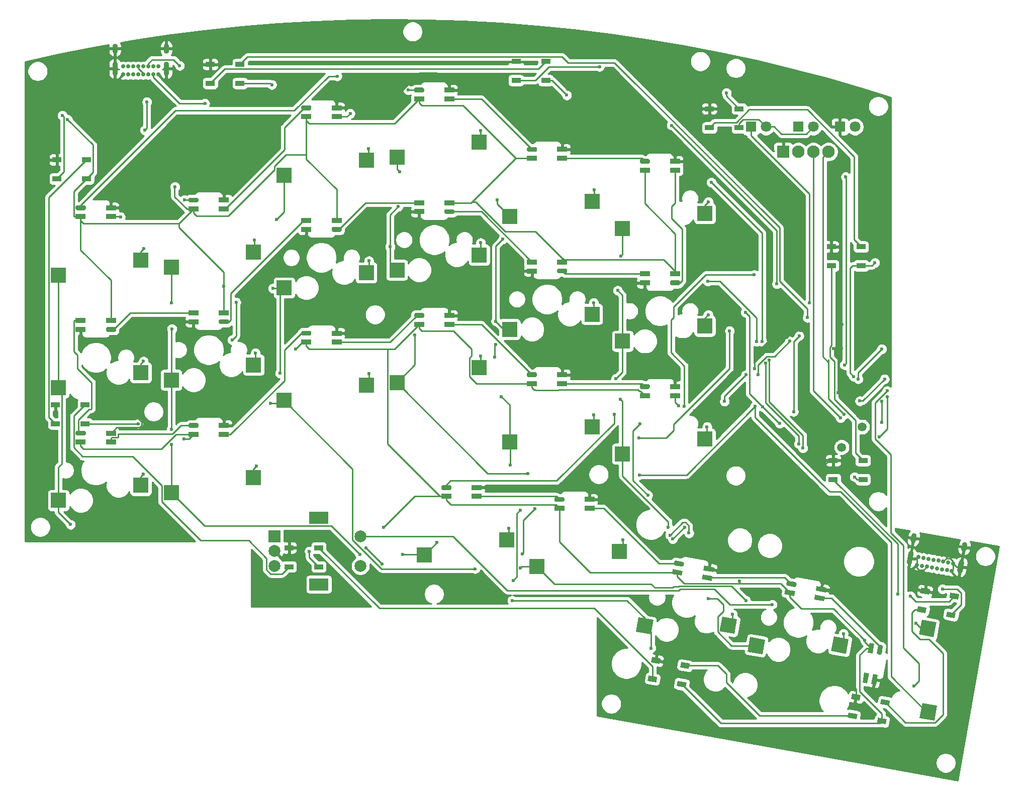
<source format=gbr>
%TF.GenerationSoftware,KiCad,Pcbnew,5.1.9*%
%TF.CreationDate,2021-05-05T06:58:16-05:00*%
%TF.ProjectId,monarch,6d6f6e61-7263-4682-9e6b-696361645f70,rev?*%
%TF.SameCoordinates,Original*%
%TF.FileFunction,Copper,L2,Bot*%
%TF.FilePolarity,Positive*%
%FSLAX46Y46*%
G04 Gerber Fmt 4.6, Leading zero omitted, Abs format (unit mm)*
G04 Created by KiCad (PCBNEW 5.1.9) date 2021-05-05 06:58:16*
%MOMM*%
%LPD*%
G01*
G04 APERTURE LIST*
%TA.AperFunction,ComponentPad*%
%ADD10C,0.700000*%
%TD*%
%TA.AperFunction,ComponentPad*%
%ADD11C,2.100000*%
%TD*%
%TA.AperFunction,ComponentPad*%
%ADD12R,2.100000X2.100000*%
%TD*%
%TA.AperFunction,SMDPad,CuDef*%
%ADD13R,1.501140X0.899160*%
%TD*%
%TA.AperFunction,ComponentPad*%
%ADD14C,1.500000*%
%TD*%
%TA.AperFunction,SMDPad,CuDef*%
%ADD15R,2.550000X2.500000*%
%TD*%
%TA.AperFunction,ComponentPad*%
%ADD16O,0.900000X1.700000*%
%TD*%
%TA.AperFunction,ComponentPad*%
%ADD17O,0.900000X2.400000*%
%TD*%
%TA.AperFunction,ComponentPad*%
%ADD18C,1.800000*%
%TD*%
%TA.AperFunction,ComponentPad*%
%ADD19R,1.800000X1.800000*%
%TD*%
%TA.AperFunction,SMDPad,CuDef*%
%ADD20C,0.100000*%
%TD*%
%TA.AperFunction,ComponentPad*%
%ADD21C,2.000000*%
%TD*%
%TA.AperFunction,WasherPad*%
%ADD22R,3.200000X2.000000*%
%TD*%
%TA.AperFunction,ComponentPad*%
%ADD23R,2.000000X2.000000*%
%TD*%
%TA.AperFunction,SMDPad,CuDef*%
%ADD24R,1.700000X0.820000*%
%TD*%
%TA.AperFunction,ViaPad*%
%ADD25C,0.600000*%
%TD*%
%TA.AperFunction,Conductor*%
%ADD26C,0.250000*%
%TD*%
%TA.AperFunction,Conductor*%
%ADD27C,0.254000*%
%TD*%
%TA.AperFunction,Conductor*%
%ADD28C,0.100000*%
%TD*%
G04 APERTURE END LIST*
%TO.P,J2,S1*%
%TO.N,GND*%
%TA.AperFunction,ComponentPad*%
G36*
G01*
X169973581Y-94599651D02*
X170112499Y-93811805D01*
G75*
G02*
X170633804Y-93446784I443163J-78142D01*
G01*
X170633804Y-93446784D01*
G75*
G02*
X170998825Y-93968089I-78142J-443163D01*
G01*
X170859907Y-94755935D01*
G75*
G02*
X170338602Y-95120956I-443163J78142D01*
G01*
X170338602Y-95120956D01*
G75*
G02*
X169973581Y-94599651I78142J443163D01*
G01*
G37*
%TD.AperFunction*%
%TA.AperFunction,ComponentPad*%
G36*
G01*
X161454994Y-93097594D02*
X161593912Y-92309748D01*
G75*
G02*
X162115217Y-91944727I443163J-78142D01*
G01*
X162115217Y-91944727D01*
G75*
G02*
X162480238Y-92466032I-78142J-443163D01*
G01*
X162341320Y-93253878D01*
G75*
G02*
X161820015Y-93618899I-443163J78142D01*
G01*
X161820015Y-93618899D01*
G75*
G02*
X161454994Y-93097594I78142J443163D01*
G01*
G37*
%TD.AperFunction*%
%TA.AperFunction,ComponentPad*%
G36*
G01*
X169325873Y-98272984D02*
X169586345Y-96795772D01*
G75*
G02*
X170107650Y-96430751I443163J-78142D01*
G01*
X170107650Y-96430751D01*
G75*
G02*
X170472671Y-96952056I-78142J-443163D01*
G01*
X170212199Y-98429268D01*
G75*
G02*
X169690894Y-98794289I-443163J78142D01*
G01*
X169690894Y-98794289D01*
G75*
G02*
X169325873Y-98272984I78142J443163D01*
G01*
G37*
%TD.AperFunction*%
%TA.AperFunction,ComponentPad*%
G36*
G01*
X160807286Y-96770927D02*
X161067758Y-95293715D01*
G75*
G02*
X161589063Y-94928694I443163J-78142D01*
G01*
X161589063Y-94928694D01*
G75*
G02*
X161954084Y-95449999I-78142J-443163D01*
G01*
X161693612Y-96927211D01*
G75*
G02*
X161172307Y-97292232I-443163J78142D01*
G01*
X161172307Y-97292232D01*
G75*
G02*
X160807286Y-96770927I78142J443163D01*
G01*
G37*
%TD.AperFunction*%
D10*
%TO.P,J2,B6*%
%TO.N,Net-(J2-PadB6)*%
X166122771Y-96570913D03*
%TO.P,J2,B1*%
%TO.N,GND*%
X168634031Y-97013716D03*
%TO.P,J2,B4*%
%TO.N,VCC*%
X167796945Y-96866115D03*
%TO.P,J2,B5*%
%TO.N,GND*%
X166959858Y-96718514D03*
%TO.P,J2,B12*%
X162774425Y-95980510D03*
%TO.P,J2,B8*%
%TO.N,Net-(J2-PadB8)*%
X164448598Y-96275711D03*
%TO.P,J2,B7*%
%TO.N,RX*%
X165285685Y-96423312D03*
%TO.P,J2,B9*%
%TO.N,VCC*%
X163611512Y-96128110D03*
%TO.P,J2,A12*%
%TO.N,GND*%
X168399606Y-98343207D03*
%TO.P,J2,A9*%
%TO.N,VCC*%
X167562520Y-98195606D03*
%TO.P,J2,A8*%
%TO.N,Net-(J2-PadA8)*%
X166725433Y-98048005D03*
%TO.P,J2,A7*%
%TO.N,Net-(J2-PadA7)*%
X165888346Y-97900404D03*
%TO.P,J2,A6*%
%TO.N,RX*%
X165051260Y-97752803D03*
%TO.P,J2,A5*%
%TO.N,GND*%
X164214173Y-97605202D03*
%TO.P,J2,A4*%
%TO.N,VCC*%
X163377087Y-97457601D03*
%TO.P,J2,A1*%
%TO.N,GND*%
X162540000Y-97310000D03*
%TD*%
D11*
%TO.P,J3,4*%
%TO.N,D2*%
X147620000Y-27650000D03*
%TO.P,J3,3*%
%TO.N,D3*%
X145080000Y-27650000D03*
%TO.P,J3,2*%
%TO.N,VCC*%
X142540000Y-27650000D03*
D12*
%TO.P,J3,1*%
%TO.N,GND*%
X140000000Y-27650000D03*
%TD*%
D13*
%TO.P,L2,1*%
%TO.N,Net-(L2-Pad1)*%
X95000640Y-15600200D03*
%TO.P,L2,2*%
%TO.N,GND*%
X95000640Y-12399800D03*
%TO.P,L2,3*%
%TO.N,Net-(L1-Pad1)*%
X99999360Y-12399800D03*
%TO.P,L2,4*%
%TO.N,VCC*%
X99999360Y-15600200D03*
%TD*%
D14*
%TO.P,16mhz1,2*%
%TO.N,Net-(16mhz1-Pad2)*%
X153270681Y-74019319D03*
%TO.P,16mhz1,1*%
%TO.N,Net-(16mhz1-Pad1)*%
X149820000Y-77470000D03*
%TD*%
D15*
%TO.P,SW18,1*%
%TO.N,COL5*%
X112935000Y-78571000D03*
%TO.P,SW18,2*%
%TO.N,Net-(D18-Pad2)*%
X126785000Y-76031000D03*
%TD*%
D16*
%TO.P,J1,S1*%
%TO.N,GND*%
X36100000Y-10240000D03*
X27450000Y-10240000D03*
D17*
X36100000Y-13620000D03*
X27450000Y-13620000D03*
D10*
%TO.P,J1,B6*%
%TO.N,Net-(J1-PadA6)*%
X32200000Y-13250000D03*
%TO.P,J1,B1*%
%TO.N,GND*%
X34750000Y-13250000D03*
%TO.P,J1,B4*%
%TO.N,UVCC*%
X33900000Y-13250000D03*
%TO.P,J1,B5*%
%TO.N,Net-(J1-PadB5)*%
X33050000Y-13250000D03*
%TO.P,J1,B12*%
%TO.N,GND*%
X28800000Y-13250000D03*
%TO.P,J1,B8*%
%TO.N,Net-(J1-PadB8)*%
X30500000Y-13250000D03*
%TO.P,J1,B7*%
%TO.N,Net-(J1-PadA7)*%
X31350000Y-13250000D03*
%TO.P,J1,B9*%
%TO.N,UVCC*%
X29650000Y-13250000D03*
%TO.P,J1,A12*%
%TO.N,GND*%
X34750000Y-14600000D03*
%TO.P,J1,A9*%
%TO.N,UVCC*%
X33900000Y-14600000D03*
%TO.P,J1,A8*%
%TO.N,Net-(J1-PadA8)*%
X33050000Y-14600000D03*
%TO.P,J1,A7*%
%TO.N,Net-(J1-PadA7)*%
X32200000Y-14600000D03*
%TO.P,J1,A6*%
%TO.N,Net-(J1-PadA6)*%
X31350000Y-14600000D03*
%TO.P,J1,A5*%
%TO.N,Net-(J1-PadA5)*%
X30500000Y-14600000D03*
%TO.P,J1,A4*%
%TO.N,UVCC*%
X29650000Y-14600000D03*
%TO.P,J1,A1*%
%TO.N,GND*%
X28800000Y-14600000D03*
%TD*%
D15*
%TO.P,SW15,1*%
%TO.N,COL2*%
X55935000Y-69571000D03*
%TO.P,SW15,2*%
%TO.N,Net-(D15-Pad2)*%
X69785000Y-67031000D03*
%TD*%
D18*
%TO.P,D27,2*%
%TO.N,VCC*%
X145090000Y-23430000D03*
D19*
%TO.P,D27,1*%
%TO.N,Net-(D27-Pad1)*%
X142550000Y-23430000D03*
%TD*%
D18*
%TO.P,RED1,2*%
%TO.N,Net-(R1-Pad2)*%
X152090000Y-23430000D03*
D19*
%TO.P,RED1,1*%
%TO.N,GND*%
X149550000Y-23430000D03*
%TD*%
D18*
%TO.P,D26,2*%
%TO.N,VCC*%
X137090000Y-23430000D03*
D19*
%TO.P,D26,1*%
%TO.N,Net-(D26-Pad1)*%
X134550000Y-23430000D03*
%TD*%
%TA.AperFunction,SMDPad,CuDef*%
D20*
%TO.P,SW22,2*%
%TO.N,Net-(D22-Pad2)*%
G36*
X163324584Y-106523230D02*
G01*
X165786603Y-106957350D01*
X165343800Y-109468610D01*
X162881781Y-109034490D01*
X163324584Y-106523230D01*
G37*
%TD.AperFunction*%
%TA.AperFunction,SMDPad,CuDef*%
%TO.P,SW22,1*%
%TO.N,COL3*%
G36*
X163420968Y-120603884D02*
G01*
X165882987Y-121038004D01*
X165440184Y-123549264D01*
X162978165Y-123115144D01*
X163420968Y-120603884D01*
G37*
%TD.AperFunction*%
%TD*%
%TA.AperFunction,SMDPad,CuDef*%
%TO.P,SW24,1*%
%TO.N,COL5*%
G36*
X136946116Y-109900968D02*
G01*
X136511996Y-112362987D01*
X134000736Y-111920184D01*
X134434856Y-109458165D01*
X136946116Y-109900968D01*
G37*
%TD.AperFunction*%
%TA.AperFunction,SMDPad,CuDef*%
%TO.P,SW24,2*%
%TO.N,Net-(D24-Pad2)*%
G36*
X151026770Y-109804584D02*
G01*
X150592650Y-112266603D01*
X148081390Y-111823800D01*
X148515510Y-109361781D01*
X151026770Y-109804584D01*
G37*
%TD.AperFunction*%
%TD*%
%TA.AperFunction,SMDPad,CuDef*%
%TO.P,SW23,1*%
%TO.N,COL4*%
G36*
X118146116Y-106550968D02*
G01*
X117711996Y-109012987D01*
X115200736Y-108570184D01*
X115634856Y-106108165D01*
X118146116Y-106550968D01*
G37*
%TD.AperFunction*%
%TA.AperFunction,SMDPad,CuDef*%
%TO.P,SW23,2*%
%TO.N,Net-(D23-Pad2)*%
G36*
X132226770Y-106454584D02*
G01*
X131792650Y-108916603D01*
X129281390Y-108473800D01*
X129715510Y-106011781D01*
X132226770Y-106454584D01*
G37*
%TD.AperFunction*%
%TD*%
D15*
%TO.P,SW1,1*%
%TO.N,COL0*%
X17935000Y-48421000D03*
%TO.P,SW1,2*%
%TO.N,Net-(D1-Pad2)*%
X31785000Y-45881000D03*
%TD*%
%TO.P,SW2,1*%
%TO.N,COL1*%
X36935000Y-47121000D03*
%TO.P,SW2,2*%
%TO.N,Net-(D2-Pad2)*%
X50785000Y-44581000D03*
%TD*%
%TO.P,SW3,1*%
%TO.N,COL2*%
X55935000Y-31571000D03*
%TO.P,SW3,2*%
%TO.N,Net-(D3-Pad2)*%
X69785000Y-29031000D03*
%TD*%
%TO.P,SW4,1*%
%TO.N,COL3*%
X74935000Y-28571000D03*
%TO.P,SW4,2*%
%TO.N,Net-(D4-Pad2)*%
X88785000Y-26031000D03*
%TD*%
%TO.P,SW5,2*%
%TO.N,Net-(D5-Pad2)*%
X107785000Y-36031000D03*
%TO.P,SW5,1*%
%TO.N,COL4*%
X93935000Y-38571000D03*
%TD*%
%TO.P,SW6,1*%
%TO.N,COL5*%
X112935000Y-40571000D03*
%TO.P,SW6,2*%
%TO.N,Net-(D6-Pad2)*%
X126785000Y-38031000D03*
%TD*%
%TO.P,SW7,1*%
%TO.N,COL0*%
X17935000Y-67421000D03*
%TO.P,SW7,2*%
%TO.N,Net-(D7-Pad2)*%
X31785000Y-64881000D03*
%TD*%
%TO.P,SW8,1*%
%TO.N,COL1*%
X36935000Y-66121000D03*
%TO.P,SW8,2*%
%TO.N,Net-(D8-Pad2)*%
X50785000Y-63581000D03*
%TD*%
%TO.P,SW9,1*%
%TO.N,COL2*%
X55935000Y-50571000D03*
%TO.P,SW9,2*%
%TO.N,Net-(D9-Pad2)*%
X69785000Y-48031000D03*
%TD*%
%TO.P,SW10,1*%
%TO.N,COL3*%
X74935000Y-47571000D03*
%TO.P,SW10,2*%
%TO.N,Net-(D10-Pad2)*%
X88785000Y-45031000D03*
%TD*%
%TO.P,SW11,1*%
%TO.N,COL4*%
X93935000Y-57571000D03*
%TO.P,SW11,2*%
%TO.N,Net-(D11-Pad2)*%
X107785000Y-55031000D03*
%TD*%
%TO.P,SW12,1*%
%TO.N,COL5*%
X112935000Y-59571000D03*
%TO.P,SW12,2*%
%TO.N,Net-(D12-Pad2)*%
X126785000Y-57031000D03*
%TD*%
%TO.P,SW13,1*%
%TO.N,COL0*%
X17935000Y-86421000D03*
%TO.P,SW13,2*%
%TO.N,Net-(D13-Pad2)*%
X31785000Y-83881000D03*
%TD*%
%TO.P,SW14,1*%
%TO.N,COL1*%
X36935000Y-85121000D03*
%TO.P,SW14,2*%
%TO.N,Net-(D14-Pad2)*%
X50785000Y-82581000D03*
%TD*%
%TO.P,SW16,1*%
%TO.N,COL3*%
X74935000Y-66571000D03*
%TO.P,SW16,2*%
%TO.N,Net-(D16-Pad2)*%
X88785000Y-64031000D03*
%TD*%
%TO.P,SW17,1*%
%TO.N,COL4*%
X93935000Y-76571000D03*
%TO.P,SW17,2*%
%TO.N,Net-(D17-Pad2)*%
X107785000Y-74031000D03*
%TD*%
%TO.P,SW20,1*%
%TO.N,COL1*%
X79547500Y-95580000D03*
%TO.P,SW20,2*%
%TO.N,Net-(D20-Pad2)*%
X93397500Y-93040000D03*
%TD*%
%TO.P,SW21,2*%
%TO.N,Net-(D21-Pad2)*%
X112397500Y-95040000D03*
%TO.P,SW21,1*%
%TO.N,COL2*%
X98547500Y-97580000D03*
%TD*%
D13*
%TO.P,L35,1*%
%TO.N,Net-(L35-Pad1)*%
X17660640Y-32190200D03*
%TO.P,L35,2*%
%TO.N,GND*%
X17660640Y-28989800D03*
%TO.P,L35,3*%
%TO.N,Net-(L34-Pad1)*%
X22659360Y-28989800D03*
%TO.P,L35,4*%
%TO.N,VCC*%
X22659360Y-32190200D03*
%TD*%
%TO.P,L34,4*%
%TO.N,VCC*%
X22399360Y-73500200D03*
%TO.P,L34,3*%
%TO.N,Net-(L33-Pad1)*%
X22399360Y-70299800D03*
%TO.P,L34,2*%
%TO.N,GND*%
X17400640Y-70299800D03*
%TO.P,L34,1*%
%TO.N,Net-(L34-Pad1)*%
X17400640Y-73500200D03*
%TD*%
%TO.P,L33,1*%
%TO.N,Net-(L33-Pad1)*%
X56770640Y-97610200D03*
%TO.P,L33,2*%
%TO.N,GND*%
X56770640Y-94409800D03*
%TO.P,L33,3*%
%TO.N,Net-(L33-Pad3)*%
X61769360Y-94409800D03*
%TO.P,L33,4*%
%TO.N,VCC*%
X61769360Y-97610200D03*
%TD*%
D21*
%TO.P,SW19,S1*%
%TO.N,Net-(D19-Pad2)*%
X68790000Y-97470000D03*
%TO.P,SW19,S2*%
%TO.N,COL0*%
X68790000Y-92470000D03*
D22*
%TO.P,SW19,*%
%TO.N,*%
X61790000Y-100570000D03*
X61790000Y-89370000D03*
D21*
%TO.P,SW19,B*%
%TO.N,A5*%
X54290000Y-97470000D03*
%TO.P,SW19,C*%
%TO.N,GND*%
X54290000Y-94970000D03*
D23*
%TO.P,SW19,A*%
%TO.N,A4*%
X54290000Y-92470000D03*
%TD*%
%TO.P,L31,3*%
%TO.N,Net-(L30-Pad1)*%
%TA.AperFunction,SMDPad,CuDef*%
G36*
G01*
X156325694Y-112471661D02*
X155921922Y-112400465D01*
G75*
G02*
X155755634Y-112162981I35598J201886D01*
G01*
X155979640Y-110892579D01*
G75*
G02*
X156217124Y-110726291I201886J-35598D01*
G01*
X156620896Y-110797487D01*
G75*
G02*
X156787184Y-111034971I-35598J-201886D01*
G01*
X156563178Y-112305373D01*
G75*
G02*
X156325694Y-112471661I-201886J35598D01*
G01*
G37*
%TD.AperFunction*%
%TA.AperFunction,SMDPad,CuDef*%
D20*
%TO.P,L31,4*%
%TO.N,VCC*%
G36*
X155050367Y-112246786D02*
G01*
X154242825Y-112104395D01*
X154538027Y-110430222D01*
X155345569Y-110572613D01*
X155050367Y-112246786D01*
G37*
%TD.AperFunction*%
%TA.AperFunction,SMDPad,CuDef*%
%TO.P,L31,2*%
%TO.N,GND*%
G36*
X155641973Y-117529778D02*
G01*
X154834431Y-117387387D01*
X155129633Y-115713214D01*
X155937175Y-115855605D01*
X155641973Y-117529778D01*
G37*
%TD.AperFunction*%
%TA.AperFunction,SMDPad,CuDef*%
%TO.P,L31,1*%
%TO.N,Net-(L31-Pad1)*%
G36*
X154164761Y-117269306D02*
G01*
X153357219Y-117126915D01*
X153652421Y-115452742D01*
X154459963Y-115595133D01*
X154164761Y-117269306D01*
G37*
%TD.AperFunction*%
%TD*%
%TA.AperFunction,SMDPad,CuDef*%
%TO.P,L30,1*%
%TO.N,Net-(L30-Pad1)*%
G36*
X147039306Y-102625239D02*
G01*
X146896915Y-103432781D01*
X145222742Y-103137579D01*
X145365133Y-102330037D01*
X147039306Y-102625239D01*
G37*
%TD.AperFunction*%
%TA.AperFunction,SMDPad,CuDef*%
%TO.P,L30,2*%
%TO.N,GND*%
G36*
X147299778Y-101148027D02*
G01*
X147157387Y-101955569D01*
X145483214Y-101660367D01*
X145625605Y-100852825D01*
X147299778Y-101148027D01*
G37*
%TD.AperFunction*%
%TA.AperFunction,SMDPad,CuDef*%
%TO.P,L30,4*%
%TO.N,VCC*%
G36*
X142016786Y-101739633D02*
G01*
X141874395Y-102547175D01*
X140200222Y-102251973D01*
X140342613Y-101444431D01*
X142016786Y-101739633D01*
G37*
%TD.AperFunction*%
%TO.P,L30,3*%
%TO.N,Net-(L29-Pad1)*%
%TA.AperFunction,SMDPad,CuDef*%
G36*
G01*
X142241661Y-100464306D02*
X142170465Y-100868078D01*
G75*
G02*
X141932981Y-101034366I-201886J35598D01*
G01*
X140662579Y-100810360D01*
G75*
G02*
X140496291Y-100572876I35598J201886D01*
G01*
X140567487Y-100169104D01*
G75*
G02*
X140804971Y-100002816I201886J-35598D01*
G01*
X142075373Y-100226822D01*
G75*
G02*
X142241661Y-100464306I-35598J-201886D01*
G01*
G37*
%TD.AperFunction*%
%TD*%
%TA.AperFunction,SMDPad,CuDef*%
%TO.P,L29,1*%
%TO.N,Net-(L29-Pad1)*%
G36*
X128097810Y-99171042D02*
G01*
X127955419Y-99978584D01*
X126281246Y-99683382D01*
X126423637Y-98875840D01*
X128097810Y-99171042D01*
G37*
%TD.AperFunction*%
%TA.AperFunction,SMDPad,CuDef*%
%TO.P,L29,2*%
%TO.N,GND*%
G36*
X128358282Y-97693830D02*
G01*
X128215891Y-98501372D01*
X126541718Y-98206170D01*
X126684109Y-97398628D01*
X128358282Y-97693830D01*
G37*
%TD.AperFunction*%
%TA.AperFunction,SMDPad,CuDef*%
%TO.P,L29,4*%
%TO.N,VCC*%
G36*
X123075290Y-98285436D02*
G01*
X122932899Y-99092978D01*
X121258726Y-98797776D01*
X121401117Y-97990234D01*
X123075290Y-98285436D01*
G37*
%TD.AperFunction*%
%TO.P,L29,3*%
%TO.N,Net-(L28-Pad1)*%
%TA.AperFunction,SMDPad,CuDef*%
G36*
G01*
X123300165Y-97010109D02*
X123228969Y-97413881D01*
G75*
G02*
X122991485Y-97580169I-201886J35598D01*
G01*
X121721083Y-97356163D01*
G75*
G02*
X121554795Y-97118679I35598J201886D01*
G01*
X121625991Y-96714907D01*
G75*
G02*
X121863475Y-96548619I201886J-35598D01*
G01*
X123133877Y-96772625D01*
G75*
G02*
X123300165Y-97010109I-35598J-201886D01*
G01*
G37*
%TD.AperFunction*%
%TD*%
D24*
%TO.P,L28,1*%
%TO.N,Net-(L28-Pad1)*%
X107387500Y-87750000D03*
%TO.P,L28,2*%
%TO.N,GND*%
X107387500Y-86250000D03*
%TO.P,L28,4*%
%TO.N,VCC*%
X102287500Y-87750000D03*
%TO.P,L28,3*%
%TO.N,Net-(L27-Pad1)*%
%TA.AperFunction,SMDPad,CuDef*%
G36*
G01*
X103137500Y-86045000D02*
X103137500Y-86455000D01*
G75*
G02*
X102932500Y-86660000I-205000J0D01*
G01*
X101642500Y-86660000D01*
G75*
G02*
X101437500Y-86455000I0J205000D01*
G01*
X101437500Y-86045000D01*
G75*
G02*
X101642500Y-85840000I205000J0D01*
G01*
X102932500Y-85840000D01*
G75*
G02*
X103137500Y-86045000I0J-205000D01*
G01*
G37*
%TD.AperFunction*%
%TD*%
%TO.P,L27,1*%
%TO.N,Net-(L27-Pad1)*%
X88387500Y-85750000D03*
%TO.P,L27,2*%
%TO.N,GND*%
X88387500Y-84250000D03*
%TO.P,L27,4*%
%TO.N,VCC*%
X83287500Y-85750000D03*
%TO.P,L27,3*%
%TO.N,Net-(L26-Pad1)*%
%TA.AperFunction,SMDPad,CuDef*%
G36*
G01*
X84137500Y-84045000D02*
X84137500Y-84455000D01*
G75*
G02*
X83932500Y-84660000I-205000J0D01*
G01*
X82642500Y-84660000D01*
G75*
G02*
X82437500Y-84455000I0J205000D01*
G01*
X82437500Y-84045000D01*
G75*
G02*
X82642500Y-83840000I205000J0D01*
G01*
X83932500Y-83840000D01*
G75*
G02*
X84137500Y-84045000I0J-205000D01*
G01*
G37*
%TD.AperFunction*%
%TD*%
%TO.P,L26,3*%
%TO.N,Net-(L25-Pad1)*%
%TA.AperFunction,SMDPad,CuDef*%
G36*
G01*
X117525000Y-67036000D02*
X117525000Y-67446000D01*
G75*
G02*
X117320000Y-67651000I-205000J0D01*
G01*
X116030000Y-67651000D01*
G75*
G02*
X115825000Y-67446000I0J205000D01*
G01*
X115825000Y-67036000D01*
G75*
G02*
X116030000Y-66831000I205000J0D01*
G01*
X117320000Y-66831000D01*
G75*
G02*
X117525000Y-67036000I0J-205000D01*
G01*
G37*
%TD.AperFunction*%
%TO.P,L26,4*%
%TO.N,VCC*%
X116675000Y-68741000D03*
%TO.P,L26,2*%
%TO.N,GND*%
X121775000Y-67241000D03*
%TO.P,L26,1*%
%TO.N,Net-(L26-Pad1)*%
X121775000Y-68741000D03*
%TD*%
%TO.P,L25,3*%
%TO.N,Net-(L24-Pad1)*%
%TA.AperFunction,SMDPad,CuDef*%
G36*
G01*
X98525000Y-65036000D02*
X98525000Y-65446000D01*
G75*
G02*
X98320000Y-65651000I-205000J0D01*
G01*
X97030000Y-65651000D01*
G75*
G02*
X96825000Y-65446000I0J205000D01*
G01*
X96825000Y-65036000D01*
G75*
G02*
X97030000Y-64831000I205000J0D01*
G01*
X98320000Y-64831000D01*
G75*
G02*
X98525000Y-65036000I0J-205000D01*
G01*
G37*
%TD.AperFunction*%
%TO.P,L25,4*%
%TO.N,VCC*%
X97675000Y-66741000D03*
%TO.P,L25,2*%
%TO.N,GND*%
X102775000Y-65241000D03*
%TO.P,L25,1*%
%TO.N,Net-(L25-Pad1)*%
X102775000Y-66741000D03*
%TD*%
%TO.P,L24,3*%
%TO.N,Net-(L23-Pad1)*%
%TA.AperFunction,SMDPad,CuDef*%
G36*
G01*
X79525000Y-55036000D02*
X79525000Y-55446000D01*
G75*
G02*
X79320000Y-55651000I-205000J0D01*
G01*
X78030000Y-55651000D01*
G75*
G02*
X77825000Y-55446000I0J205000D01*
G01*
X77825000Y-55036000D01*
G75*
G02*
X78030000Y-54831000I205000J0D01*
G01*
X79320000Y-54831000D01*
G75*
G02*
X79525000Y-55036000I0J-205000D01*
G01*
G37*
%TD.AperFunction*%
%TO.P,L24,4*%
%TO.N,VCC*%
X78675000Y-56741000D03*
%TO.P,L24,2*%
%TO.N,GND*%
X83775000Y-55241000D03*
%TO.P,L24,1*%
%TO.N,Net-(L24-Pad1)*%
X83775000Y-56741000D03*
%TD*%
%TO.P,L23,3*%
%TO.N,Net-(L22-Pad1)*%
%TA.AperFunction,SMDPad,CuDef*%
G36*
G01*
X60525000Y-58036000D02*
X60525000Y-58446000D01*
G75*
G02*
X60320000Y-58651000I-205000J0D01*
G01*
X59030000Y-58651000D01*
G75*
G02*
X58825000Y-58446000I0J205000D01*
G01*
X58825000Y-58036000D01*
G75*
G02*
X59030000Y-57831000I205000J0D01*
G01*
X60320000Y-57831000D01*
G75*
G02*
X60525000Y-58036000I0J-205000D01*
G01*
G37*
%TD.AperFunction*%
%TO.P,L23,4*%
%TO.N,VCC*%
X59675000Y-59741000D03*
%TO.P,L23,2*%
%TO.N,GND*%
X64775000Y-58241000D03*
%TO.P,L23,1*%
%TO.N,Net-(L23-Pad1)*%
X64775000Y-59741000D03*
%TD*%
%TO.P,L22,3*%
%TO.N,Net-(L21-Pad1)*%
%TA.AperFunction,SMDPad,CuDef*%
G36*
G01*
X41525000Y-73586000D02*
X41525000Y-73996000D01*
G75*
G02*
X41320000Y-74201000I-205000J0D01*
G01*
X40030000Y-74201000D01*
G75*
G02*
X39825000Y-73996000I0J205000D01*
G01*
X39825000Y-73586000D01*
G75*
G02*
X40030000Y-73381000I205000J0D01*
G01*
X41320000Y-73381000D01*
G75*
G02*
X41525000Y-73586000I0J-205000D01*
G01*
G37*
%TD.AperFunction*%
%TO.P,L22,4*%
%TO.N,VCC*%
X40675000Y-75291000D03*
%TO.P,L22,2*%
%TO.N,GND*%
X45775000Y-73791000D03*
%TO.P,L22,1*%
%TO.N,Net-(L22-Pad1)*%
X45775000Y-75291000D03*
%TD*%
%TO.P,L21,3*%
%TO.N,Net-(L20-Pad1)*%
%TA.AperFunction,SMDPad,CuDef*%
G36*
G01*
X22525000Y-74886000D02*
X22525000Y-75296000D01*
G75*
G02*
X22320000Y-75501000I-205000J0D01*
G01*
X21030000Y-75501000D01*
G75*
G02*
X20825000Y-75296000I0J205000D01*
G01*
X20825000Y-74886000D01*
G75*
G02*
X21030000Y-74681000I205000J0D01*
G01*
X22320000Y-74681000D01*
G75*
G02*
X22525000Y-74886000I0J-205000D01*
G01*
G37*
%TD.AperFunction*%
%TO.P,L21,4*%
%TO.N,VCC*%
X21675000Y-76591000D03*
%TO.P,L21,2*%
%TO.N,GND*%
X26775000Y-75091000D03*
%TO.P,L21,1*%
%TO.N,Net-(L21-Pad1)*%
X26775000Y-76591000D03*
%TD*%
%TO.P,L20,3*%
%TO.N,Net-(L19-Pad1)*%
%TA.AperFunction,SMDPad,CuDef*%
G36*
G01*
X25925000Y-57796000D02*
X25925000Y-57386000D01*
G75*
G02*
X26130000Y-57181000I205000J0D01*
G01*
X27420000Y-57181000D01*
G75*
G02*
X27625000Y-57386000I0J-205000D01*
G01*
X27625000Y-57796000D01*
G75*
G02*
X27420000Y-58001000I-205000J0D01*
G01*
X26130000Y-58001000D01*
G75*
G02*
X25925000Y-57796000I0J205000D01*
G01*
G37*
%TD.AperFunction*%
%TO.P,L20,4*%
%TO.N,VCC*%
X26775000Y-56091000D03*
%TO.P,L20,2*%
%TO.N,GND*%
X21675000Y-57591000D03*
%TO.P,L20,1*%
%TO.N,Net-(L20-Pad1)*%
X21675000Y-56091000D03*
%TD*%
%TO.P,L19,3*%
%TO.N,Net-(L18-Pad1)*%
%TA.AperFunction,SMDPad,CuDef*%
G36*
G01*
X44925000Y-56496000D02*
X44925000Y-56086000D01*
G75*
G02*
X45130000Y-55881000I205000J0D01*
G01*
X46420000Y-55881000D01*
G75*
G02*
X46625000Y-56086000I0J-205000D01*
G01*
X46625000Y-56496000D01*
G75*
G02*
X46420000Y-56701000I-205000J0D01*
G01*
X45130000Y-56701000D01*
G75*
G02*
X44925000Y-56496000I0J205000D01*
G01*
G37*
%TD.AperFunction*%
%TO.P,L19,4*%
%TO.N,VCC*%
X45775000Y-54791000D03*
%TO.P,L19,2*%
%TO.N,GND*%
X40675000Y-56291000D03*
%TO.P,L19,1*%
%TO.N,Net-(L19-Pad1)*%
X40675000Y-54791000D03*
%TD*%
%TO.P,L18,3*%
%TO.N,Net-(L17-Pad1)*%
%TA.AperFunction,SMDPad,CuDef*%
G36*
G01*
X63925000Y-40946000D02*
X63925000Y-40536000D01*
G75*
G02*
X64130000Y-40331000I205000J0D01*
G01*
X65420000Y-40331000D01*
G75*
G02*
X65625000Y-40536000I0J-205000D01*
G01*
X65625000Y-40946000D01*
G75*
G02*
X65420000Y-41151000I-205000J0D01*
G01*
X64130000Y-41151000D01*
G75*
G02*
X63925000Y-40946000I0J205000D01*
G01*
G37*
%TD.AperFunction*%
%TO.P,L18,4*%
%TO.N,VCC*%
X64775000Y-39241000D03*
%TO.P,L18,2*%
%TO.N,GND*%
X59675000Y-40741000D03*
%TO.P,L18,1*%
%TO.N,Net-(L18-Pad1)*%
X59675000Y-39241000D03*
%TD*%
%TO.P,L17,3*%
%TO.N,Net-(L16-Pad1)*%
%TA.AperFunction,SMDPad,CuDef*%
G36*
G01*
X82925000Y-37946000D02*
X82925000Y-37536000D01*
G75*
G02*
X83130000Y-37331000I205000J0D01*
G01*
X84420000Y-37331000D01*
G75*
G02*
X84625000Y-37536000I0J-205000D01*
G01*
X84625000Y-37946000D01*
G75*
G02*
X84420000Y-38151000I-205000J0D01*
G01*
X83130000Y-38151000D01*
G75*
G02*
X82925000Y-37946000I0J205000D01*
G01*
G37*
%TD.AperFunction*%
%TO.P,L17,4*%
%TO.N,VCC*%
X83775000Y-36241000D03*
%TO.P,L17,2*%
%TO.N,GND*%
X78675000Y-37741000D03*
%TO.P,L17,1*%
%TO.N,Net-(L17-Pad1)*%
X78675000Y-36241000D03*
%TD*%
%TO.P,L16,3*%
%TO.N,Net-(L15-Pad1)*%
%TA.AperFunction,SMDPad,CuDef*%
G36*
G01*
X101925000Y-47946000D02*
X101925000Y-47536000D01*
G75*
G02*
X102130000Y-47331000I205000J0D01*
G01*
X103420000Y-47331000D01*
G75*
G02*
X103625000Y-47536000I0J-205000D01*
G01*
X103625000Y-47946000D01*
G75*
G02*
X103420000Y-48151000I-205000J0D01*
G01*
X102130000Y-48151000D01*
G75*
G02*
X101925000Y-47946000I0J205000D01*
G01*
G37*
%TD.AperFunction*%
%TO.P,L16,4*%
%TO.N,VCC*%
X102775000Y-46241000D03*
%TO.P,L16,2*%
%TO.N,GND*%
X97675000Y-47741000D03*
%TO.P,L16,1*%
%TO.N,Net-(L16-Pad1)*%
X97675000Y-46241000D03*
%TD*%
%TO.P,L15,3*%
%TO.N,Net-(L14-Pad1)*%
%TA.AperFunction,SMDPad,CuDef*%
G36*
G01*
X120925000Y-49946000D02*
X120925000Y-49536000D01*
G75*
G02*
X121130000Y-49331000I205000J0D01*
G01*
X122420000Y-49331000D01*
G75*
G02*
X122625000Y-49536000I0J-205000D01*
G01*
X122625000Y-49946000D01*
G75*
G02*
X122420000Y-50151000I-205000J0D01*
G01*
X121130000Y-50151000D01*
G75*
G02*
X120925000Y-49946000I0J205000D01*
G01*
G37*
%TD.AperFunction*%
%TO.P,L15,4*%
%TO.N,VCC*%
X121775000Y-48241000D03*
%TO.P,L15,2*%
%TO.N,GND*%
X116675000Y-49741000D03*
%TO.P,L15,1*%
%TO.N,Net-(L15-Pad1)*%
X116675000Y-48241000D03*
%TD*%
%TO.P,L14,3*%
%TO.N,Net-(L13-Pad1)*%
%TA.AperFunction,SMDPad,CuDef*%
G36*
G01*
X117525000Y-29036000D02*
X117525000Y-29446000D01*
G75*
G02*
X117320000Y-29651000I-205000J0D01*
G01*
X116030000Y-29651000D01*
G75*
G02*
X115825000Y-29446000I0J205000D01*
G01*
X115825000Y-29036000D01*
G75*
G02*
X116030000Y-28831000I205000J0D01*
G01*
X117320000Y-28831000D01*
G75*
G02*
X117525000Y-29036000I0J-205000D01*
G01*
G37*
%TD.AperFunction*%
%TO.P,L14,4*%
%TO.N,VCC*%
X116675000Y-30741000D03*
%TO.P,L14,2*%
%TO.N,GND*%
X121775000Y-29241000D03*
%TO.P,L14,1*%
%TO.N,Net-(L14-Pad1)*%
X121775000Y-30741000D03*
%TD*%
%TO.P,L13,3*%
%TO.N,Net-(L12-Pad1)*%
%TA.AperFunction,SMDPad,CuDef*%
G36*
G01*
X98525000Y-27036000D02*
X98525000Y-27446000D01*
G75*
G02*
X98320000Y-27651000I-205000J0D01*
G01*
X97030000Y-27651000D01*
G75*
G02*
X96825000Y-27446000I0J205000D01*
G01*
X96825000Y-27036000D01*
G75*
G02*
X97030000Y-26831000I205000J0D01*
G01*
X98320000Y-26831000D01*
G75*
G02*
X98525000Y-27036000I0J-205000D01*
G01*
G37*
%TD.AperFunction*%
%TO.P,L13,4*%
%TO.N,VCC*%
X97675000Y-28741000D03*
%TO.P,L13,2*%
%TO.N,GND*%
X102775000Y-27241000D03*
%TO.P,L13,1*%
%TO.N,Net-(L13-Pad1)*%
X102775000Y-28741000D03*
%TD*%
%TO.P,L12,3*%
%TO.N,Net-(L11-Pad1)*%
%TA.AperFunction,SMDPad,CuDef*%
G36*
G01*
X79525000Y-17036000D02*
X79525000Y-17446000D01*
G75*
G02*
X79320000Y-17651000I-205000J0D01*
G01*
X78030000Y-17651000D01*
G75*
G02*
X77825000Y-17446000I0J205000D01*
G01*
X77825000Y-17036000D01*
G75*
G02*
X78030000Y-16831000I205000J0D01*
G01*
X79320000Y-16831000D01*
G75*
G02*
X79525000Y-17036000I0J-205000D01*
G01*
G37*
%TD.AperFunction*%
%TO.P,L12,4*%
%TO.N,VCC*%
X78675000Y-18741000D03*
%TO.P,L12,2*%
%TO.N,GND*%
X83775000Y-17241000D03*
%TO.P,L12,1*%
%TO.N,Net-(L12-Pad1)*%
X83775000Y-18741000D03*
%TD*%
%TO.P,L11,3*%
%TO.N,Net-(L10-Pad1)*%
%TA.AperFunction,SMDPad,CuDef*%
G36*
G01*
X60525000Y-20036000D02*
X60525000Y-20446000D01*
G75*
G02*
X60320000Y-20651000I-205000J0D01*
G01*
X59030000Y-20651000D01*
G75*
G02*
X58825000Y-20446000I0J205000D01*
G01*
X58825000Y-20036000D01*
G75*
G02*
X59030000Y-19831000I205000J0D01*
G01*
X60320000Y-19831000D01*
G75*
G02*
X60525000Y-20036000I0J-205000D01*
G01*
G37*
%TD.AperFunction*%
%TO.P,L11,4*%
%TO.N,VCC*%
X59675000Y-21741000D03*
%TO.P,L11,2*%
%TO.N,GND*%
X64775000Y-20241000D03*
%TO.P,L11,1*%
%TO.N,Net-(L11-Pad1)*%
X64775000Y-21741000D03*
%TD*%
%TO.P,L10,3*%
%TO.N,Net-(L10-Pad3)*%
%TA.AperFunction,SMDPad,CuDef*%
G36*
G01*
X41525000Y-35586000D02*
X41525000Y-35996000D01*
G75*
G02*
X41320000Y-36201000I-205000J0D01*
G01*
X40030000Y-36201000D01*
G75*
G02*
X39825000Y-35996000I0J205000D01*
G01*
X39825000Y-35586000D01*
G75*
G02*
X40030000Y-35381000I205000J0D01*
G01*
X41320000Y-35381000D01*
G75*
G02*
X41525000Y-35586000I0J-205000D01*
G01*
G37*
%TD.AperFunction*%
%TO.P,L10,4*%
%TO.N,VCC*%
X40675000Y-37291000D03*
%TO.P,L10,2*%
%TO.N,GND*%
X45775000Y-35791000D03*
%TO.P,L10,1*%
%TO.N,Net-(L10-Pad1)*%
X45775000Y-37291000D03*
%TD*%
%TO.P,L9,3*%
%TO.N,D10*%
%TA.AperFunction,SMDPad,CuDef*%
G36*
G01*
X22525000Y-36886000D02*
X22525000Y-37296000D01*
G75*
G02*
X22320000Y-37501000I-205000J0D01*
G01*
X21030000Y-37501000D01*
G75*
G02*
X20825000Y-37296000I0J205000D01*
G01*
X20825000Y-36886000D01*
G75*
G02*
X21030000Y-36681000I205000J0D01*
G01*
X22320000Y-36681000D01*
G75*
G02*
X22525000Y-36886000I0J-205000D01*
G01*
G37*
%TD.AperFunction*%
%TO.P,L9,4*%
%TO.N,VCC*%
X21675000Y-38591000D03*
%TO.P,L9,2*%
%TO.N,GND*%
X26775000Y-37091000D03*
%TO.P,L9,1*%
%TO.N,Net-(L10-Pad3)*%
X26775000Y-38591000D03*
%TD*%
%TA.AperFunction,SMDPad,CuDef*%
D20*
%TO.P,L8,1*%
%TO.N,Net-(L33-Pad3)*%
G36*
X117309641Y-115968795D02*
G01*
X118787975Y-116229465D01*
X118631837Y-117114965D01*
X117153503Y-116854295D01*
X117309641Y-115968795D01*
G37*
%TD.AperFunction*%
%TA.AperFunction,SMDPad,CuDef*%
%TO.P,L8,2*%
%TO.N,GND*%
G36*
X117865385Y-112817016D02*
G01*
X119343719Y-113077686D01*
X119187581Y-113963186D01*
X117709247Y-113702516D01*
X117865385Y-112817016D01*
G37*
%TD.AperFunction*%
%TA.AperFunction,SMDPad,CuDef*%
%TO.P,L8,3*%
%TO.N,Net-(L7-Pad1)*%
G36*
X122788163Y-113685035D02*
G01*
X124266497Y-113945705D01*
X124110359Y-114831205D01*
X122632025Y-114570535D01*
X122788163Y-113685035D01*
G37*
%TD.AperFunction*%
%TA.AperFunction,SMDPad,CuDef*%
%TO.P,L8,4*%
%TO.N,VCC*%
G36*
X122232419Y-116836814D02*
G01*
X123710753Y-117097484D01*
X123554615Y-117982984D01*
X122076281Y-117722314D01*
X122232419Y-116836814D01*
G37*
%TD.AperFunction*%
%TD*%
%TA.AperFunction,SMDPad,CuDef*%
%TO.P,L7,1*%
%TO.N,Net-(L7-Pad1)*%
G36*
X151029641Y-122168795D02*
G01*
X152507975Y-122429465D01*
X152351837Y-123314965D01*
X150873503Y-123054295D01*
X151029641Y-122168795D01*
G37*
%TD.AperFunction*%
%TA.AperFunction,SMDPad,CuDef*%
%TO.P,L7,2*%
%TO.N,GND*%
G36*
X151585385Y-119017016D02*
G01*
X153063719Y-119277686D01*
X152907581Y-120163186D01*
X151429247Y-119902516D01*
X151585385Y-119017016D01*
G37*
%TD.AperFunction*%
%TA.AperFunction,SMDPad,CuDef*%
%TO.P,L7,3*%
%TO.N,Net-(L6-Pad1)*%
G36*
X156508163Y-119885035D02*
G01*
X157986497Y-120145705D01*
X157830359Y-121031205D01*
X156352025Y-120770535D01*
X156508163Y-119885035D01*
G37*
%TD.AperFunction*%
%TA.AperFunction,SMDPad,CuDef*%
%TO.P,L7,4*%
%TO.N,VCC*%
G36*
X155952419Y-123036814D02*
G01*
X157430753Y-123297484D01*
X157274615Y-124182984D01*
X155796281Y-123922314D01*
X155952419Y-123036814D01*
G37*
%TD.AperFunction*%
%TD*%
%TA.AperFunction,SMDPad,CuDef*%
%TO.P,L6,1*%
%TO.N,Net-(L6-Pad1)*%
G36*
X162659641Y-104278795D02*
G01*
X164137975Y-104539465D01*
X163981837Y-105424965D01*
X162503503Y-105164295D01*
X162659641Y-104278795D01*
G37*
%TD.AperFunction*%
%TA.AperFunction,SMDPad,CuDef*%
%TO.P,L6,2*%
%TO.N,GND*%
G36*
X163215385Y-101127016D02*
G01*
X164693719Y-101387686D01*
X164537581Y-102273186D01*
X163059247Y-102012516D01*
X163215385Y-101127016D01*
G37*
%TD.AperFunction*%
%TA.AperFunction,SMDPad,CuDef*%
%TO.P,L6,3*%
%TO.N,Net-(L5-Pad1)*%
G36*
X168138163Y-101995035D02*
G01*
X169616497Y-102255705D01*
X169460359Y-103141205D01*
X167982025Y-102880535D01*
X168138163Y-101995035D01*
G37*
%TD.AperFunction*%
%TA.AperFunction,SMDPad,CuDef*%
%TO.P,L6,4*%
%TO.N,VCC*%
G36*
X167582419Y-105146814D02*
G01*
X169060753Y-105407484D01*
X168904615Y-106292984D01*
X167426281Y-106032314D01*
X167582419Y-105146814D01*
G37*
%TD.AperFunction*%
%TD*%
D13*
%TO.P,L5,1*%
%TO.N,Net-(L5-Pad1)*%
X148420640Y-82890200D03*
%TO.P,L5,2*%
%TO.N,GND*%
X148420640Y-79689800D03*
%TO.P,L5,3*%
%TO.N,Net-(L4-Pad1)*%
X153419360Y-79689800D03*
%TO.P,L5,4*%
%TO.N,VCC*%
X153419360Y-82890200D03*
%TD*%
%TO.P,L4,1*%
%TO.N,Net-(L4-Pad1)*%
X148110640Y-46850200D03*
%TO.P,L4,2*%
%TO.N,GND*%
X148110640Y-43649800D03*
%TO.P,L4,3*%
%TO.N,Net-(L3-Pad1)*%
X153109360Y-43649800D03*
%TO.P,L4,4*%
%TO.N,VCC*%
X153109360Y-46850200D03*
%TD*%
%TO.P,L3,1*%
%TO.N,Net-(L3-Pad1)*%
X127570640Y-23590200D03*
%TO.P,L3,2*%
%TO.N,GND*%
X127570640Y-20389800D03*
%TO.P,L3,3*%
%TO.N,Net-(L2-Pad1)*%
X132569360Y-20389800D03*
%TO.P,L3,4*%
%TO.N,VCC*%
X132569360Y-23590200D03*
%TD*%
%TO.P,L1,1*%
%TO.N,Net-(L1-Pad1)*%
X43500640Y-16100200D03*
%TO.P,L1,2*%
%TO.N,GND*%
X43500640Y-12899800D03*
%TO.P,L1,3*%
%TO.N,D9*%
X48499360Y-12899800D03*
%TO.P,L1,4*%
%TO.N,VCC*%
X48499360Y-16100200D03*
%TD*%
D25*
%TO.N,Net-(J1-PadB5)*%
X38343341Y-13124860D03*
%TO.N,Net-(D1-Pad2)*%
X32330000Y-43930000D03*
%TO.N,Net-(D2-Pad2)*%
X50950000Y-42560000D03*
%TO.N,Net-(D3-Pad2)*%
X70140000Y-27120000D03*
%TO.N,Net-(D4-Pad2)*%
X89020000Y-24060000D03*
%TO.N,Net-(D5-Pad2)*%
X108130000Y-34100000D03*
%TO.N,Net-(D6-Pad2)*%
X127390000Y-36090000D03*
%TO.N,Net-(D7-Pad2)*%
X32250000Y-62970000D03*
%TO.N,Net-(D8-Pad2)*%
X51110000Y-61580000D03*
%TO.N,Net-(D9-Pad2)*%
X70210000Y-46030000D03*
%TO.N,Net-(D10-Pad2)*%
X89040000Y-42980000D03*
%TO.N,Net-(D11-Pad2)*%
X108070000Y-53100000D03*
%TO.N,Net-(D12-Pad2)*%
X127360000Y-55120000D03*
%TO.N,Net-(D13-Pad2)*%
X32210000Y-81970000D03*
%TO.N,Net-(D14-Pad2)*%
X51250000Y-80660000D03*
%TO.N,Net-(D15-Pad2)*%
X70220000Y-65060000D03*
%TO.N,Net-(D16-Pad2)*%
X89060000Y-62060000D03*
%TO.N,Net-(D17-Pad2)*%
X108120000Y-72030000D03*
%TO.N,Net-(D18-Pad2)*%
X127170000Y-74030000D03*
%TO.N,Net-(D19-Pad2)*%
X72410000Y-97150000D03*
X69691251Y-94448369D03*
%TO.N,Net-(D20-Pad2)*%
X93760000Y-91100000D03*
%TO.N,Net-(D21-Pad2)*%
X113010000Y-93050000D03*
%TO.N,Net-(D22-Pad2)*%
X162370000Y-107160000D03*
%TO.N,Net-(D23-Pad2)*%
X131470000Y-105620000D03*
%TO.N,Net-(D24-Pad2)*%
X150130000Y-108870000D03*
%TO.N,COL2*%
X133710000Y-103300000D03*
X54640000Y-39070000D03*
X54030000Y-50680000D03*
X55220000Y-65000000D03*
X53650000Y-70030000D03*
X88100000Y-97950010D03*
X95750000Y-97800000D03*
X157527501Y-68922499D03*
X156134990Y-75750000D03*
%TO.N,COL3*%
X135260000Y-70560000D03*
X77940000Y-58547099D03*
X73780000Y-43660000D03*
X75180000Y-36866000D03*
X75360000Y-31050000D03*
X115770000Y-82120000D03*
X97020000Y-81890000D03*
%TO.N,COL4*%
X157500000Y-67950000D03*
X162020000Y-117680000D03*
X117720000Y-111340000D03*
X94490000Y-99920000D03*
X94060000Y-80460000D03*
X91400000Y-62230000D03*
X91580000Y-60180000D03*
X91600000Y-56220000D03*
X92780000Y-42400000D03*
X91830000Y-35790000D03*
X94340000Y-103280000D03*
X95690000Y-88050000D03*
X92510000Y-68910000D03*
%TO.N,COL5*%
X127340000Y-102970000D03*
X120630000Y-91000000D03*
X112110000Y-51030000D03*
X111830000Y-65860000D03*
X112620000Y-45230000D03*
X112570000Y-69350000D03*
%TO.N,COL0*%
X19970000Y-90490000D03*
X156614990Y-73240000D03*
X156614990Y-69732656D03*
X138130000Y-103960000D03*
%TO.N,COL1*%
X36960000Y-53110000D03*
X37050000Y-57490000D03*
X36940000Y-74430000D03*
X36970000Y-76970000D03*
X68680000Y-95519989D03*
X75880000Y-95500000D03*
X98190000Y-87810000D03*
X117200000Y-85550000D03*
X115863167Y-73513167D03*
X81670000Y-93520000D03*
X96020000Y-95470000D03*
X123350003Y-70553639D03*
X135110006Y-48394264D03*
%TO.N,VCC*%
X72720000Y-90960000D03*
X60190000Y-94990000D03*
X37550000Y-33560000D03*
X141105005Y-59575637D03*
X135790000Y-65250000D03*
X151860000Y-65540000D03*
X132610000Y-100052212D03*
X57880000Y-60890000D03*
X47180000Y-59370000D03*
X47850000Y-53030000D03*
X45775000Y-50295000D03*
X32470000Y-24000000D03*
X32820000Y-19230000D03*
X53855420Y-16335420D03*
X103539800Y-18100200D03*
X153750000Y-109980000D03*
X39040000Y-76030000D03*
X31350000Y-73500000D03*
X19451211Y-22180000D03*
X155445000Y-46355000D03*
X152010000Y-82460000D03*
X166828175Y-101376891D03*
%TO.N,Net-(L10-Pad3)*%
X28380000Y-38640000D03*
X39150000Y-35740000D03*
%TO.N,Net-(L11-Pad1)*%
X76830000Y-17250000D03*
X67073839Y-21202263D03*
%TO.N,Net-(L26-Pad1)*%
X111520000Y-71950000D03*
X122420000Y-70510000D03*
%TO.N,Net-(L2-Pad1)*%
X130440000Y-17690000D03*
X109060000Y-13285010D03*
%TO.N,Net-(L5-Pad1)*%
X161440000Y-102530000D03*
X159280000Y-102190002D03*
%TO.N,RESET*%
X152620000Y-65960000D03*
X156600000Y-60900000D03*
%TO.N,A3*%
X135470000Y-59655010D03*
X127310000Y-49510000D03*
%TO.N,A2*%
X136420000Y-59655000D03*
X127890000Y-32800000D03*
%TO.N,A1*%
X130120000Y-69740000D03*
X133725000Y-65250000D03*
%TO.N,D10*%
X138920000Y-49920000D03*
X64860000Y-14890000D03*
X121190000Y-23190000D03*
%TO.N,D2*%
X150220000Y-71900000D03*
%TO.N,D3*%
X149650000Y-72520000D03*
%TO.N,UVCC*%
X136520000Y-70640000D03*
X139410000Y-73450000D03*
X133650000Y-54740000D03*
X42600000Y-19510000D03*
%TO.N,Net-(R6-Pad1)*%
X150314990Y-63585000D03*
X150510000Y-31870000D03*
%TO.N,Net-(R8-Pad1)*%
X157060000Y-65970000D03*
X152892605Y-69662605D03*
%TO.N,Net-(D26-Pad1)*%
X144372490Y-53127510D03*
%TO.N,GND*%
X45850000Y-34210000D03*
X114730000Y-25350000D03*
X142940000Y-57810000D03*
X140560000Y-58990000D03*
X149820000Y-60810000D03*
X157290000Y-118680000D03*
X150980000Y-116920000D03*
X149240000Y-68290000D03*
X125090000Y-71350000D03*
X122090000Y-64890000D03*
X137750000Y-58490000D03*
X133010000Y-58830000D03*
X135150000Y-64190000D03*
X25560000Y-71450000D03*
X120174085Y-23383070D03*
X74410000Y-18730000D03*
X148480000Y-60830000D03*
X124110000Y-23830000D03*
X126450000Y-18050000D03*
X149864979Y-56790000D03*
X97250000Y-12850000D03*
X17590000Y-71400000D03*
X78370000Y-41610000D03*
X146730000Y-80680000D03*
X157240000Y-95760000D03*
X27280959Y-16406075D03*
X33655891Y-17062318D03*
X27937202Y-22124764D03*
%TO.N,D9*%
X144080000Y-55610000D03*
%TO.N,A4*%
X120920000Y-92280000D03*
X137661483Y-62768846D03*
X143310000Y-77610000D03*
X124120000Y-91930000D03*
%TO.N,A5*%
X121391190Y-92926516D03*
X137030000Y-63260000D03*
X142610000Y-76890000D03*
X123393853Y-90923853D03*
%TO.N,Net-(L35-Pad1)*%
X18590000Y-21520000D03*
%TO.N,Net-(BZ1-Pad1)*%
X130970000Y-57840000D03*
X115690000Y-75890000D03*
%TO.N,Net-(Boot1-Pad1)*%
X141740000Y-71460000D03*
X142690000Y-58690000D03*
%TD*%
D26*
%TO.N,Net-(J1-PadA7)*%
X32200000Y-14450998D02*
X32200000Y-14600000D01*
X31350000Y-13600998D02*
X32200000Y-14450998D01*
X31350000Y-13250000D02*
X31350000Y-13600998D01*
%TO.N,Net-(J1-PadB5)*%
X37313471Y-12094990D02*
X38343341Y-13124860D01*
X33710036Y-12094990D02*
X37313471Y-12094990D01*
X33050000Y-12755026D02*
X33710036Y-12094990D01*
X33050000Y-13250000D02*
X33050000Y-12755026D01*
%TO.N,Net-(D1-Pad2)*%
X31785000Y-44475000D02*
X32330000Y-43930000D01*
X31785000Y-45881000D02*
X31785000Y-44475000D01*
%TO.N,Net-(D2-Pad2)*%
X50950000Y-44416000D02*
X50785000Y-44581000D01*
X50950000Y-42560000D02*
X50950000Y-44416000D01*
%TO.N,Net-(D3-Pad2)*%
X70140000Y-28676000D02*
X69785000Y-29031000D01*
X70140000Y-27120000D02*
X70140000Y-28676000D01*
%TO.N,Net-(D4-Pad2)*%
X89020000Y-25796000D02*
X88785000Y-26031000D01*
X89020000Y-24060000D02*
X89020000Y-25796000D01*
%TO.N,Net-(D5-Pad2)*%
X108130000Y-35686000D02*
X107785000Y-36031000D01*
X108130000Y-34100000D02*
X108130000Y-35686000D01*
%TO.N,Net-(D6-Pad2)*%
X126785000Y-36695000D02*
X127390000Y-36090000D01*
X126785000Y-38031000D02*
X126785000Y-36695000D01*
%TO.N,Net-(D7-Pad2)*%
X31785000Y-63435000D02*
X32250000Y-62970000D01*
X31785000Y-64881000D02*
X31785000Y-63435000D01*
%TO.N,Net-(D8-Pad2)*%
X51110000Y-63256000D02*
X50785000Y-63581000D01*
X51110000Y-61580000D02*
X51110000Y-63256000D01*
%TO.N,Net-(D9-Pad2)*%
X70210000Y-47606000D02*
X69785000Y-48031000D01*
X70210000Y-46030000D02*
X70210000Y-47606000D01*
%TO.N,Net-(D10-Pad2)*%
X89040000Y-44776000D02*
X88785000Y-45031000D01*
X89040000Y-42980000D02*
X89040000Y-44776000D01*
%TO.N,Net-(D11-Pad2)*%
X108070000Y-54746000D02*
X107785000Y-55031000D01*
X108070000Y-53100000D02*
X108070000Y-54746000D01*
%TO.N,Net-(D12-Pad2)*%
X126785000Y-55695000D02*
X127360000Y-55120000D01*
X126785000Y-57031000D02*
X126785000Y-55695000D01*
%TO.N,Net-(D13-Pad2)*%
X31785000Y-82395000D02*
X32210000Y-81970000D01*
X31785000Y-83881000D02*
X31785000Y-82395000D01*
%TO.N,Net-(D14-Pad2)*%
X50785000Y-81125000D02*
X51250000Y-80660000D01*
X50785000Y-82581000D02*
X50785000Y-81125000D01*
%TO.N,Net-(D15-Pad2)*%
X70220000Y-66596000D02*
X69785000Y-67031000D01*
X70220000Y-65060000D02*
X70220000Y-66596000D01*
%TO.N,Net-(D16-Pad2)*%
X89060000Y-63756000D02*
X88785000Y-64031000D01*
X89060000Y-62060000D02*
X89060000Y-63756000D01*
%TO.N,Net-(D17-Pad2)*%
X108120000Y-73696000D02*
X107785000Y-74031000D01*
X108120000Y-72030000D02*
X108120000Y-73696000D01*
%TO.N,Net-(D18-Pad2)*%
X127170000Y-75646000D02*
X126785000Y-76031000D01*
X127170000Y-74030000D02*
X127170000Y-75646000D01*
%TO.N,Net-(D19-Pad2)*%
X69708369Y-94448369D02*
X69691251Y-94448369D01*
X72410000Y-97150000D02*
X69708369Y-94448369D01*
%TO.N,Net-(D20-Pad2)*%
X93760000Y-92677500D02*
X93397500Y-93040000D01*
X93760000Y-91100000D02*
X93760000Y-92677500D01*
%TO.N,Net-(D21-Pad2)*%
X113010000Y-94427500D02*
X112397500Y-95040000D01*
X113010000Y-93050000D02*
X113010000Y-94427500D01*
%TO.N,Net-(D22-Pad2)*%
X163205920Y-107995920D02*
X162370000Y-107160000D01*
X164334192Y-107995920D02*
X163205920Y-107995920D01*
%TO.N,Net-(D23-Pad2)*%
X131470000Y-106748272D02*
X130754080Y-107464192D01*
X131470000Y-105620000D02*
X131470000Y-106748272D01*
%TO.N,Net-(D24-Pad2)*%
X150130000Y-110238272D02*
X149554080Y-110814192D01*
X150130000Y-108870000D02*
X150130000Y-110238272D01*
%TO.N,COL2*%
X133410001Y-103000001D02*
X133710000Y-103300000D01*
X122450528Y-100881088D02*
X131291088Y-100881088D01*
X101457500Y-100490000D02*
X117717189Y-100490000D01*
X98547500Y-97580000D02*
X101457500Y-100490000D01*
X121368045Y-101141955D02*
X121540000Y-100970000D01*
X122361616Y-100970000D02*
X122450528Y-100881088D01*
X121540000Y-100970000D02*
X122361616Y-100970000D01*
X118369144Y-101141955D02*
X121368045Y-101141955D01*
X117717189Y-100490000D02*
X118369144Y-101141955D01*
X131291088Y-100881088D02*
X133410001Y-103000001D01*
X55935000Y-37775000D02*
X54640000Y-39070000D01*
X55935000Y-31571000D02*
X55935000Y-37775000D01*
X55826000Y-50680000D02*
X55935000Y-50571000D01*
X54030000Y-50680000D02*
X55826000Y-50680000D01*
X55220000Y-51286000D02*
X55220000Y-65000000D01*
X55935000Y-50571000D02*
X55220000Y-51286000D01*
X55476000Y-70030000D02*
X55935000Y-69571000D01*
X53650000Y-70030000D02*
X55476000Y-70030000D01*
X72309008Y-97950010D02*
X88100000Y-97950010D01*
X55935000Y-69571000D02*
X67464999Y-81100999D01*
X67464999Y-81100999D02*
X67464999Y-93106001D01*
X67464999Y-93106001D02*
X72309008Y-97950010D01*
X98547500Y-97580000D02*
X95970000Y-97580000D01*
X95970000Y-97580000D02*
X95750000Y-97800000D01*
X157527501Y-68922499D02*
X157527501Y-74357489D01*
X157527501Y-74357489D02*
X156134990Y-75750000D01*
%TO.N,COL3*%
X77940000Y-63566000D02*
X77940000Y-58547099D01*
X74935000Y-66571000D02*
X77940000Y-63566000D01*
X73780000Y-46416000D02*
X74935000Y-47571000D01*
X73780000Y-43660000D02*
X73780000Y-46416000D01*
X73780000Y-38266000D02*
X75180000Y-36866000D01*
X73780000Y-43660000D02*
X73780000Y-38266000D01*
X74935000Y-30625000D02*
X74935000Y-28571000D01*
X75360000Y-31050000D02*
X74935000Y-30625000D01*
X123700000Y-82120000D02*
X115770000Y-82120000D01*
X135260000Y-70560000D02*
X123700000Y-82120000D01*
X90254000Y-81890000D02*
X74935000Y-66571000D01*
X97020000Y-81890000D02*
X90254000Y-81890000D01*
X158201099Y-93501099D02*
X158201099Y-116113073D01*
X149680000Y-84980000D02*
X158201099Y-93501099D01*
X158201099Y-116113073D02*
X164164600Y-122076574D01*
X147850000Y-84980000D02*
X149680000Y-84980000D01*
X146449781Y-83599781D02*
X146469781Y-83599781D01*
X164164600Y-122076574D02*
X164430576Y-122076574D01*
X146469781Y-83599781D02*
X147850000Y-84980000D01*
X135260000Y-72410000D02*
X146449781Y-83599781D01*
X135260000Y-70560000D02*
X135260000Y-72410000D01*
%TO.N,COL4*%
X117720000Y-108607150D02*
X116673426Y-107560576D01*
X117720000Y-111340000D02*
X117720000Y-108607150D01*
X94060000Y-76696000D02*
X93935000Y-76571000D01*
X94060000Y-80460000D02*
X94060000Y-76696000D01*
X91400000Y-60360000D02*
X91580000Y-60180000D01*
X91400000Y-62230000D02*
X91400000Y-60360000D01*
X92951000Y-57571000D02*
X93935000Y-57571000D01*
X91600000Y-56220000D02*
X92951000Y-57571000D01*
X91600000Y-43580000D02*
X92780000Y-42400000D01*
X91600000Y-56220000D02*
X91600000Y-43580000D01*
X91830000Y-36466000D02*
X93935000Y-38571000D01*
X91830000Y-35790000D02*
X91830000Y-36466000D01*
X116673426Y-106291293D02*
X113662133Y-103280000D01*
X116673426Y-107560576D02*
X116673426Y-106291293D01*
X113662133Y-103280000D02*
X94340000Y-103280000D01*
X95118347Y-88621653D02*
X95690000Y-88050000D01*
X94490000Y-99920000D02*
X95118347Y-99291653D01*
X95118347Y-99291653D02*
X95118347Y-88621653D01*
X93935000Y-76571000D02*
X93935000Y-70335000D01*
X93935000Y-70335000D02*
X92510000Y-68910000D01*
X162838901Y-116861099D02*
X162020000Y-117680000D01*
X160226232Y-111274258D02*
X162838901Y-113886927D01*
X160226232Y-93966232D02*
X160226232Y-111274258D01*
X158140000Y-91880000D02*
X160226232Y-93966232D01*
X158140000Y-78680014D02*
X158140000Y-91880000D01*
X155509988Y-76050002D02*
X158140000Y-78680014D01*
X162838901Y-113886927D02*
X162838901Y-116861099D01*
X155509988Y-69940012D02*
X155509988Y-76050002D01*
X157500000Y-67950000D02*
X155509988Y-69940012D01*
%TO.N,COL5*%
X128931024Y-102970000D02*
X127340000Y-102970000D01*
X129928724Y-103967700D02*
X128931024Y-102970000D01*
X129928724Y-105096566D02*
X129928724Y-103967700D01*
X128956380Y-106068910D02*
X129928724Y-105096566D01*
X131258531Y-110910576D02*
X128956380Y-108608425D01*
X128956380Y-108608425D02*
X128956380Y-106068910D01*
X135473426Y-110910576D02*
X131258531Y-110910576D01*
X112935000Y-82292328D02*
X112935000Y-78571000D01*
X120630000Y-89987328D02*
X112935000Y-82292328D01*
X120630000Y-91000000D02*
X120630000Y-89987328D01*
X112935000Y-51855000D02*
X112935000Y-59571000D01*
X112110000Y-51030000D02*
X112935000Y-51855000D01*
X112935000Y-64755000D02*
X111830000Y-65860000D01*
X112935000Y-59571000D02*
X112935000Y-64755000D01*
X112935000Y-44915000D02*
X112620000Y-45230000D01*
X112935000Y-40571000D02*
X112935000Y-44915000D01*
X112935000Y-78571000D02*
X112935000Y-69715000D01*
X112935000Y-69715000D02*
X112570000Y-69350000D01*
%TO.N,COL0*%
X17935000Y-48421000D02*
X17935000Y-67421000D01*
X17935000Y-88455000D02*
X19970000Y-90490000D01*
X17935000Y-86421000D02*
X17935000Y-88455000D01*
X156614990Y-72815736D02*
X156614990Y-69732656D01*
X156614990Y-73240000D02*
X156614990Y-72815736D01*
X18476211Y-80269455D02*
X17935000Y-80810666D01*
X18476211Y-67962211D02*
X18476211Y-80269455D01*
X17935000Y-80810666D02*
X17935000Y-86421000D01*
X17935000Y-67421000D02*
X18476211Y-67962211D01*
X128391099Y-101331099D02*
X131020000Y-103960000D01*
X84375526Y-92470000D02*
X93497492Y-101591966D01*
X131020000Y-103960000D02*
X138130000Y-103960000D01*
X122636928Y-101331099D02*
X128391099Y-101331099D01*
X68790000Y-92470000D02*
X84375526Y-92470000D01*
X93497492Y-101591966D02*
X122376061Y-101591966D01*
X122376061Y-101591966D02*
X122636928Y-101331099D01*
%TO.N,COL1*%
X36935000Y-53085000D02*
X36960000Y-53110000D01*
X36935000Y-47121000D02*
X36935000Y-53085000D01*
X36935000Y-57605000D02*
X36935000Y-66121000D01*
X37050000Y-57490000D02*
X36935000Y-57605000D01*
X36935000Y-74425000D02*
X36940000Y-74430000D01*
X36935000Y-66121000D02*
X36935000Y-74425000D01*
X36935000Y-77005000D02*
X36970000Y-76970000D01*
X36935000Y-85121000D02*
X36935000Y-77005000D01*
X42509001Y-90695001D02*
X63855012Y-90695001D01*
X63855012Y-90695001D02*
X68680000Y-95519989D01*
X36935000Y-85121000D02*
X42509001Y-90695001D01*
X79467500Y-95500000D02*
X79547500Y-95580000D01*
X75880000Y-95500000D02*
X79467500Y-95500000D01*
X115863167Y-73513167D02*
X114709433Y-74666901D01*
X96210000Y-89790000D02*
X96210000Y-95280000D01*
X96210000Y-95280000D02*
X96020000Y-95470000D01*
X114709433Y-83059433D02*
X117200000Y-85550000D01*
X114709433Y-74666901D02*
X114709433Y-83059433D01*
X98190000Y-87810000D02*
X96210000Y-89790000D01*
X81670000Y-93520000D02*
X79610000Y-95580000D01*
X79610000Y-95580000D02*
X79547500Y-95580000D01*
X123350003Y-70553639D02*
X123350003Y-63744999D01*
X123350003Y-63744999D02*
X121130000Y-61524996D01*
X121130000Y-61524996D02*
X121130000Y-56017974D01*
X121130000Y-56017974D02*
X121543901Y-55604073D01*
X121543901Y-55604073D02*
X121543901Y-53771097D01*
X121543901Y-53771097D02*
X126920734Y-48394264D01*
X126920734Y-48394264D02*
X135110006Y-48394264D01*
%TO.N,VCC*%
X139543779Y-100431078D02*
X141108504Y-101995803D01*
X122167008Y-99296339D02*
X123301747Y-100431078D01*
X122167008Y-98541606D02*
X122167008Y-99296339D01*
X74539990Y-60876010D02*
X78675000Y-56741000D01*
X59675000Y-60401000D02*
X60150010Y-60876010D01*
X59675000Y-59741000D02*
X59675000Y-60401000D01*
X78675000Y-57401000D02*
X78675000Y-56741000D01*
X79150010Y-57876010D02*
X78675000Y-57401000D01*
X84430344Y-57876010D02*
X79150010Y-57876010D01*
X87480901Y-60926567D02*
X84430344Y-57876010D01*
X87480901Y-62055433D02*
X87480901Y-60926567D01*
X87184999Y-62351335D02*
X87480901Y-62055433D01*
X87184999Y-65541001D02*
X87184999Y-62351335D01*
X88384998Y-66741000D02*
X87184999Y-65541001D01*
X97675000Y-66741000D02*
X88384998Y-66741000D01*
X116675000Y-36372974D02*
X116675000Y-30741000D01*
X121775000Y-41472974D02*
X116675000Y-36372974D01*
X121775000Y-48241000D02*
X121775000Y-41472974D01*
X78675000Y-19401000D02*
X78675000Y-18741000D01*
X79150010Y-19876010D02*
X78675000Y-19401000D01*
X86051012Y-19876010D02*
X79150010Y-19876010D01*
X94916002Y-28741000D02*
X86051012Y-19876010D01*
X97675000Y-28741000D02*
X94916002Y-28741000D01*
X59675000Y-22401000D02*
X59675000Y-21741000D01*
X60150010Y-22876010D02*
X59675000Y-22401000D01*
X74539990Y-22876010D02*
X60150010Y-22876010D01*
X78675000Y-18741000D02*
X74539990Y-22876010D01*
X97675000Y-67401000D02*
X97675000Y-66741000D01*
X97994000Y-67720000D02*
X97675000Y-67401000D01*
X98365524Y-67876010D02*
X98209514Y-67720000D01*
X98209514Y-67720000D02*
X97994000Y-67720000D01*
X102240486Y-67720000D02*
X102084476Y-67876010D01*
X102084476Y-67876010D02*
X98365524Y-67876010D01*
X115810462Y-67976010D02*
X115554452Y-67720000D01*
X115910010Y-67976010D02*
X115810462Y-67976010D01*
X115554452Y-67720000D02*
X102240486Y-67720000D01*
X116675000Y-68741000D02*
X115910010Y-67976010D01*
X83775000Y-36241000D02*
X87416002Y-36241000D01*
X88168911Y-36098501D02*
X87558501Y-36098501D01*
X98274000Y-41080000D02*
X93150410Y-41080000D01*
X93150410Y-41080000D02*
X88168911Y-36098501D01*
X102775000Y-46241000D02*
X102775000Y-45581000D01*
X87558501Y-36098501D02*
X94916002Y-28741000D01*
X87416002Y-36241000D02*
X87558501Y-36098501D01*
X121775000Y-47796514D02*
X121775000Y-48241000D01*
X119833487Y-45855001D02*
X121775000Y-47796514D01*
X103049001Y-45855001D02*
X119833487Y-45855001D01*
X101242000Y-44048000D02*
X103049001Y-45855001D01*
X102775000Y-45581000D02*
X101242000Y-44048000D01*
X101242000Y-44048000D02*
X98274000Y-41080000D01*
X156225432Y-123997984D02*
X156613517Y-123609899D01*
X129481602Y-123997984D02*
X156225432Y-123997984D01*
X122893517Y-117409899D02*
X129481602Y-123997984D01*
X101722499Y-87184999D02*
X102287500Y-87750000D01*
X84062499Y-87184999D02*
X101722499Y-87184999D01*
X83287500Y-86410000D02*
X84062499Y-87184999D01*
X83287500Y-85750000D02*
X83287500Y-86410000D01*
X77930000Y-85750000D02*
X72720000Y-90960000D01*
X83287500Y-85750000D02*
X77930000Y-85750000D01*
X60190000Y-96030840D02*
X61769360Y-97610200D01*
X60190000Y-94990000D02*
X60190000Y-96030840D01*
X38239990Y-39726010D02*
X40675000Y-37291000D01*
X22150010Y-39726010D02*
X38239990Y-39726010D01*
X21675000Y-39251000D02*
X22150010Y-39726010D01*
X21675000Y-38591000D02*
X21675000Y-39251000D01*
X39575000Y-37291000D02*
X37500000Y-35216000D01*
X40675000Y-37291000D02*
X39575000Y-37291000D01*
X37500000Y-33610000D02*
X37550000Y-33560000D01*
X37500000Y-35216000D02*
X37500000Y-33610000D01*
X38239990Y-40395656D02*
X38239990Y-39726010D01*
X45775000Y-47930666D02*
X38239990Y-40395656D01*
X26775000Y-49322974D02*
X26775000Y-56091000D01*
X21675000Y-44222974D02*
X26775000Y-49322974D01*
X21675000Y-38591000D02*
X21675000Y-44222974D01*
X156613517Y-122367850D02*
X156613517Y-123609899D01*
X152890000Y-112487968D02*
X152890000Y-118644333D01*
X154039464Y-111338504D02*
X152890000Y-112487968D01*
X152890000Y-118644333D02*
X156613517Y-122367850D01*
X154794197Y-111338504D02*
X154039464Y-111338504D01*
X154794197Y-111338504D02*
X154794197Y-111225803D01*
X37723998Y-75291000D02*
X40675000Y-75291000D01*
X35288988Y-77726010D02*
X37723998Y-75291000D01*
X22150010Y-77726010D02*
X35288988Y-77726010D01*
X21675000Y-77251000D02*
X22150010Y-77726010D01*
X21675000Y-76591000D02*
X21675000Y-77251000D01*
X64775000Y-33959998D02*
X64775000Y-39241000D01*
X59675000Y-28859998D02*
X64775000Y-33959998D01*
X102287500Y-93381974D02*
X102287500Y-87750000D01*
X107447132Y-98541606D02*
X102287500Y-93381974D01*
X122167008Y-98541606D02*
X107447132Y-98541606D01*
X135790000Y-63574998D02*
X135790000Y-65250000D01*
X137221153Y-62143845D02*
X135790000Y-63574998D01*
X138536797Y-62143845D02*
X137221153Y-62143845D01*
X141105005Y-59575637D02*
X138536797Y-62143845D01*
X56230998Y-28165000D02*
X59675000Y-28165000D01*
X54334999Y-30060999D02*
X56230998Y-28165000D01*
X54334999Y-30635001D02*
X54334999Y-30060999D01*
X46543990Y-38426010D02*
X54334999Y-30635001D01*
X41150010Y-38426010D02*
X46543990Y-38426010D01*
X40675000Y-37951000D02*
X41150010Y-38426010D01*
X59675000Y-28165000D02*
X59675000Y-28859998D01*
X40675000Y-37291000D02*
X40675000Y-37951000D01*
X59675000Y-21741000D02*
X59675000Y-28165000D01*
X73334999Y-76897499D02*
X73334999Y-61035001D01*
X82187500Y-85750000D02*
X73334999Y-76897499D01*
X83287500Y-85750000D02*
X82187500Y-85750000D01*
X73493990Y-60876010D02*
X74539990Y-60876010D01*
X73334999Y-61035001D02*
X73493990Y-60876010D01*
X60150010Y-60876010D02*
X73493990Y-60876010D01*
X132610000Y-100200000D02*
X132841078Y-100431078D01*
X132610000Y-100052212D02*
X132610000Y-100200000D01*
X132841078Y-100431078D02*
X139543779Y-100431078D01*
X123301747Y-100431078D02*
X132841078Y-100431078D01*
X59029000Y-59741000D02*
X57880000Y-60890000D01*
X59675000Y-59741000D02*
X59029000Y-59741000D01*
X47850000Y-58700000D02*
X47850000Y-53030000D01*
X47180000Y-59370000D02*
X47850000Y-58700000D01*
X45775000Y-50295000D02*
X45775000Y-47930666D01*
X45775000Y-54791000D02*
X45775000Y-50295000D01*
X32820000Y-23650000D02*
X32820000Y-19230000D01*
X32470000Y-24000000D02*
X32820000Y-23650000D01*
X53620200Y-16100200D02*
X53855420Y-16335420D01*
X48499360Y-16100200D02*
X53620200Y-16100200D01*
X101039800Y-15600200D02*
X103539800Y-18100200D01*
X99999360Y-15600200D02*
X101039800Y-15600200D01*
X153750000Y-110294307D02*
X154794197Y-111338504D01*
X153750000Y-109980000D02*
X153750000Y-110294307D01*
X39936000Y-76030000D02*
X40675000Y-75291000D01*
X39040000Y-76030000D02*
X39936000Y-76030000D01*
X22399360Y-73500200D02*
X31349800Y-73500200D01*
X31349800Y-73500200D02*
X31350000Y-73500000D01*
X20575000Y-38591000D02*
X21675000Y-38591000D01*
X20499990Y-38515990D02*
X20575000Y-38591000D01*
X20499990Y-34349570D02*
X20499990Y-38515990D01*
X22659360Y-32190200D02*
X20499990Y-34349570D01*
X23734931Y-26463720D02*
X19451211Y-22180000D01*
X23734931Y-31114629D02*
X23734931Y-26463720D01*
X22659360Y-32190200D02*
X23734931Y-31114629D01*
X151230000Y-64910000D02*
X151230000Y-47280000D01*
X151860000Y-65540000D02*
X151230000Y-64910000D01*
X151659800Y-46850200D02*
X151230000Y-47280000D01*
X153109360Y-46850200D02*
X151659800Y-46850200D01*
X154949800Y-46850200D02*
X155445000Y-46355000D01*
X153109360Y-46850200D02*
X154949800Y-46850200D01*
X148451099Y-104681099D02*
X153750000Y-109980000D01*
X143039067Y-104681099D02*
X148451099Y-104681099D01*
X141108504Y-102750536D02*
X143039067Y-104681099D01*
X141108504Y-101995803D02*
X141108504Y-102750536D01*
X132569360Y-22890620D02*
X132569360Y-23590200D01*
X133254981Y-22204999D02*
X132569360Y-22890620D01*
X135864999Y-22204999D02*
X133254981Y-22204999D01*
X137090000Y-23430000D02*
X135864999Y-22204999D01*
X143864999Y-24655001D02*
X145090000Y-23430000D01*
X139690003Y-24655001D02*
X143864999Y-24655001D01*
X138465002Y-23430000D02*
X139690003Y-24655001D01*
X137090000Y-23430000D02*
X138465002Y-23430000D01*
X152440200Y-82890200D02*
X152010000Y-82460000D01*
X153419360Y-82890200D02*
X152440200Y-82890200D01*
X168817317Y-101376891D02*
X166828175Y-101376891D01*
X169256891Y-101376891D02*
X168817317Y-101376891D01*
X169941507Y-102061507D02*
X169256891Y-101376891D01*
X169941507Y-104021909D02*
X169941507Y-102061507D01*
X168243517Y-105719899D02*
X169941507Y-104021909D01*
%TO.N,Net-(L10-Pad3)*%
X28331000Y-38591000D02*
X28380000Y-38640000D01*
X26775000Y-38591000D02*
X28331000Y-38591000D01*
X40624000Y-35740000D02*
X40675000Y-35791000D01*
X39150000Y-35740000D02*
X40624000Y-35740000D01*
%TO.N,Net-(L10-Pad1)*%
X59329998Y-20241000D02*
X59675000Y-20241000D01*
X55969099Y-23601899D02*
X59329998Y-20241000D01*
X55969099Y-27320901D02*
X55969099Y-23601899D01*
X45999000Y-37291000D02*
X55969099Y-27320901D01*
X45775000Y-37291000D02*
X45999000Y-37291000D01*
%TO.N,Net-(L11-Pad1)*%
X78666000Y-17250000D02*
X78675000Y-17241000D01*
X76830000Y-17250000D02*
X78666000Y-17250000D01*
X66535102Y-21741000D02*
X67073839Y-21202263D01*
X64775000Y-21741000D02*
X66535102Y-21741000D01*
%TO.N,Net-(L12-Pad1)*%
X89175000Y-18741000D02*
X97675000Y-27241000D01*
X83775000Y-18741000D02*
X89175000Y-18741000D01*
%TO.N,Net-(L13-Pad1)*%
X116175000Y-28741000D02*
X116675000Y-29241000D01*
X102775000Y-28741000D02*
X116175000Y-28741000D01*
%TO.N,Net-(L14-Pad1)*%
X121209999Y-36845667D02*
X121775000Y-36280666D01*
X121209999Y-38907001D02*
X121209999Y-36845667D01*
X121775000Y-36280666D02*
X121775000Y-30741000D01*
X122950001Y-40647003D02*
X121209999Y-38907001D01*
X122950001Y-49415999D02*
X122950001Y-40647003D01*
X122625000Y-49741000D02*
X122950001Y-49415999D01*
X121775000Y-49741000D02*
X122625000Y-49741000D01*
%TO.N,Net-(L15-Pad1)*%
X103275000Y-48241000D02*
X102775000Y-47741000D01*
X116675000Y-48241000D02*
X103275000Y-48241000D01*
%TO.N,Net-(L16-Pad1)*%
X89175000Y-37741000D02*
X83775000Y-37741000D01*
X97675000Y-46241000D02*
X89175000Y-37741000D01*
%TO.N,Net-(L17-Pad1)*%
X65120002Y-40741000D02*
X64775000Y-40741000D01*
X69620002Y-36241000D02*
X65120002Y-40741000D01*
X78675000Y-36241000D02*
X69620002Y-36241000D01*
%TO.N,Net-(L18-Pad1)*%
X46950001Y-55965999D02*
X46625000Y-56291000D01*
X46950001Y-51525999D02*
X46950001Y-55965999D01*
X46625000Y-56291000D02*
X45775000Y-56291000D01*
X59235000Y-39241000D02*
X46950001Y-51525999D01*
X59675000Y-39241000D02*
X59235000Y-39241000D01*
%TO.N,Net-(L19-Pad1)*%
X27219486Y-57591000D02*
X26775000Y-57591000D01*
X30019486Y-54791000D02*
X27219486Y-57591000D01*
X40675000Y-54791000D02*
X30019486Y-54791000D01*
%TO.N,Net-(L20-Pad1)*%
X23510001Y-66544999D02*
X21130000Y-64164998D01*
X20499999Y-61319255D02*
X21130000Y-61949256D01*
X21130000Y-61949256D02*
X21130000Y-64164998D01*
X20499999Y-56166001D02*
X20499999Y-61319255D01*
X20575000Y-56091000D02*
X20499999Y-56166001D01*
X21675000Y-56091000D02*
X20575000Y-56091000D01*
X23510001Y-70974311D02*
X23510001Y-66544999D01*
X23409931Y-71074381D02*
X23510001Y-70974311D01*
X23040027Y-71074381D02*
X23409931Y-71074381D01*
X21265000Y-72849408D02*
X23040027Y-71074381D01*
X21265000Y-74681000D02*
X21265000Y-72849408D01*
X21675000Y-75091000D02*
X21265000Y-74681000D01*
%TO.N,Net-(L21-Pad1)*%
X38569000Y-73791000D02*
X40675000Y-73791000D01*
X27950001Y-75220000D02*
X37140000Y-75220000D01*
X27950001Y-75761001D02*
X27950001Y-75220000D01*
X27885001Y-75826001D02*
X27950001Y-75761001D01*
X26879999Y-75826001D02*
X27885001Y-75826001D01*
X37140000Y-75220000D02*
X38569000Y-73791000D01*
X26775000Y-75931000D02*
X26879999Y-75826001D01*
X26775000Y-76591000D02*
X26775000Y-75931000D01*
%TO.N,Net-(L22-Pad1)*%
X58825000Y-58241000D02*
X59675000Y-58241000D01*
X55969099Y-61096901D02*
X58825000Y-58241000D01*
X46875000Y-75291000D02*
X55969099Y-66196901D01*
X55969099Y-66196901D02*
X55969099Y-61096901D01*
X45775000Y-75291000D02*
X46875000Y-75291000D01*
%TO.N,Net-(L23-Pad1)*%
X78329998Y-55241000D02*
X78675000Y-55241000D01*
X73829998Y-59741000D02*
X78329998Y-55241000D01*
X64775000Y-59741000D02*
X73829998Y-59741000D01*
%TO.N,Net-(L24-Pad1)*%
X89175000Y-56741000D02*
X97675000Y-65241000D01*
X83775000Y-56741000D02*
X89175000Y-56741000D01*
%TO.N,Net-(L25-Pad1)*%
X116175000Y-66741000D02*
X116675000Y-67241000D01*
X102775000Y-66741000D02*
X116175000Y-66741000D01*
%TO.N,Net-(L26-Pad1)*%
X111520000Y-73406002D02*
X111520000Y-71950000D01*
X101811012Y-83114990D02*
X111520000Y-73406002D01*
X83978024Y-83114990D02*
X101811012Y-83114990D01*
X83287500Y-83805514D02*
X83978024Y-83114990D01*
X83287500Y-84250000D02*
X83287500Y-83805514D01*
X121775000Y-69865000D02*
X122420000Y-70510000D01*
X121775000Y-68741000D02*
X121775000Y-69865000D01*
%TO.N,Net-(L27-Pad1)*%
X101787500Y-85750000D02*
X102287500Y-86250000D01*
X88387500Y-85750000D02*
X101787500Y-85750000D01*
%TO.N,Net-(L28-Pad1)*%
X109751314Y-87750000D02*
X119065708Y-97064394D01*
X119065708Y-97064394D02*
X122427480Y-97064394D01*
X107387500Y-87750000D02*
X109751314Y-87750000D01*
%TO.N,Net-(L29-Pad1)*%
X127189528Y-99427212D02*
X140277597Y-99427212D01*
X140277597Y-99427212D02*
X141368976Y-100518591D01*
%TO.N,Net-(L30-Pad1)*%
X156271409Y-111038818D02*
X156271409Y-111598976D01*
X148114000Y-102881409D02*
X156271409Y-111038818D01*
X146131024Y-102881409D02*
X148114000Y-102881409D01*
%TO.N,Net-(L1-Pad1)*%
X98724779Y-13674381D02*
X99999360Y-12399800D01*
X45926459Y-13674381D02*
X98724779Y-13674381D01*
X43500640Y-16100200D02*
X45926459Y-13674381D01*
%TO.N,Net-(L2-Pad1)*%
X130440000Y-18260440D02*
X132569360Y-20389800D01*
X130440000Y-17690000D02*
X130440000Y-18260440D01*
X100529398Y-13285010D02*
X109060000Y-13285010D01*
X95000640Y-15600200D02*
X98214208Y-15600200D01*
X98214208Y-15600200D02*
X100529398Y-13285010D01*
%TO.N,Net-(L3-Pad1)*%
X151934999Y-28461997D02*
X151934999Y-42475439D01*
X144023002Y-20550000D02*
X151934999Y-28461997D01*
X134273570Y-20550000D02*
X144023002Y-20550000D01*
X132119351Y-22704219D02*
X134273570Y-20550000D01*
X128456621Y-22704219D02*
X132119351Y-22704219D01*
X151934999Y-42475439D02*
X153109360Y-43649800D01*
X127570640Y-23590200D02*
X128456621Y-22704219D01*
%TO.N,Net-(L4-Pad1)*%
X152195680Y-78466120D02*
X153419360Y-79689800D01*
X152195680Y-72950678D02*
X152195680Y-78466120D01*
X148614999Y-69369997D02*
X152195680Y-72950678D01*
X148614999Y-63038589D02*
X148614999Y-69369997D01*
X147854999Y-62278589D02*
X148614999Y-63038589D01*
X147854999Y-60529999D02*
X147854999Y-62278589D01*
X148110640Y-60274358D02*
X147854999Y-60529999D01*
X148110640Y-46850200D02*
X148110640Y-60274358D01*
%TO.N,Net-(L5-Pad1)*%
X168000000Y-103370000D02*
X168000000Y-103367381D01*
X167913795Y-103456205D02*
X168000000Y-103370000D01*
X162366205Y-103456205D02*
X167913795Y-103456205D01*
X168000000Y-103367381D02*
X168799261Y-102568120D01*
X161440000Y-102530000D02*
X162366205Y-103456205D01*
X148420640Y-82890200D02*
X159280000Y-93749560D01*
X159280000Y-93749560D02*
X159280000Y-102190002D01*
%TO.N,Net-(L6-Pad1)*%
X160585415Y-123874274D02*
X157169261Y-120458120D01*
X165574809Y-123874274D02*
X160585415Y-123874274D01*
X166906758Y-122542325D02*
X165574809Y-123874274D01*
X166906758Y-112211694D02*
X166906758Y-122542325D01*
X164559012Y-109863948D02*
X166906758Y-112211694D01*
X163009238Y-109863948D02*
X164559012Y-109863948D01*
X161650000Y-108504710D02*
X163009238Y-109863948D01*
X161650000Y-105380000D02*
X161650000Y-108504710D01*
X162178120Y-104851880D02*
X161650000Y-105380000D01*
X163320739Y-104851880D02*
X162178120Y-104851880D01*
%TO.N,Net-(L7-Pad1)*%
X128988613Y-114258120D02*
X123449261Y-114258120D01*
X130427242Y-115696749D02*
X128988613Y-114258120D01*
X130427242Y-117137242D02*
X130427242Y-115696749D01*
X136031880Y-122741880D02*
X130427242Y-117137242D01*
X151690739Y-122741880D02*
X136031880Y-122741880D01*
%TO.N,RESET*%
X152620000Y-64880000D02*
X156600000Y-60900000D01*
X152620000Y-65960000D02*
X152620000Y-64880000D01*
%TO.N,A3*%
X129345002Y-49510000D02*
X127310000Y-49510000D01*
X135470000Y-59655010D02*
X135470000Y-55634998D01*
X135470000Y-55634998D02*
X129345002Y-49510000D01*
%TO.N,A2*%
X136420000Y-41330000D02*
X127890000Y-32800000D01*
X136420000Y-59655000D02*
X136420000Y-41330000D01*
%TO.N,A1*%
X130120000Y-68855000D02*
X130120000Y-69740000D01*
X133725000Y-65250000D02*
X130120000Y-68855000D01*
%TO.N,D10*%
X63426452Y-14890000D02*
X64860000Y-14890000D01*
X37611514Y-20710000D02*
X57606452Y-20710000D01*
X21675000Y-36646514D02*
X37611514Y-20710000D01*
X57606452Y-20710000D02*
X63426452Y-14890000D01*
X21675000Y-37091000D02*
X21675000Y-36646514D01*
X138920000Y-49920000D02*
X138920000Y-40920000D01*
X138920000Y-40920000D02*
X121190000Y-23190000D01*
%TO.N,D2*%
X150220000Y-71900000D02*
X147620000Y-69300000D01*
X147620000Y-63150000D02*
X147620000Y-62680000D01*
X147620000Y-69300000D02*
X147620000Y-63150000D01*
X146680000Y-28590000D02*
X147620000Y-27650000D01*
X146680000Y-62210000D02*
X146680000Y-28590000D01*
X147620000Y-63150000D02*
X146680000Y-62210000D01*
%TO.N,D3*%
X145080000Y-67950000D02*
X145080000Y-27650000D01*
X149650000Y-72520000D02*
X145080000Y-67950000D01*
%TO.N,UVCC*%
X139330000Y-73450000D02*
X139410000Y-73450000D01*
X136520000Y-70640000D02*
X139330000Y-73450000D01*
X136520000Y-70640000D02*
X134350000Y-68470000D01*
X134350000Y-68470000D02*
X134350000Y-55440000D01*
X134350000Y-55440000D02*
X133650000Y-54740000D01*
X38315026Y-19510000D02*
X42600000Y-19510000D01*
X33900000Y-15094974D02*
X38315026Y-19510000D01*
X33900000Y-14600000D02*
X33900000Y-15094974D01*
%TO.N,Net-(R6-Pad1)*%
X150314990Y-63585000D02*
X150614989Y-63285001D01*
X150614989Y-63285001D02*
X150614989Y-31974989D01*
X150614989Y-31974989D02*
X150510000Y-31870000D01*
%TO.N,Net-(R8-Pad1)*%
X153367395Y-69662605D02*
X152892605Y-69662605D01*
X157060000Y-65970000D02*
X153367395Y-69662605D01*
%TO.N,Net-(D26-Pad1)*%
X134550000Y-24885002D02*
X134550000Y-23430000D01*
X144372490Y-34707492D02*
X134550000Y-24885002D01*
X144372490Y-53127510D02*
X144372490Y-34707492D01*
%TO.N,GND*%
X142940000Y-57810000D02*
X141740000Y-57810000D01*
X141740000Y-57810000D02*
X140560000Y-58990000D01*
X152246483Y-118186483D02*
X150980000Y-116920000D01*
X152246483Y-119590101D02*
X152246483Y-118186483D01*
X137750000Y-59285002D02*
X137750000Y-58490000D01*
X135150000Y-61885002D02*
X137750000Y-59285002D01*
X135150000Y-64190000D02*
X135150000Y-61885002D01*
X118544000Y-25350000D02*
X114730000Y-25350000D01*
X121775000Y-28581000D02*
X118544000Y-25350000D01*
X121775000Y-29241000D02*
X121775000Y-28581000D01*
X81544001Y-14350001D02*
X78789999Y-14350001D01*
X78789999Y-14350001D02*
X74410000Y-18730000D01*
X83775000Y-16581000D02*
X81544001Y-14350001D01*
X83775000Y-17241000D02*
X83775000Y-16581000D01*
X148500000Y-60810000D02*
X148480000Y-60830000D01*
X149820000Y-60810000D02*
X148500000Y-60810000D01*
X149820000Y-56834979D02*
X149864979Y-56790000D01*
X149240000Y-68290000D02*
X149240000Y-61390000D01*
X149240000Y-61390000D02*
X149820000Y-60810000D01*
X149820000Y-60810000D02*
X149820000Y-56834979D01*
X17590000Y-70489160D02*
X17400640Y-70299800D01*
X17590000Y-71400000D02*
X17590000Y-70489160D01*
X30225002Y-71450000D02*
X25560000Y-71450000D01*
X31975001Y-73199999D02*
X30225002Y-71450000D01*
X31975001Y-73800001D02*
X31975001Y-73199999D01*
X31650001Y-74125001D02*
X31975001Y-73800001D01*
X27740999Y-74125001D02*
X31650001Y-74125001D01*
X26775000Y-75091000D02*
X27740999Y-74125001D01*
X78675000Y-41305000D02*
X78370000Y-41610000D01*
X78675000Y-37741000D02*
X78675000Y-41305000D01*
X147720200Y-79689800D02*
X146730000Y-80680000D01*
X148420640Y-79689800D02*
X147720200Y-79689800D01*
X126040000Y-18460000D02*
X126450000Y-18050000D01*
X126040000Y-21900000D02*
X126040000Y-18460000D01*
X124110000Y-23830000D02*
X126040000Y-21900000D01*
X146391496Y-101404197D02*
X151595803Y-101404197D01*
X151595803Y-101404197D02*
X157240000Y-95760000D01*
X162540000Y-97804974D02*
X162540000Y-97310000D01*
X162867628Y-98132602D02*
X162540000Y-97804974D01*
X163686773Y-98132602D02*
X162867628Y-98132602D01*
X164214173Y-97605202D02*
X163686773Y-98132602D01*
X162540000Y-96214935D02*
X162774425Y-95980510D01*
X162540000Y-97310000D02*
X162540000Y-96214935D01*
X162644472Y-96110463D02*
X162774425Y-95980510D01*
X161380685Y-96110463D02*
X162644472Y-96110463D01*
X168634031Y-96704199D02*
X168634031Y-97013716D01*
X168120946Y-96191114D02*
X168634031Y-96704199D01*
X167487258Y-96191114D02*
X168120946Y-96191114D01*
X166959858Y-96718514D02*
X167487258Y-96191114D01*
X168634031Y-98108782D02*
X168399606Y-98343207D01*
X168634031Y-97013716D02*
X168634031Y-98108782D01*
X169232835Y-97612520D02*
X168634031Y-97013716D01*
X169899272Y-97612520D02*
X169232835Y-97612520D01*
X27280959Y-16406075D02*
X27843453Y-16968569D01*
X33187146Y-17531063D02*
X33655891Y-17062318D01*
X27843453Y-16968569D02*
X27843453Y-17531063D01*
X27843453Y-17531063D02*
X33187146Y-17531063D01*
%TO.N,D9*%
X111585002Y-12660000D02*
X103790000Y-12660000D01*
X139370010Y-49445008D02*
X139370010Y-40445008D01*
X144080000Y-54154998D02*
X139370010Y-49445008D01*
X103790000Y-12660000D02*
X102755219Y-11625219D01*
X144080000Y-55610000D02*
X144080000Y-54154998D01*
X139370010Y-40445008D02*
X111585002Y-12660000D01*
X49773941Y-11625219D02*
X48499360Y-12899800D01*
X102755219Y-11625219D02*
X49773941Y-11625219D01*
%TO.N,A4*%
X137661483Y-62768846D02*
X137661483Y-69768517D01*
X137661483Y-69768517D02*
X143330000Y-75437034D01*
X143330000Y-77590000D02*
X143310000Y-77610000D01*
X143330000Y-75437034D02*
X143330000Y-77590000D01*
X123530002Y-90135000D02*
X123065000Y-90135000D01*
X124120000Y-90724998D02*
X123530002Y-90135000D01*
X124120000Y-91930000D02*
X124120000Y-90724998D01*
X120920000Y-92280000D02*
X123065000Y-90135000D01*
%TO.N,A5*%
X137030000Y-63260000D02*
X137030000Y-69960000D01*
X142610000Y-75540000D02*
X142610000Y-76890000D01*
X137030000Y-69960000D02*
X142610000Y-75540000D01*
X121391190Y-92926516D02*
X123393853Y-90923853D01*
%TO.N,Net-(L33-Pad3)*%
X71984550Y-104624990D02*
X61769360Y-94409800D01*
X108155334Y-104624990D02*
X71984550Y-104624990D01*
X117970739Y-114440395D02*
X108155334Y-104624990D01*
X117970739Y-116541880D02*
X117970739Y-114440395D01*
%TO.N,Net-(L33-Pad1)*%
X55585839Y-98795001D02*
X56770640Y-97610200D01*
X52964999Y-98106001D02*
X53653999Y-98795001D01*
X53653999Y-98795001D02*
X55585839Y-98795001D01*
X52964999Y-96174999D02*
X52964999Y-98106001D01*
X49980000Y-93190000D02*
X52964999Y-96174999D01*
X41893998Y-93190000D02*
X49980000Y-93190000D01*
X35334999Y-86631001D02*
X41893998Y-93190000D01*
X35334999Y-83914999D02*
X35334999Y-86631001D01*
X30442099Y-79022099D02*
X35334999Y-83914999D01*
X21992099Y-79022099D02*
X30442099Y-79022099D01*
X20499999Y-72199161D02*
X20499999Y-77529999D01*
X20499999Y-77529999D02*
X21992099Y-79022099D01*
X22399360Y-70299800D02*
X20499999Y-72199161D01*
%TO.N,Net-(L34-Pad1)*%
X16325069Y-72424629D02*
X17400640Y-73500200D01*
X16325069Y-35324091D02*
X16325069Y-72424629D01*
X22659360Y-28989800D02*
X16325069Y-35324091D01*
%TO.N,Net-(L35-Pad1)*%
X17660640Y-32190200D02*
X18799999Y-31050841D01*
X18799999Y-31050841D02*
X18799999Y-21729999D01*
X18799999Y-21729999D02*
X18590000Y-21520000D01*
%TO.N,Net-(BZ1-Pad1)*%
X120257974Y-75890000D02*
X115690000Y-75890000D01*
X121543901Y-74604073D02*
X120257974Y-75890000D01*
X121543901Y-73597511D02*
X121543901Y-74604073D01*
X130970000Y-64171412D02*
X121543901Y-73597511D01*
X130970000Y-57840000D02*
X130970000Y-64171412D01*
%TO.N,Net-(Boot1-Pad1)*%
X141740000Y-71460000D02*
X141740000Y-59640000D01*
X141740000Y-59640000D02*
X142690000Y-58690000D01*
%TD*%
D27*
%TO.N,GND*%
X161319893Y-91567245D02*
X161190232Y-91697808D01*
X161071876Y-91876279D01*
X160990612Y-92074411D01*
X160921153Y-92468334D01*
X161864599Y-92634689D01*
X161868072Y-92614993D01*
X162118213Y-92659100D01*
X162114740Y-92678796D01*
X163058186Y-92845151D01*
X163127645Y-92451228D01*
X163119047Y-92237251D01*
X163068869Y-92029063D01*
X162991993Y-91862698D01*
X169835825Y-93071975D01*
X169708819Y-93199865D01*
X169590463Y-93378336D01*
X169509199Y-93576468D01*
X169439740Y-93970391D01*
X170383186Y-94136746D01*
X170386659Y-94117050D01*
X170636800Y-94161157D01*
X170633327Y-94180853D01*
X171576773Y-94347208D01*
X171646232Y-93953285D01*
X171637634Y-93739308D01*
X171587456Y-93531120D01*
X171512161Y-93368177D01*
X176305505Y-94215141D01*
X169364904Y-133593623D01*
X152204225Y-130519117D01*
X165645000Y-130519117D01*
X165645000Y-130860883D01*
X165711675Y-131196081D01*
X165842463Y-131511831D01*
X166032337Y-131795998D01*
X166274002Y-132037663D01*
X166558169Y-132227537D01*
X166873919Y-132358325D01*
X167209117Y-132425000D01*
X167550883Y-132425000D01*
X167886081Y-132358325D01*
X168201831Y-132227537D01*
X168485998Y-132037663D01*
X168727663Y-131795998D01*
X168917537Y-131511831D01*
X169048325Y-131196081D01*
X169115000Y-130860883D01*
X169115000Y-130519117D01*
X169048325Y-130183919D01*
X168917537Y-129868169D01*
X168727663Y-129584002D01*
X168485998Y-129342337D01*
X168201831Y-129152463D01*
X167886081Y-129021675D01*
X167550883Y-128955000D01*
X167209117Y-128955000D01*
X166873919Y-129021675D01*
X166558169Y-129152463D01*
X166274002Y-129342337D01*
X166032337Y-129584002D01*
X165842463Y-129868169D01*
X165711675Y-130183919D01*
X165645000Y-130519117D01*
X152204225Y-130519117D01*
X108685000Y-122722216D01*
X108685000Y-120539117D01*
X109295000Y-120539117D01*
X109295000Y-120880883D01*
X109361675Y-121216081D01*
X109492463Y-121531831D01*
X109682337Y-121815998D01*
X109924002Y-122057663D01*
X110208169Y-122247537D01*
X110523919Y-122378325D01*
X110859117Y-122445000D01*
X111200883Y-122445000D01*
X111536081Y-122378325D01*
X111851831Y-122247537D01*
X112135998Y-122057663D01*
X112377663Y-121815998D01*
X112567537Y-121531831D01*
X112698325Y-121216081D01*
X112765000Y-120880883D01*
X112765000Y-120539117D01*
X112698325Y-120203919D01*
X112567537Y-119888169D01*
X112377663Y-119604002D01*
X112135998Y-119362337D01*
X111851831Y-119172463D01*
X111536081Y-119041675D01*
X111200883Y-118975000D01*
X110859117Y-118975000D01*
X110523919Y-119041675D01*
X110208169Y-119172463D01*
X109924002Y-119362337D01*
X109682337Y-119604002D01*
X109492463Y-119888169D01*
X109361675Y-120203919D01*
X109295000Y-120539117D01*
X108685000Y-120539117D01*
X108685000Y-106229457D01*
X113758893Y-111303351D01*
X113309246Y-111303351D01*
X112800170Y-111404612D01*
X112320630Y-111603244D01*
X111889056Y-111891613D01*
X111522033Y-112258636D01*
X111233664Y-112690210D01*
X111035032Y-113169750D01*
X110933771Y-113678826D01*
X110933771Y-114197876D01*
X111035032Y-114706952D01*
X111233664Y-115186492D01*
X111522033Y-115618066D01*
X111889056Y-115985089D01*
X112320630Y-116273458D01*
X112800170Y-116472090D01*
X113309246Y-116573351D01*
X113828296Y-116573351D01*
X114337372Y-116472090D01*
X114816912Y-116273458D01*
X115248486Y-115985089D01*
X115615509Y-115618066D01*
X115903878Y-115186492D01*
X116102510Y-114706952D01*
X116203771Y-114197876D01*
X116203771Y-113748229D01*
X117210740Y-114755198D01*
X117210740Y-115341121D01*
X117171537Y-115345848D01*
X117052660Y-115384760D01*
X116943658Y-115446117D01*
X116848721Y-115527560D01*
X116771497Y-115625959D01*
X116714953Y-115737533D01*
X116681263Y-115857995D01*
X116525125Y-116743495D01*
X116515583Y-116868215D01*
X116530556Y-116992399D01*
X116569468Y-117111276D01*
X116630825Y-117220278D01*
X116712268Y-117315215D01*
X116810667Y-117392440D01*
X116922242Y-117448983D01*
X117042703Y-117482673D01*
X118521037Y-117743343D01*
X118645756Y-117752885D01*
X118769941Y-117737912D01*
X118888818Y-117699000D01*
X118997820Y-117637643D01*
X119092757Y-117556200D01*
X119169981Y-117457801D01*
X119226525Y-117346227D01*
X119260215Y-117225765D01*
X119416353Y-116340265D01*
X119425895Y-116215545D01*
X119410922Y-116091361D01*
X119372010Y-115972484D01*
X119310653Y-115863482D01*
X119229210Y-115768545D01*
X119130811Y-115691320D01*
X119019236Y-115634777D01*
X118898775Y-115601087D01*
X118730739Y-115571458D01*
X118730739Y-114528187D01*
X119076781Y-114591564D01*
X119201501Y-114601107D01*
X119325686Y-114586134D01*
X119444563Y-114547220D01*
X119553564Y-114485864D01*
X119648501Y-114404421D01*
X119725726Y-114306022D01*
X119782270Y-114194448D01*
X119815960Y-114073986D01*
X119841383Y-113912112D01*
X119712612Y-113728207D01*
X118629500Y-113537225D01*
X118626027Y-113556921D01*
X118375886Y-113512814D01*
X118379359Y-113493118D01*
X118359663Y-113489645D01*
X118395380Y-113287084D01*
X118673607Y-113287084D01*
X119756718Y-113478065D01*
X119940623Y-113349294D01*
X119972097Y-113188486D01*
X119981639Y-113063767D01*
X119966666Y-112939582D01*
X119927753Y-112820705D01*
X119866397Y-112711703D01*
X119784954Y-112616767D01*
X119686555Y-112539542D01*
X119574981Y-112482998D01*
X119454519Y-112449308D01*
X118996227Y-112371618D01*
X118812322Y-112500390D01*
X118673607Y-113287084D01*
X118395380Y-113287084D01*
X118403770Y-113239504D01*
X118423466Y-113242977D01*
X118562181Y-112456283D01*
X118433410Y-112272378D01*
X118072078Y-112206201D01*
X118162889Y-112168586D01*
X118316028Y-112066262D01*
X118446262Y-111936028D01*
X118548586Y-111782889D01*
X118619068Y-111612729D01*
X118655000Y-111432089D01*
X118655000Y-111247911D01*
X118619068Y-111067271D01*
X118548586Y-110897111D01*
X118480000Y-110794465D01*
X118480000Y-109231374D01*
X118708093Y-109572740D01*
X119005473Y-109870120D01*
X119355154Y-110103769D01*
X119743700Y-110264710D01*
X120156177Y-110346757D01*
X120576735Y-110346757D01*
X120989212Y-110264710D01*
X121377758Y-110103769D01*
X121727439Y-109870120D01*
X122024819Y-109572740D01*
X122258468Y-109223059D01*
X122419409Y-108834513D01*
X122501456Y-108422036D01*
X122501456Y-108001478D01*
X122419409Y-107589001D01*
X122258468Y-107200455D01*
X122024819Y-106850774D01*
X121727439Y-106553394D01*
X121377758Y-106319745D01*
X120989212Y-106158804D01*
X120576735Y-106076757D01*
X120156177Y-106076757D01*
X119743700Y-106158804D01*
X119355154Y-106319745D01*
X119005473Y-106553394D01*
X118748247Y-106810620D01*
X118774494Y-106661768D01*
X118784036Y-106537049D01*
X118769063Y-106412864D01*
X118730151Y-106293987D01*
X118668794Y-106184985D01*
X118587351Y-106090048D01*
X118488952Y-106012824D01*
X118377378Y-105956280D01*
X118256916Y-105922590D01*
X117193721Y-105735120D01*
X117184434Y-105727498D01*
X114225937Y-102769003D01*
X114202134Y-102739999D01*
X114086409Y-102645026D01*
X113954380Y-102574454D01*
X113811119Y-102530997D01*
X113699466Y-102520000D01*
X113699455Y-102520000D01*
X113662133Y-102516324D01*
X113624811Y-102520000D01*
X94885535Y-102520000D01*
X94782889Y-102451414D01*
X94612729Y-102380932D01*
X94467109Y-102351966D01*
X117314894Y-102351966D01*
X117261277Y-102621519D01*
X117261277Y-102914215D01*
X117318379Y-103201288D01*
X117430389Y-103471705D01*
X117593003Y-103715073D01*
X117799971Y-103922041D01*
X118043339Y-104084655D01*
X118313756Y-104196665D01*
X118600829Y-104253767D01*
X118893525Y-104253767D01*
X119180598Y-104196665D01*
X119451015Y-104084655D01*
X119694383Y-103922041D01*
X119901351Y-103715073D01*
X120063965Y-103471705D01*
X120175975Y-103201288D01*
X120233077Y-102914215D01*
X120233077Y-102621519D01*
X120179460Y-102351966D01*
X121455567Y-102351966D01*
X121420299Y-102404749D01*
X121222127Y-102883178D01*
X121121100Y-103391076D01*
X121121100Y-103908924D01*
X121222127Y-104416822D01*
X121420299Y-104895251D01*
X121708000Y-105325826D01*
X122074174Y-105692000D01*
X122504749Y-105979701D01*
X122983178Y-106177873D01*
X123491076Y-106278900D01*
X124008924Y-106278900D01*
X124516822Y-106177873D01*
X124995251Y-105979701D01*
X125133604Y-105887256D01*
X125008098Y-106190255D01*
X124926051Y-106602732D01*
X124926051Y-107023290D01*
X125008098Y-107435767D01*
X125169039Y-107824313D01*
X125402688Y-108173994D01*
X125700068Y-108471374D01*
X126049749Y-108705023D01*
X126438295Y-108865964D01*
X126850772Y-108948011D01*
X127271330Y-108948011D01*
X127683807Y-108865964D01*
X128072353Y-108705023D01*
X128194199Y-108623608D01*
X128196380Y-108645747D01*
X128196380Y-108645757D01*
X128207377Y-108757410D01*
X128233341Y-108843003D01*
X128250834Y-108900671D01*
X128321406Y-109032701D01*
X128350776Y-109068488D01*
X128416379Y-109148426D01*
X128445383Y-109172229D01*
X130694732Y-111421579D01*
X130718530Y-111450577D01*
X130834255Y-111545550D01*
X130966284Y-111616122D01*
X131109545Y-111659579D01*
X131221198Y-111670576D01*
X131221207Y-111670576D01*
X131258530Y-111674252D01*
X131295853Y-111670576D01*
X133396834Y-111670576D01*
X133372358Y-111809384D01*
X133362816Y-111934103D01*
X133377789Y-112058288D01*
X133416701Y-112177165D01*
X133478058Y-112286167D01*
X133559501Y-112381104D01*
X133657900Y-112458328D01*
X133769474Y-112514872D01*
X133889936Y-112548562D01*
X136401196Y-112991365D01*
X136525916Y-113000907D01*
X136650100Y-112985934D01*
X136768977Y-112947022D01*
X136877979Y-112885665D01*
X136972916Y-112804222D01*
X137050141Y-112705823D01*
X137106684Y-112594248D01*
X137140374Y-112473787D01*
X137168128Y-112316388D01*
X137274444Y-112573059D01*
X137508093Y-112922740D01*
X137805473Y-113220120D01*
X138155154Y-113453769D01*
X138543700Y-113614710D01*
X138956177Y-113696757D01*
X139376735Y-113696757D01*
X139789212Y-113614710D01*
X140177758Y-113453769D01*
X140527439Y-113220120D01*
X140824819Y-112922740D01*
X141058468Y-112573059D01*
X141219409Y-112184513D01*
X141301456Y-111772036D01*
X141301456Y-111351478D01*
X141219409Y-110939001D01*
X141058468Y-110550455D01*
X140824819Y-110200774D01*
X140527439Y-109903394D01*
X140177758Y-109669745D01*
X139789212Y-109508804D01*
X139376735Y-109426757D01*
X138956177Y-109426757D01*
X138543700Y-109508804D01*
X138155154Y-109669745D01*
X137805473Y-109903394D01*
X137548247Y-110160620D01*
X137574494Y-110011768D01*
X137584036Y-109887049D01*
X137569063Y-109762864D01*
X137530151Y-109643987D01*
X137468794Y-109534985D01*
X137387351Y-109440048D01*
X137288952Y-109362824D01*
X137177378Y-109306280D01*
X137056916Y-109272590D01*
X134545656Y-108829787D01*
X134420936Y-108820245D01*
X134296752Y-108835218D01*
X134177875Y-108874130D01*
X134068873Y-108935487D01*
X133973936Y-109016930D01*
X133896711Y-109115329D01*
X133840168Y-109226904D01*
X133806478Y-109347365D01*
X133664850Y-110150576D01*
X131573333Y-110150576D01*
X130814865Y-109392108D01*
X131681850Y-109544981D01*
X131806570Y-109554523D01*
X131930754Y-109539550D01*
X132049631Y-109500638D01*
X132158633Y-109439281D01*
X132253570Y-109357838D01*
X132330795Y-109259439D01*
X132387338Y-109147864D01*
X132421028Y-109027403D01*
X132855148Y-106565384D01*
X132864690Y-106440665D01*
X132849717Y-106316480D01*
X132810805Y-106197603D01*
X132749448Y-106088601D01*
X132668005Y-105993664D01*
X132569606Y-105916440D01*
X132458032Y-105859896D01*
X132379943Y-105838057D01*
X132405000Y-105712089D01*
X132405000Y-105527911D01*
X132369068Y-105347271D01*
X132298586Y-105177111D01*
X132196262Y-105023972D01*
X132066028Y-104893738D01*
X131912889Y-104791414D01*
X131742729Y-104720932D01*
X131738044Y-104720000D01*
X137039082Y-104720000D01*
X136843339Y-104801079D01*
X136599971Y-104963693D01*
X136393003Y-105170661D01*
X136230389Y-105414029D01*
X136118379Y-105684446D01*
X136061277Y-105971519D01*
X136061277Y-106264215D01*
X136118379Y-106551288D01*
X136230389Y-106821705D01*
X136393003Y-107065073D01*
X136599971Y-107272041D01*
X136843339Y-107434655D01*
X137113756Y-107546665D01*
X137400829Y-107603767D01*
X137693525Y-107603767D01*
X137980598Y-107546665D01*
X138251015Y-107434655D01*
X138494383Y-107272041D01*
X138701351Y-107065073D01*
X138863965Y-106821705D01*
X138975975Y-106551288D01*
X139033077Y-106264215D01*
X139033077Y-105971519D01*
X138975975Y-105684446D01*
X138863965Y-105414029D01*
X138701351Y-105170661D01*
X138494383Y-104963693D01*
X138352696Y-104869020D01*
X138402729Y-104859068D01*
X138572889Y-104788586D01*
X138726028Y-104686262D01*
X138856262Y-104556028D01*
X138958586Y-104402889D01*
X139029068Y-104232729D01*
X139065000Y-104052089D01*
X139065000Y-103867911D01*
X139029068Y-103687271D01*
X138958586Y-103517111D01*
X138856262Y-103363972D01*
X138726028Y-103233738D01*
X138572889Y-103131414D01*
X138402729Y-103060932D01*
X138222089Y-103025000D01*
X138037911Y-103025000D01*
X137857271Y-103060932D01*
X137687111Y-103131414D01*
X137584465Y-103200000D01*
X134643426Y-103200000D01*
X134609068Y-103027271D01*
X134538586Y-102857111D01*
X134436262Y-102703972D01*
X134306028Y-102573738D01*
X134152889Y-102471414D01*
X133982729Y-102400932D01*
X133861649Y-102376847D01*
X132675879Y-101191078D01*
X132803753Y-101191078D01*
X132841078Y-101194754D01*
X132878403Y-101191078D01*
X139228978Y-101191078D01*
X139662865Y-101624965D01*
X139571844Y-102141173D01*
X139562302Y-102265892D01*
X139577275Y-102390077D01*
X139616187Y-102508954D01*
X139677544Y-102617956D01*
X139758987Y-102712893D01*
X139857386Y-102790117D01*
X139968960Y-102846661D01*
X140089422Y-102880351D01*
X140368619Y-102929581D01*
X140381757Y-102972889D01*
X140402958Y-103042782D01*
X140473530Y-103174812D01*
X140538891Y-103254454D01*
X140568504Y-103290537D01*
X140597502Y-103314335D01*
X141763460Y-104480294D01*
X141304749Y-104670299D01*
X140874174Y-104958000D01*
X140508000Y-105324174D01*
X140220299Y-105754749D01*
X140022127Y-106233178D01*
X139921100Y-106741076D01*
X139921100Y-107258924D01*
X140022127Y-107766822D01*
X140220299Y-108245251D01*
X140508000Y-108675826D01*
X140874174Y-109042000D01*
X141304749Y-109329701D01*
X141783178Y-109527873D01*
X142291076Y-109628900D01*
X142808924Y-109628900D01*
X143316822Y-109527873D01*
X143795251Y-109329701D01*
X143933604Y-109237256D01*
X143808098Y-109540255D01*
X143726051Y-109952732D01*
X143726051Y-110373290D01*
X143808098Y-110785767D01*
X143969039Y-111174313D01*
X144202688Y-111523994D01*
X144500068Y-111821374D01*
X144849749Y-112055023D01*
X145238295Y-112215964D01*
X145650772Y-112298011D01*
X146071330Y-112298011D01*
X146483807Y-112215964D01*
X146872353Y-112055023D01*
X147222034Y-111821374D01*
X147479258Y-111564150D01*
X147453012Y-111713000D01*
X147443470Y-111837719D01*
X147458443Y-111961904D01*
X147497355Y-112080781D01*
X147558712Y-112189783D01*
X147640155Y-112284720D01*
X147738554Y-112361944D01*
X147850128Y-112418488D01*
X147970590Y-112452178D01*
X150481850Y-112894981D01*
X150606570Y-112904523D01*
X150730754Y-112889550D01*
X150849631Y-112850638D01*
X150958633Y-112789281D01*
X151053570Y-112707838D01*
X151130795Y-112609439D01*
X151187338Y-112497864D01*
X151221028Y-112377403D01*
X151655148Y-109915384D01*
X151664690Y-109790665D01*
X151649717Y-109666480D01*
X151610805Y-109547603D01*
X151549448Y-109438601D01*
X151468005Y-109343664D01*
X151369606Y-109266440D01*
X151258032Y-109209896D01*
X151137570Y-109176206D01*
X151023531Y-109156098D01*
X151029068Y-109142729D01*
X151065000Y-108962089D01*
X151065000Y-108777911D01*
X151029068Y-108597271D01*
X150958586Y-108427111D01*
X150856262Y-108273972D01*
X150726028Y-108143738D01*
X150572889Y-108041414D01*
X150402729Y-107970932D01*
X150222089Y-107935000D01*
X150037911Y-107935000D01*
X149857271Y-107970932D01*
X149687111Y-108041414D01*
X149533972Y-108143738D01*
X149403738Y-108273972D01*
X149301414Y-108427111D01*
X149230932Y-108597271D01*
X149195000Y-108777911D01*
X149195000Y-108833678D01*
X148755839Y-108756242D01*
X148869611Y-108585971D01*
X148981621Y-108315554D01*
X149038723Y-108028481D01*
X149038723Y-107735785D01*
X148981621Y-107448712D01*
X148869611Y-107178295D01*
X148706997Y-106934927D01*
X148500029Y-106727959D01*
X148256661Y-106565345D01*
X147986244Y-106453335D01*
X147699171Y-106396233D01*
X147406475Y-106396233D01*
X147119402Y-106453335D01*
X146848985Y-106565345D01*
X146605617Y-106727959D01*
X146398649Y-106934927D01*
X146236035Y-107178295D01*
X146124025Y-107448712D01*
X146066923Y-107735785D01*
X146066923Y-108028011D01*
X145650772Y-108028011D01*
X145238295Y-108110058D01*
X144867375Y-108263698D01*
X144879701Y-108245251D01*
X145077873Y-107766822D01*
X145178900Y-107258924D01*
X145178900Y-106741076D01*
X145077873Y-106233178D01*
X144879701Y-105754749D01*
X144670127Y-105441099D01*
X148136298Y-105441099D01*
X152826847Y-110131649D01*
X152850932Y-110252729D01*
X152921414Y-110422889D01*
X153023738Y-110576028D01*
X153056155Y-110608445D01*
X153115026Y-110718583D01*
X153209999Y-110834308D01*
X153239001Y-110858109D01*
X153342029Y-110961137D01*
X152379003Y-111924164D01*
X152349999Y-111947967D01*
X152312029Y-111994234D01*
X152255026Y-112063692D01*
X152186941Y-112191069D01*
X152184454Y-112195722D01*
X152140997Y-112338983D01*
X152130000Y-112450636D01*
X152130000Y-112450646D01*
X152126324Y-112487968D01*
X152130000Y-112525291D01*
X152130001Y-118468091D01*
X151696185Y-118388638D01*
X151571465Y-118379095D01*
X151447280Y-118394068D01*
X151328403Y-118432982D01*
X151219402Y-118494338D01*
X151124465Y-118575781D01*
X151047240Y-118674180D01*
X150990696Y-118785754D01*
X150957006Y-118906216D01*
X150951034Y-118944239D01*
X150933510Y-118901932D01*
X150645141Y-118470358D01*
X150278118Y-118103335D01*
X149846544Y-117814966D01*
X149367004Y-117616334D01*
X148857928Y-117515073D01*
X148338878Y-117515073D01*
X147829802Y-117616334D01*
X147350262Y-117814966D01*
X146918688Y-118103335D01*
X146551665Y-118470358D01*
X146263296Y-118901932D01*
X146064664Y-119381472D01*
X145963403Y-119890548D01*
X145963403Y-120409598D01*
X146064664Y-120918674D01*
X146263296Y-121398214D01*
X146551665Y-121829788D01*
X146703757Y-121981880D01*
X136346682Y-121981880D01*
X133991013Y-119626212D01*
X134219981Y-119580667D01*
X134613076Y-119417842D01*
X134966852Y-119181456D01*
X135267713Y-118880595D01*
X135504099Y-118526819D01*
X135666924Y-118133724D01*
X135749932Y-117716416D01*
X135749932Y-117290934D01*
X135666924Y-116873626D01*
X135504099Y-116480531D01*
X135267713Y-116126755D01*
X134966852Y-115825894D01*
X134613076Y-115589508D01*
X134219981Y-115426683D01*
X133802673Y-115343675D01*
X133377191Y-115343675D01*
X132959883Y-115426683D01*
X132566788Y-115589508D01*
X132213012Y-115825894D01*
X131912151Y-116126755D01*
X131675765Y-116480531D01*
X131512940Y-116873626D01*
X131467395Y-117102594D01*
X131187242Y-116822441D01*
X131187242Y-115734074D01*
X131190918Y-115696749D01*
X131187242Y-115659424D01*
X131187242Y-115659416D01*
X131176245Y-115547763D01*
X131132788Y-115404502D01*
X131062216Y-115272473D01*
X130967243Y-115156748D01*
X130938245Y-115132950D01*
X129552417Y-113747123D01*
X129528614Y-113718119D01*
X129412889Y-113623146D01*
X129280860Y-113552574D01*
X129137599Y-113509117D01*
X129025946Y-113498120D01*
X129025935Y-113498120D01*
X128988613Y-113494444D01*
X128951291Y-113498120D01*
X124719172Y-113498120D01*
X124707732Y-113484785D01*
X124609333Y-113407560D01*
X124497758Y-113351017D01*
X124377297Y-113317327D01*
X122898963Y-113056657D01*
X122774244Y-113047115D01*
X122650059Y-113062088D01*
X122531182Y-113101000D01*
X122422180Y-113162357D01*
X122327243Y-113243800D01*
X122250019Y-113342199D01*
X122193475Y-113453773D01*
X122159785Y-113574235D01*
X122003647Y-114459735D01*
X121994105Y-114584455D01*
X122009078Y-114708639D01*
X122047990Y-114827516D01*
X122109347Y-114936518D01*
X122190790Y-115031455D01*
X122289189Y-115108680D01*
X122400764Y-115165223D01*
X122521225Y-115198913D01*
X123999559Y-115459583D01*
X124124278Y-115469125D01*
X124248463Y-115454152D01*
X124367340Y-115415240D01*
X124476342Y-115353883D01*
X124571279Y-115272440D01*
X124648503Y-115174041D01*
X124705047Y-115062467D01*
X124717450Y-115018120D01*
X127089170Y-115018120D01*
X126899460Y-115207830D01*
X126663074Y-115561606D01*
X126500249Y-115954701D01*
X126417241Y-116372009D01*
X126417241Y-116797491D01*
X126500249Y-117214799D01*
X126663074Y-117607894D01*
X126899460Y-117961670D01*
X127200321Y-118262531D01*
X127554097Y-118498917D01*
X127947192Y-118661742D01*
X128364500Y-118744750D01*
X128789982Y-118744750D01*
X129207290Y-118661742D01*
X129600385Y-118498917D01*
X129954161Y-118262531D01*
X130215945Y-118000747D01*
X135453182Y-123237984D01*
X129796404Y-123237984D01*
X124253326Y-117694907D01*
X124339131Y-117208284D01*
X124348673Y-117083564D01*
X124333700Y-116959380D01*
X124294788Y-116840503D01*
X124233431Y-116731501D01*
X124151988Y-116636564D01*
X124053589Y-116559339D01*
X123942014Y-116502796D01*
X123821553Y-116469106D01*
X122343219Y-116208436D01*
X122218500Y-116198894D01*
X122094315Y-116213867D01*
X121975438Y-116252779D01*
X121866436Y-116314136D01*
X121771499Y-116395579D01*
X121694275Y-116493978D01*
X121637731Y-116605552D01*
X121604041Y-116726014D01*
X121447903Y-117611514D01*
X121438361Y-117736234D01*
X121453334Y-117860418D01*
X121492246Y-117979295D01*
X121553603Y-118088297D01*
X121635046Y-118183234D01*
X121733445Y-118260459D01*
X121845020Y-118317002D01*
X121965481Y-118350692D01*
X122929490Y-118520673D01*
X128917803Y-124508987D01*
X128941601Y-124537985D01*
X128970599Y-124561783D01*
X129057325Y-124632958D01*
X129189355Y-124703530D01*
X129332616Y-124746987D01*
X129444269Y-124757984D01*
X129444278Y-124757984D01*
X129481601Y-124761660D01*
X129518924Y-124757984D01*
X156188110Y-124757984D01*
X156225432Y-124761660D01*
X156262754Y-124757984D01*
X156262765Y-124757984D01*
X156374418Y-124746987D01*
X156517679Y-124703530D01*
X156526259Y-124698944D01*
X157163815Y-124811362D01*
X157288534Y-124820904D01*
X157412719Y-124805931D01*
X157531596Y-124767019D01*
X157640598Y-124705662D01*
X157735535Y-124624219D01*
X157812759Y-124525820D01*
X157869303Y-124414246D01*
X157902993Y-124293784D01*
X158059131Y-123408284D01*
X158068673Y-123283564D01*
X158053700Y-123159380D01*
X158014788Y-123040503D01*
X157953431Y-122931501D01*
X157871988Y-122836564D01*
X157773589Y-122759339D01*
X157662014Y-122702796D01*
X157541553Y-122669106D01*
X157373517Y-122639477D01*
X157373517Y-122405172D01*
X157377193Y-122367849D01*
X157373517Y-122330526D01*
X157373517Y-122330517D01*
X157362520Y-122218864D01*
X157319063Y-122075603D01*
X157248491Y-121943574D01*
X157153518Y-121827849D01*
X157124521Y-121804052D01*
X156821743Y-121501274D01*
X157205233Y-121568894D01*
X160021616Y-124385277D01*
X160045414Y-124414275D01*
X160161139Y-124509248D01*
X160293168Y-124579820D01*
X160436429Y-124623277D01*
X160548082Y-124634274D01*
X160548091Y-124634274D01*
X160585414Y-124637950D01*
X160622737Y-124634274D01*
X165537487Y-124634274D01*
X165574809Y-124637950D01*
X165612131Y-124634274D01*
X165612142Y-124634274D01*
X165723795Y-124623277D01*
X165867056Y-124579820D01*
X165999085Y-124509248D01*
X166114810Y-124414275D01*
X166138613Y-124385271D01*
X167417761Y-123106124D01*
X167446759Y-123082326D01*
X167541732Y-122966601D01*
X167612304Y-122834572D01*
X167655761Y-122691311D01*
X167666758Y-122579658D01*
X167666758Y-122579649D01*
X167670434Y-122542326D01*
X167666758Y-122505003D01*
X167666758Y-112249016D01*
X167670434Y-112211693D01*
X167666758Y-112174370D01*
X167666758Y-112174361D01*
X167655761Y-112062708D01*
X167612304Y-111919447D01*
X167541732Y-111787418D01*
X167446759Y-111671693D01*
X167417762Y-111647896D01*
X165737433Y-109967568D01*
X165804720Y-109909845D01*
X165881944Y-109811446D01*
X165938488Y-109699872D01*
X165972178Y-109579410D01*
X166414981Y-107068150D01*
X166424523Y-106943430D01*
X166409550Y-106819246D01*
X166370638Y-106700369D01*
X166309281Y-106591367D01*
X166227838Y-106496430D01*
X166129439Y-106419205D01*
X166017864Y-106362662D01*
X165897403Y-106328972D01*
X164184180Y-106026885D01*
X164238818Y-106009000D01*
X164347820Y-105947643D01*
X164442757Y-105866200D01*
X164519981Y-105767801D01*
X164576525Y-105656227D01*
X164610215Y-105535765D01*
X164766353Y-104650265D01*
X164775895Y-104525545D01*
X164760922Y-104401361D01*
X164722010Y-104282484D01*
X164684702Y-104216205D01*
X167876473Y-104216205D01*
X167913795Y-104219881D01*
X167951117Y-104216205D01*
X167951128Y-104216205D01*
X168062781Y-104205208D01*
X168206042Y-104161751D01*
X168338071Y-104091179D01*
X168453796Y-103996206D01*
X168477599Y-103967202D01*
X168510998Y-103933803D01*
X168540001Y-103910001D01*
X168575789Y-103866393D01*
X168774073Y-103668109D01*
X169153586Y-103735028D01*
X168268705Y-104619910D01*
X167693219Y-104518436D01*
X167568500Y-104508894D01*
X167444315Y-104523867D01*
X167325438Y-104562779D01*
X167216436Y-104624136D01*
X167121499Y-104705579D01*
X167044275Y-104803978D01*
X166987731Y-104915552D01*
X166954041Y-105036014D01*
X166797903Y-105921514D01*
X166788361Y-106046234D01*
X166803334Y-106170418D01*
X166842246Y-106289295D01*
X166903603Y-106398297D01*
X166985046Y-106493234D01*
X167083445Y-106570459D01*
X167195020Y-106627002D01*
X167315481Y-106660692D01*
X168793815Y-106921362D01*
X168918534Y-106930904D01*
X169042719Y-106915931D01*
X169161596Y-106877019D01*
X169270598Y-106815662D01*
X169365535Y-106734219D01*
X169442759Y-106635820D01*
X169499303Y-106524246D01*
X169532993Y-106403784D01*
X169689131Y-105518284D01*
X169698673Y-105393564D01*
X169692861Y-105345357D01*
X170452516Y-104585703D01*
X170481508Y-104561910D01*
X170505302Y-104532917D01*
X170505306Y-104532913D01*
X170576480Y-104446186D01*
X170576481Y-104446185D01*
X170647053Y-104314156D01*
X170690510Y-104170895D01*
X170701507Y-104059242D01*
X170701507Y-104059233D01*
X170705183Y-104021910D01*
X170701507Y-103984587D01*
X170701507Y-102098829D01*
X170705183Y-102061506D01*
X170701507Y-102024183D01*
X170701507Y-102024174D01*
X170690510Y-101912521D01*
X170647053Y-101769260D01*
X170576481Y-101637231D01*
X170481508Y-101521506D01*
X170452509Y-101497708D01*
X169820694Y-100865893D01*
X169796892Y-100836890D01*
X169681167Y-100741917D01*
X169549138Y-100671345D01*
X169405877Y-100627888D01*
X169294224Y-100616891D01*
X169294213Y-100616891D01*
X169256891Y-100613215D01*
X169219569Y-100616891D01*
X167373710Y-100616891D01*
X167271064Y-100548305D01*
X167100904Y-100477823D01*
X166920264Y-100441891D01*
X166736086Y-100441891D01*
X166555446Y-100477823D01*
X166385286Y-100548305D01*
X166232147Y-100650629D01*
X166101913Y-100780863D01*
X165999589Y-100934002D01*
X165929107Y-101104162D01*
X165893175Y-101284802D01*
X165893175Y-101468980D01*
X165929107Y-101649620D01*
X165999589Y-101819780D01*
X166101913Y-101972919D01*
X166232147Y-102103153D01*
X166385286Y-102205477D01*
X166555446Y-102275959D01*
X166736086Y-102311891D01*
X166920264Y-102311891D01*
X167100904Y-102275959D01*
X167271064Y-102205477D01*
X167373710Y-102136891D01*
X167465235Y-102136891D01*
X167366612Y-102696205D01*
X165012797Y-102696205D01*
X165075726Y-102616022D01*
X165132270Y-102504448D01*
X165165960Y-102383986D01*
X165191383Y-102222112D01*
X165062612Y-102038207D01*
X163979500Y-101847225D01*
X163976027Y-101866921D01*
X163725886Y-101822814D01*
X163729359Y-101803118D01*
X162646248Y-101612137D01*
X162462343Y-101740908D01*
X162430869Y-101901716D01*
X162421327Y-102026435D01*
X162436300Y-102150620D01*
X162475213Y-102269497D01*
X162536569Y-102378499D01*
X162618012Y-102473435D01*
X162716411Y-102550660D01*
X162827985Y-102607204D01*
X162948447Y-102640894D01*
X163274726Y-102696205D01*
X162681007Y-102696205D01*
X162363153Y-102378351D01*
X162339068Y-102257271D01*
X162268586Y-102087111D01*
X162166262Y-101933972D01*
X162036028Y-101803738D01*
X161882889Y-101701414D01*
X161712729Y-101630932D01*
X161542566Y-101597084D01*
X164023607Y-101597084D01*
X165106718Y-101788065D01*
X165290623Y-101659294D01*
X165322097Y-101498486D01*
X165331639Y-101373767D01*
X165316666Y-101249582D01*
X165277753Y-101130705D01*
X165216397Y-101021703D01*
X165134954Y-100926767D01*
X165036555Y-100849542D01*
X164924981Y-100792998D01*
X164804519Y-100759308D01*
X164346227Y-100681618D01*
X164162322Y-100810390D01*
X164023607Y-101597084D01*
X161542566Y-101597084D01*
X161532089Y-101595000D01*
X161347911Y-101595000D01*
X161167271Y-101630932D01*
X160997111Y-101701414D01*
X160986232Y-101708683D01*
X160986232Y-101178090D01*
X162561583Y-101178090D01*
X162690354Y-101361995D01*
X163773466Y-101552977D01*
X163912181Y-100766283D01*
X163783410Y-100582378D01*
X163326185Y-100498638D01*
X163201465Y-100489095D01*
X163077280Y-100504068D01*
X162958403Y-100542982D01*
X162849402Y-100604338D01*
X162754465Y-100685781D01*
X162677240Y-100784180D01*
X162620696Y-100895754D01*
X162587006Y-101016216D01*
X162561583Y-101178090D01*
X160986232Y-101178090D01*
X160986232Y-97774685D01*
X161216197Y-97774685D01*
X161358624Y-97928663D01*
X161571184Y-97893331D01*
X161768747Y-97810694D01*
X161946391Y-97691101D01*
X162097292Y-97539150D01*
X162189158Y-97400624D01*
X162343173Y-97292781D01*
X162346251Y-97295859D01*
X162419540Y-97222570D01*
X162392087Y-97360587D01*
X162392087Y-97554615D01*
X162394530Y-97566898D01*
X161940112Y-97885084D01*
X161922129Y-98083222D01*
X162084849Y-98188905D01*
X162265060Y-98260812D01*
X162455837Y-98296181D01*
X162649849Y-98293651D01*
X162805780Y-98260515D01*
X162910515Y-98330497D01*
X163089773Y-98404748D01*
X163280073Y-98442601D01*
X163474101Y-98442601D01*
X163643297Y-98408946D01*
X163759022Y-98484107D01*
X163939233Y-98556014D01*
X164130010Y-98591383D01*
X164324022Y-98588853D01*
X164479953Y-98555717D01*
X164584688Y-98625699D01*
X164763946Y-98699950D01*
X164954246Y-98737803D01*
X165148274Y-98737803D01*
X165318095Y-98704024D01*
X165421774Y-98773300D01*
X165601032Y-98847551D01*
X165791332Y-98885404D01*
X165985360Y-98885404D01*
X166155182Y-98851624D01*
X166258861Y-98920901D01*
X166438119Y-98995152D01*
X166628419Y-99033005D01*
X166822447Y-99033005D01*
X166992269Y-98999225D01*
X167095948Y-99068502D01*
X167275206Y-99142753D01*
X167465506Y-99180606D01*
X167659534Y-99180606D01*
X167828730Y-99146951D01*
X167944455Y-99222112D01*
X168124666Y-99294019D01*
X168315443Y-99329388D01*
X168509455Y-99326858D01*
X168699245Y-99286527D01*
X168715757Y-99281122D01*
X168766626Y-99088783D01*
X168447495Y-98633017D01*
X168465746Y-98588955D01*
X168949943Y-99073152D01*
X168953100Y-99077489D01*
X168968372Y-99091581D01*
X169009237Y-99132446D01*
X169010879Y-99130804D01*
X169110484Y-99222713D01*
X169298142Y-99328614D01*
X169398937Y-99276742D01*
X169734784Y-99276742D01*
X169877211Y-99430720D01*
X170089771Y-99395388D01*
X170287334Y-99312751D01*
X170464978Y-99193158D01*
X170615879Y-99041207D01*
X170734235Y-98862736D01*
X170815499Y-98664605D01*
X170945735Y-97925999D01*
X170002289Y-97759644D01*
X169734784Y-99276742D01*
X169398937Y-99276742D01*
X169484643Y-99232636D01*
X169752148Y-97715537D01*
X169394197Y-97652420D01*
X169423270Y-97623347D01*
X169416804Y-97616881D01*
X169486543Y-97509503D01*
X170046396Y-97509503D01*
X170989842Y-97675858D01*
X171120078Y-96937252D01*
X171111480Y-96723275D01*
X171061302Y-96515087D01*
X170971472Y-96320689D01*
X170845444Y-96147551D01*
X170688060Y-96002327D01*
X170500402Y-95896426D01*
X170313901Y-95992404D01*
X170046396Y-97509503D01*
X169486543Y-97509503D01*
X169512936Y-97468867D01*
X169532853Y-97418951D01*
X169796255Y-97465396D01*
X170063760Y-95948298D01*
X169921333Y-95794320D01*
X169708773Y-95829652D01*
X169511210Y-95912289D01*
X169333566Y-96031882D01*
X169182665Y-96183833D01*
X169177245Y-96192006D01*
X169089182Y-96134811D01*
X168908971Y-96062904D01*
X168718194Y-96027535D01*
X168524182Y-96030065D01*
X168368252Y-96063201D01*
X168263517Y-95993219D01*
X168084259Y-95918968D01*
X167893959Y-95881115D01*
X167699931Y-95881115D01*
X167530735Y-95914770D01*
X167415009Y-95839609D01*
X167234798Y-95767702D01*
X167044021Y-95732333D01*
X166850009Y-95734863D01*
X166694078Y-95767999D01*
X166589343Y-95698017D01*
X166410085Y-95623766D01*
X166219785Y-95585913D01*
X166025757Y-95585913D01*
X165855936Y-95619692D01*
X165752257Y-95550416D01*
X165572999Y-95476165D01*
X165382699Y-95438312D01*
X165188671Y-95438312D01*
X165018849Y-95472092D01*
X164915170Y-95402815D01*
X164735912Y-95328564D01*
X164545612Y-95290711D01*
X164351584Y-95290711D01*
X164181763Y-95324490D01*
X164078084Y-95255214D01*
X163898826Y-95180963D01*
X163708526Y-95143110D01*
X163514498Y-95143110D01*
X163345300Y-95176765D01*
X163229576Y-95101605D01*
X163049365Y-95029698D01*
X162858588Y-94994329D01*
X162664576Y-94996859D01*
X162544945Y-95022281D01*
X162542715Y-95013030D01*
X162452885Y-94818632D01*
X162326857Y-94645494D01*
X162293220Y-94614455D01*
X169326174Y-94614455D01*
X169334772Y-94828432D01*
X169384950Y-95036620D01*
X169474780Y-95231018D01*
X169600808Y-95404156D01*
X169758192Y-95549380D01*
X169945850Y-95655281D01*
X170046643Y-95603410D01*
X170382492Y-95603410D01*
X170524919Y-95757387D01*
X170737479Y-95722055D01*
X170840131Y-95679117D01*
X172315000Y-95679117D01*
X172315000Y-96020883D01*
X172381675Y-96356081D01*
X172512463Y-96671831D01*
X172702337Y-96955998D01*
X172944002Y-97197663D01*
X173228169Y-97387537D01*
X173543919Y-97518325D01*
X173879117Y-97585000D01*
X174220883Y-97585000D01*
X174556081Y-97518325D01*
X174871831Y-97387537D01*
X175155998Y-97197663D01*
X175397663Y-96955998D01*
X175587537Y-96671831D01*
X175718325Y-96356081D01*
X175785000Y-96020883D01*
X175785000Y-95679117D01*
X175718325Y-95343919D01*
X175587537Y-95028169D01*
X175397663Y-94744002D01*
X175155998Y-94502337D01*
X174871831Y-94312463D01*
X174556081Y-94181675D01*
X174220883Y-94115000D01*
X173879117Y-94115000D01*
X173543919Y-94181675D01*
X173228169Y-94312463D01*
X172944002Y-94502337D01*
X172702337Y-94744002D01*
X172512463Y-95028169D01*
X172381675Y-95343919D01*
X172315000Y-95679117D01*
X170840131Y-95679117D01*
X170935041Y-95639418D01*
X171112686Y-95519826D01*
X171263587Y-95367875D01*
X171381943Y-95189404D01*
X171463207Y-94991272D01*
X171532666Y-94597349D01*
X170589220Y-94430994D01*
X170382492Y-95603410D01*
X170046643Y-95603410D01*
X170132351Y-95559303D01*
X170339079Y-94386887D01*
X169395633Y-94220532D01*
X169326174Y-94614455D01*
X162293220Y-94614455D01*
X162169473Y-94500270D01*
X161981815Y-94394369D01*
X161795314Y-94490347D01*
X161527809Y-96007446D01*
X161790296Y-96053730D01*
X161790774Y-96090359D01*
X161831105Y-96280149D01*
X161836510Y-96296661D01*
X162028849Y-96347530D01*
X162316045Y-96146433D01*
X162411978Y-96163349D01*
X162192721Y-96382607D01*
X161483702Y-96257587D01*
X161216197Y-97774685D01*
X160986232Y-97774685D01*
X160986232Y-97616155D01*
X161233561Y-96213480D01*
X161213865Y-96210007D01*
X161257972Y-95959866D01*
X161277668Y-95963339D01*
X161545173Y-94446241D01*
X161402746Y-94292263D01*
X161190186Y-94327595D01*
X160992623Y-94410232D01*
X160986232Y-94414535D01*
X160986232Y-94003565D01*
X160989909Y-93966232D01*
X160975235Y-93817246D01*
X160933668Y-93680215D01*
X160956193Y-93728961D01*
X161082221Y-93902099D01*
X161239605Y-94047323D01*
X161427263Y-94153224D01*
X161528056Y-94101353D01*
X161863905Y-94101353D01*
X162006332Y-94255330D01*
X162218892Y-94219998D01*
X162416454Y-94137361D01*
X162594099Y-94017769D01*
X162745000Y-93865818D01*
X162863356Y-93687347D01*
X162944620Y-93489215D01*
X163014079Y-93095292D01*
X162070633Y-92928937D01*
X161863905Y-94101353D01*
X161528056Y-94101353D01*
X161613764Y-94057246D01*
X161820492Y-92884830D01*
X160877046Y-92718475D01*
X160807587Y-93112398D01*
X160816185Y-93326375D01*
X160866363Y-93534563D01*
X160924479Y-93660329D01*
X160861206Y-93541956D01*
X160790031Y-93455229D01*
X160766233Y-93426231D01*
X160737236Y-93402434D01*
X158900000Y-91565199D01*
X158900000Y-91139660D01*
X161319893Y-91567245D01*
%TA.AperFunction,Conductor*%
D28*
G36*
X161319893Y-91567245D02*
G01*
X161190232Y-91697808D01*
X161071876Y-91876279D01*
X160990612Y-92074411D01*
X160921153Y-92468334D01*
X161864599Y-92634689D01*
X161868072Y-92614993D01*
X162118213Y-92659100D01*
X162114740Y-92678796D01*
X163058186Y-92845151D01*
X163127645Y-92451228D01*
X163119047Y-92237251D01*
X163068869Y-92029063D01*
X162991993Y-91862698D01*
X169835825Y-93071975D01*
X169708819Y-93199865D01*
X169590463Y-93378336D01*
X169509199Y-93576468D01*
X169439740Y-93970391D01*
X170383186Y-94136746D01*
X170386659Y-94117050D01*
X170636800Y-94161157D01*
X170633327Y-94180853D01*
X171576773Y-94347208D01*
X171646232Y-93953285D01*
X171637634Y-93739308D01*
X171587456Y-93531120D01*
X171512161Y-93368177D01*
X176305505Y-94215141D01*
X169364904Y-133593623D01*
X152204225Y-130519117D01*
X165645000Y-130519117D01*
X165645000Y-130860883D01*
X165711675Y-131196081D01*
X165842463Y-131511831D01*
X166032337Y-131795998D01*
X166274002Y-132037663D01*
X166558169Y-132227537D01*
X166873919Y-132358325D01*
X167209117Y-132425000D01*
X167550883Y-132425000D01*
X167886081Y-132358325D01*
X168201831Y-132227537D01*
X168485998Y-132037663D01*
X168727663Y-131795998D01*
X168917537Y-131511831D01*
X169048325Y-131196081D01*
X169115000Y-130860883D01*
X169115000Y-130519117D01*
X169048325Y-130183919D01*
X168917537Y-129868169D01*
X168727663Y-129584002D01*
X168485998Y-129342337D01*
X168201831Y-129152463D01*
X167886081Y-129021675D01*
X167550883Y-128955000D01*
X167209117Y-128955000D01*
X166873919Y-129021675D01*
X166558169Y-129152463D01*
X166274002Y-129342337D01*
X166032337Y-129584002D01*
X165842463Y-129868169D01*
X165711675Y-130183919D01*
X165645000Y-130519117D01*
X152204225Y-130519117D01*
X108685000Y-122722216D01*
X108685000Y-120539117D01*
X109295000Y-120539117D01*
X109295000Y-120880883D01*
X109361675Y-121216081D01*
X109492463Y-121531831D01*
X109682337Y-121815998D01*
X109924002Y-122057663D01*
X110208169Y-122247537D01*
X110523919Y-122378325D01*
X110859117Y-122445000D01*
X111200883Y-122445000D01*
X111536081Y-122378325D01*
X111851831Y-122247537D01*
X112135998Y-122057663D01*
X112377663Y-121815998D01*
X112567537Y-121531831D01*
X112698325Y-121216081D01*
X112765000Y-120880883D01*
X112765000Y-120539117D01*
X112698325Y-120203919D01*
X112567537Y-119888169D01*
X112377663Y-119604002D01*
X112135998Y-119362337D01*
X111851831Y-119172463D01*
X111536081Y-119041675D01*
X111200883Y-118975000D01*
X110859117Y-118975000D01*
X110523919Y-119041675D01*
X110208169Y-119172463D01*
X109924002Y-119362337D01*
X109682337Y-119604002D01*
X109492463Y-119888169D01*
X109361675Y-120203919D01*
X109295000Y-120539117D01*
X108685000Y-120539117D01*
X108685000Y-106229457D01*
X113758893Y-111303351D01*
X113309246Y-111303351D01*
X112800170Y-111404612D01*
X112320630Y-111603244D01*
X111889056Y-111891613D01*
X111522033Y-112258636D01*
X111233664Y-112690210D01*
X111035032Y-113169750D01*
X110933771Y-113678826D01*
X110933771Y-114197876D01*
X111035032Y-114706952D01*
X111233664Y-115186492D01*
X111522033Y-115618066D01*
X111889056Y-115985089D01*
X112320630Y-116273458D01*
X112800170Y-116472090D01*
X113309246Y-116573351D01*
X113828296Y-116573351D01*
X114337372Y-116472090D01*
X114816912Y-116273458D01*
X115248486Y-115985089D01*
X115615509Y-115618066D01*
X115903878Y-115186492D01*
X116102510Y-114706952D01*
X116203771Y-114197876D01*
X116203771Y-113748229D01*
X117210740Y-114755198D01*
X117210740Y-115341121D01*
X117171537Y-115345848D01*
X117052660Y-115384760D01*
X116943658Y-115446117D01*
X116848721Y-115527560D01*
X116771497Y-115625959D01*
X116714953Y-115737533D01*
X116681263Y-115857995D01*
X116525125Y-116743495D01*
X116515583Y-116868215D01*
X116530556Y-116992399D01*
X116569468Y-117111276D01*
X116630825Y-117220278D01*
X116712268Y-117315215D01*
X116810667Y-117392440D01*
X116922242Y-117448983D01*
X117042703Y-117482673D01*
X118521037Y-117743343D01*
X118645756Y-117752885D01*
X118769941Y-117737912D01*
X118888818Y-117699000D01*
X118997820Y-117637643D01*
X119092757Y-117556200D01*
X119169981Y-117457801D01*
X119226525Y-117346227D01*
X119260215Y-117225765D01*
X119416353Y-116340265D01*
X119425895Y-116215545D01*
X119410922Y-116091361D01*
X119372010Y-115972484D01*
X119310653Y-115863482D01*
X119229210Y-115768545D01*
X119130811Y-115691320D01*
X119019236Y-115634777D01*
X118898775Y-115601087D01*
X118730739Y-115571458D01*
X118730739Y-114528187D01*
X119076781Y-114591564D01*
X119201501Y-114601107D01*
X119325686Y-114586134D01*
X119444563Y-114547220D01*
X119553564Y-114485864D01*
X119648501Y-114404421D01*
X119725726Y-114306022D01*
X119782270Y-114194448D01*
X119815960Y-114073986D01*
X119841383Y-113912112D01*
X119712612Y-113728207D01*
X118629500Y-113537225D01*
X118626027Y-113556921D01*
X118375886Y-113512814D01*
X118379359Y-113493118D01*
X118359663Y-113489645D01*
X118395380Y-113287084D01*
X118673607Y-113287084D01*
X119756718Y-113478065D01*
X119940623Y-113349294D01*
X119972097Y-113188486D01*
X119981639Y-113063767D01*
X119966666Y-112939582D01*
X119927753Y-112820705D01*
X119866397Y-112711703D01*
X119784954Y-112616767D01*
X119686555Y-112539542D01*
X119574981Y-112482998D01*
X119454519Y-112449308D01*
X118996227Y-112371618D01*
X118812322Y-112500390D01*
X118673607Y-113287084D01*
X118395380Y-113287084D01*
X118403770Y-113239504D01*
X118423466Y-113242977D01*
X118562181Y-112456283D01*
X118433410Y-112272378D01*
X118072078Y-112206201D01*
X118162889Y-112168586D01*
X118316028Y-112066262D01*
X118446262Y-111936028D01*
X118548586Y-111782889D01*
X118619068Y-111612729D01*
X118655000Y-111432089D01*
X118655000Y-111247911D01*
X118619068Y-111067271D01*
X118548586Y-110897111D01*
X118480000Y-110794465D01*
X118480000Y-109231374D01*
X118708093Y-109572740D01*
X119005473Y-109870120D01*
X119355154Y-110103769D01*
X119743700Y-110264710D01*
X120156177Y-110346757D01*
X120576735Y-110346757D01*
X120989212Y-110264710D01*
X121377758Y-110103769D01*
X121727439Y-109870120D01*
X122024819Y-109572740D01*
X122258468Y-109223059D01*
X122419409Y-108834513D01*
X122501456Y-108422036D01*
X122501456Y-108001478D01*
X122419409Y-107589001D01*
X122258468Y-107200455D01*
X122024819Y-106850774D01*
X121727439Y-106553394D01*
X121377758Y-106319745D01*
X120989212Y-106158804D01*
X120576735Y-106076757D01*
X120156177Y-106076757D01*
X119743700Y-106158804D01*
X119355154Y-106319745D01*
X119005473Y-106553394D01*
X118748247Y-106810620D01*
X118774494Y-106661768D01*
X118784036Y-106537049D01*
X118769063Y-106412864D01*
X118730151Y-106293987D01*
X118668794Y-106184985D01*
X118587351Y-106090048D01*
X118488952Y-106012824D01*
X118377378Y-105956280D01*
X118256916Y-105922590D01*
X117193721Y-105735120D01*
X117184434Y-105727498D01*
X114225937Y-102769003D01*
X114202134Y-102739999D01*
X114086409Y-102645026D01*
X113954380Y-102574454D01*
X113811119Y-102530997D01*
X113699466Y-102520000D01*
X113699455Y-102520000D01*
X113662133Y-102516324D01*
X113624811Y-102520000D01*
X94885535Y-102520000D01*
X94782889Y-102451414D01*
X94612729Y-102380932D01*
X94467109Y-102351966D01*
X117314894Y-102351966D01*
X117261277Y-102621519D01*
X117261277Y-102914215D01*
X117318379Y-103201288D01*
X117430389Y-103471705D01*
X117593003Y-103715073D01*
X117799971Y-103922041D01*
X118043339Y-104084655D01*
X118313756Y-104196665D01*
X118600829Y-104253767D01*
X118893525Y-104253767D01*
X119180598Y-104196665D01*
X119451015Y-104084655D01*
X119694383Y-103922041D01*
X119901351Y-103715073D01*
X120063965Y-103471705D01*
X120175975Y-103201288D01*
X120233077Y-102914215D01*
X120233077Y-102621519D01*
X120179460Y-102351966D01*
X121455567Y-102351966D01*
X121420299Y-102404749D01*
X121222127Y-102883178D01*
X121121100Y-103391076D01*
X121121100Y-103908924D01*
X121222127Y-104416822D01*
X121420299Y-104895251D01*
X121708000Y-105325826D01*
X122074174Y-105692000D01*
X122504749Y-105979701D01*
X122983178Y-106177873D01*
X123491076Y-106278900D01*
X124008924Y-106278900D01*
X124516822Y-106177873D01*
X124995251Y-105979701D01*
X125133604Y-105887256D01*
X125008098Y-106190255D01*
X124926051Y-106602732D01*
X124926051Y-107023290D01*
X125008098Y-107435767D01*
X125169039Y-107824313D01*
X125402688Y-108173994D01*
X125700068Y-108471374D01*
X126049749Y-108705023D01*
X126438295Y-108865964D01*
X126850772Y-108948011D01*
X127271330Y-108948011D01*
X127683807Y-108865964D01*
X128072353Y-108705023D01*
X128194199Y-108623608D01*
X128196380Y-108645747D01*
X128196380Y-108645757D01*
X128207377Y-108757410D01*
X128233341Y-108843003D01*
X128250834Y-108900671D01*
X128321406Y-109032701D01*
X128350776Y-109068488D01*
X128416379Y-109148426D01*
X128445383Y-109172229D01*
X130694732Y-111421579D01*
X130718530Y-111450577D01*
X130834255Y-111545550D01*
X130966284Y-111616122D01*
X131109545Y-111659579D01*
X131221198Y-111670576D01*
X131221207Y-111670576D01*
X131258530Y-111674252D01*
X131295853Y-111670576D01*
X133396834Y-111670576D01*
X133372358Y-111809384D01*
X133362816Y-111934103D01*
X133377789Y-112058288D01*
X133416701Y-112177165D01*
X133478058Y-112286167D01*
X133559501Y-112381104D01*
X133657900Y-112458328D01*
X133769474Y-112514872D01*
X133889936Y-112548562D01*
X136401196Y-112991365D01*
X136525916Y-113000907D01*
X136650100Y-112985934D01*
X136768977Y-112947022D01*
X136877979Y-112885665D01*
X136972916Y-112804222D01*
X137050141Y-112705823D01*
X137106684Y-112594248D01*
X137140374Y-112473787D01*
X137168128Y-112316388D01*
X137274444Y-112573059D01*
X137508093Y-112922740D01*
X137805473Y-113220120D01*
X138155154Y-113453769D01*
X138543700Y-113614710D01*
X138956177Y-113696757D01*
X139376735Y-113696757D01*
X139789212Y-113614710D01*
X140177758Y-113453769D01*
X140527439Y-113220120D01*
X140824819Y-112922740D01*
X141058468Y-112573059D01*
X141219409Y-112184513D01*
X141301456Y-111772036D01*
X141301456Y-111351478D01*
X141219409Y-110939001D01*
X141058468Y-110550455D01*
X140824819Y-110200774D01*
X140527439Y-109903394D01*
X140177758Y-109669745D01*
X139789212Y-109508804D01*
X139376735Y-109426757D01*
X138956177Y-109426757D01*
X138543700Y-109508804D01*
X138155154Y-109669745D01*
X137805473Y-109903394D01*
X137548247Y-110160620D01*
X137574494Y-110011768D01*
X137584036Y-109887049D01*
X137569063Y-109762864D01*
X137530151Y-109643987D01*
X137468794Y-109534985D01*
X137387351Y-109440048D01*
X137288952Y-109362824D01*
X137177378Y-109306280D01*
X137056916Y-109272590D01*
X134545656Y-108829787D01*
X134420936Y-108820245D01*
X134296752Y-108835218D01*
X134177875Y-108874130D01*
X134068873Y-108935487D01*
X133973936Y-109016930D01*
X133896711Y-109115329D01*
X133840168Y-109226904D01*
X133806478Y-109347365D01*
X133664850Y-110150576D01*
X131573333Y-110150576D01*
X130814865Y-109392108D01*
X131681850Y-109544981D01*
X131806570Y-109554523D01*
X131930754Y-109539550D01*
X132049631Y-109500638D01*
X132158633Y-109439281D01*
X132253570Y-109357838D01*
X132330795Y-109259439D01*
X132387338Y-109147864D01*
X132421028Y-109027403D01*
X132855148Y-106565384D01*
X132864690Y-106440665D01*
X132849717Y-106316480D01*
X132810805Y-106197603D01*
X132749448Y-106088601D01*
X132668005Y-105993664D01*
X132569606Y-105916440D01*
X132458032Y-105859896D01*
X132379943Y-105838057D01*
X132405000Y-105712089D01*
X132405000Y-105527911D01*
X132369068Y-105347271D01*
X132298586Y-105177111D01*
X132196262Y-105023972D01*
X132066028Y-104893738D01*
X131912889Y-104791414D01*
X131742729Y-104720932D01*
X131738044Y-104720000D01*
X137039082Y-104720000D01*
X136843339Y-104801079D01*
X136599971Y-104963693D01*
X136393003Y-105170661D01*
X136230389Y-105414029D01*
X136118379Y-105684446D01*
X136061277Y-105971519D01*
X136061277Y-106264215D01*
X136118379Y-106551288D01*
X136230389Y-106821705D01*
X136393003Y-107065073D01*
X136599971Y-107272041D01*
X136843339Y-107434655D01*
X137113756Y-107546665D01*
X137400829Y-107603767D01*
X137693525Y-107603767D01*
X137980598Y-107546665D01*
X138251015Y-107434655D01*
X138494383Y-107272041D01*
X138701351Y-107065073D01*
X138863965Y-106821705D01*
X138975975Y-106551288D01*
X139033077Y-106264215D01*
X139033077Y-105971519D01*
X138975975Y-105684446D01*
X138863965Y-105414029D01*
X138701351Y-105170661D01*
X138494383Y-104963693D01*
X138352696Y-104869020D01*
X138402729Y-104859068D01*
X138572889Y-104788586D01*
X138726028Y-104686262D01*
X138856262Y-104556028D01*
X138958586Y-104402889D01*
X139029068Y-104232729D01*
X139065000Y-104052089D01*
X139065000Y-103867911D01*
X139029068Y-103687271D01*
X138958586Y-103517111D01*
X138856262Y-103363972D01*
X138726028Y-103233738D01*
X138572889Y-103131414D01*
X138402729Y-103060932D01*
X138222089Y-103025000D01*
X138037911Y-103025000D01*
X137857271Y-103060932D01*
X137687111Y-103131414D01*
X137584465Y-103200000D01*
X134643426Y-103200000D01*
X134609068Y-103027271D01*
X134538586Y-102857111D01*
X134436262Y-102703972D01*
X134306028Y-102573738D01*
X134152889Y-102471414D01*
X133982729Y-102400932D01*
X133861649Y-102376847D01*
X132675879Y-101191078D01*
X132803753Y-101191078D01*
X132841078Y-101194754D01*
X132878403Y-101191078D01*
X139228978Y-101191078D01*
X139662865Y-101624965D01*
X139571844Y-102141173D01*
X139562302Y-102265892D01*
X139577275Y-102390077D01*
X139616187Y-102508954D01*
X139677544Y-102617956D01*
X139758987Y-102712893D01*
X139857386Y-102790117D01*
X139968960Y-102846661D01*
X140089422Y-102880351D01*
X140368619Y-102929581D01*
X140381757Y-102972889D01*
X140402958Y-103042782D01*
X140473530Y-103174812D01*
X140538891Y-103254454D01*
X140568504Y-103290537D01*
X140597502Y-103314335D01*
X141763460Y-104480294D01*
X141304749Y-104670299D01*
X140874174Y-104958000D01*
X140508000Y-105324174D01*
X140220299Y-105754749D01*
X140022127Y-106233178D01*
X139921100Y-106741076D01*
X139921100Y-107258924D01*
X140022127Y-107766822D01*
X140220299Y-108245251D01*
X140508000Y-108675826D01*
X140874174Y-109042000D01*
X141304749Y-109329701D01*
X141783178Y-109527873D01*
X142291076Y-109628900D01*
X142808924Y-109628900D01*
X143316822Y-109527873D01*
X143795251Y-109329701D01*
X143933604Y-109237256D01*
X143808098Y-109540255D01*
X143726051Y-109952732D01*
X143726051Y-110373290D01*
X143808098Y-110785767D01*
X143969039Y-111174313D01*
X144202688Y-111523994D01*
X144500068Y-111821374D01*
X144849749Y-112055023D01*
X145238295Y-112215964D01*
X145650772Y-112298011D01*
X146071330Y-112298011D01*
X146483807Y-112215964D01*
X146872353Y-112055023D01*
X147222034Y-111821374D01*
X147479258Y-111564150D01*
X147453012Y-111713000D01*
X147443470Y-111837719D01*
X147458443Y-111961904D01*
X147497355Y-112080781D01*
X147558712Y-112189783D01*
X147640155Y-112284720D01*
X147738554Y-112361944D01*
X147850128Y-112418488D01*
X147970590Y-112452178D01*
X150481850Y-112894981D01*
X150606570Y-112904523D01*
X150730754Y-112889550D01*
X150849631Y-112850638D01*
X150958633Y-112789281D01*
X151053570Y-112707838D01*
X151130795Y-112609439D01*
X151187338Y-112497864D01*
X151221028Y-112377403D01*
X151655148Y-109915384D01*
X151664690Y-109790665D01*
X151649717Y-109666480D01*
X151610805Y-109547603D01*
X151549448Y-109438601D01*
X151468005Y-109343664D01*
X151369606Y-109266440D01*
X151258032Y-109209896D01*
X151137570Y-109176206D01*
X151023531Y-109156098D01*
X151029068Y-109142729D01*
X151065000Y-108962089D01*
X151065000Y-108777911D01*
X151029068Y-108597271D01*
X150958586Y-108427111D01*
X150856262Y-108273972D01*
X150726028Y-108143738D01*
X150572889Y-108041414D01*
X150402729Y-107970932D01*
X150222089Y-107935000D01*
X150037911Y-107935000D01*
X149857271Y-107970932D01*
X149687111Y-108041414D01*
X149533972Y-108143738D01*
X149403738Y-108273972D01*
X149301414Y-108427111D01*
X149230932Y-108597271D01*
X149195000Y-108777911D01*
X149195000Y-108833678D01*
X148755839Y-108756242D01*
X148869611Y-108585971D01*
X148981621Y-108315554D01*
X149038723Y-108028481D01*
X149038723Y-107735785D01*
X148981621Y-107448712D01*
X148869611Y-107178295D01*
X148706997Y-106934927D01*
X148500029Y-106727959D01*
X148256661Y-106565345D01*
X147986244Y-106453335D01*
X147699171Y-106396233D01*
X147406475Y-106396233D01*
X147119402Y-106453335D01*
X146848985Y-106565345D01*
X146605617Y-106727959D01*
X146398649Y-106934927D01*
X146236035Y-107178295D01*
X146124025Y-107448712D01*
X146066923Y-107735785D01*
X146066923Y-108028011D01*
X145650772Y-108028011D01*
X145238295Y-108110058D01*
X144867375Y-108263698D01*
X144879701Y-108245251D01*
X145077873Y-107766822D01*
X145178900Y-107258924D01*
X145178900Y-106741076D01*
X145077873Y-106233178D01*
X144879701Y-105754749D01*
X144670127Y-105441099D01*
X148136298Y-105441099D01*
X152826847Y-110131649D01*
X152850932Y-110252729D01*
X152921414Y-110422889D01*
X153023738Y-110576028D01*
X153056155Y-110608445D01*
X153115026Y-110718583D01*
X153209999Y-110834308D01*
X153239001Y-110858109D01*
X153342029Y-110961137D01*
X152379003Y-111924164D01*
X152349999Y-111947967D01*
X152312029Y-111994234D01*
X152255026Y-112063692D01*
X152186941Y-112191069D01*
X152184454Y-112195722D01*
X152140997Y-112338983D01*
X152130000Y-112450636D01*
X152130000Y-112450646D01*
X152126324Y-112487968D01*
X152130000Y-112525291D01*
X152130001Y-118468091D01*
X151696185Y-118388638D01*
X151571465Y-118379095D01*
X151447280Y-118394068D01*
X151328403Y-118432982D01*
X151219402Y-118494338D01*
X151124465Y-118575781D01*
X151047240Y-118674180D01*
X150990696Y-118785754D01*
X150957006Y-118906216D01*
X150951034Y-118944239D01*
X150933510Y-118901932D01*
X150645141Y-118470358D01*
X150278118Y-118103335D01*
X149846544Y-117814966D01*
X149367004Y-117616334D01*
X148857928Y-117515073D01*
X148338878Y-117515073D01*
X147829802Y-117616334D01*
X147350262Y-117814966D01*
X146918688Y-118103335D01*
X146551665Y-118470358D01*
X146263296Y-118901932D01*
X146064664Y-119381472D01*
X145963403Y-119890548D01*
X145963403Y-120409598D01*
X146064664Y-120918674D01*
X146263296Y-121398214D01*
X146551665Y-121829788D01*
X146703757Y-121981880D01*
X136346682Y-121981880D01*
X133991013Y-119626212D01*
X134219981Y-119580667D01*
X134613076Y-119417842D01*
X134966852Y-119181456D01*
X135267713Y-118880595D01*
X135504099Y-118526819D01*
X135666924Y-118133724D01*
X135749932Y-117716416D01*
X135749932Y-117290934D01*
X135666924Y-116873626D01*
X135504099Y-116480531D01*
X135267713Y-116126755D01*
X134966852Y-115825894D01*
X134613076Y-115589508D01*
X134219981Y-115426683D01*
X133802673Y-115343675D01*
X133377191Y-115343675D01*
X132959883Y-115426683D01*
X132566788Y-115589508D01*
X132213012Y-115825894D01*
X131912151Y-116126755D01*
X131675765Y-116480531D01*
X131512940Y-116873626D01*
X131467395Y-117102594D01*
X131187242Y-116822441D01*
X131187242Y-115734074D01*
X131190918Y-115696749D01*
X131187242Y-115659424D01*
X131187242Y-115659416D01*
X131176245Y-115547763D01*
X131132788Y-115404502D01*
X131062216Y-115272473D01*
X130967243Y-115156748D01*
X130938245Y-115132950D01*
X129552417Y-113747123D01*
X129528614Y-113718119D01*
X129412889Y-113623146D01*
X129280860Y-113552574D01*
X129137599Y-113509117D01*
X129025946Y-113498120D01*
X129025935Y-113498120D01*
X128988613Y-113494444D01*
X128951291Y-113498120D01*
X124719172Y-113498120D01*
X124707732Y-113484785D01*
X124609333Y-113407560D01*
X124497758Y-113351017D01*
X124377297Y-113317327D01*
X122898963Y-113056657D01*
X122774244Y-113047115D01*
X122650059Y-113062088D01*
X122531182Y-113101000D01*
X122422180Y-113162357D01*
X122327243Y-113243800D01*
X122250019Y-113342199D01*
X122193475Y-113453773D01*
X122159785Y-113574235D01*
X122003647Y-114459735D01*
X121994105Y-114584455D01*
X122009078Y-114708639D01*
X122047990Y-114827516D01*
X122109347Y-114936518D01*
X122190790Y-115031455D01*
X122289189Y-115108680D01*
X122400764Y-115165223D01*
X122521225Y-115198913D01*
X123999559Y-115459583D01*
X124124278Y-115469125D01*
X124248463Y-115454152D01*
X124367340Y-115415240D01*
X124476342Y-115353883D01*
X124571279Y-115272440D01*
X124648503Y-115174041D01*
X124705047Y-115062467D01*
X124717450Y-115018120D01*
X127089170Y-115018120D01*
X126899460Y-115207830D01*
X126663074Y-115561606D01*
X126500249Y-115954701D01*
X126417241Y-116372009D01*
X126417241Y-116797491D01*
X126500249Y-117214799D01*
X126663074Y-117607894D01*
X126899460Y-117961670D01*
X127200321Y-118262531D01*
X127554097Y-118498917D01*
X127947192Y-118661742D01*
X128364500Y-118744750D01*
X128789982Y-118744750D01*
X129207290Y-118661742D01*
X129600385Y-118498917D01*
X129954161Y-118262531D01*
X130215945Y-118000747D01*
X135453182Y-123237984D01*
X129796404Y-123237984D01*
X124253326Y-117694907D01*
X124339131Y-117208284D01*
X124348673Y-117083564D01*
X124333700Y-116959380D01*
X124294788Y-116840503D01*
X124233431Y-116731501D01*
X124151988Y-116636564D01*
X124053589Y-116559339D01*
X123942014Y-116502796D01*
X123821553Y-116469106D01*
X122343219Y-116208436D01*
X122218500Y-116198894D01*
X122094315Y-116213867D01*
X121975438Y-116252779D01*
X121866436Y-116314136D01*
X121771499Y-116395579D01*
X121694275Y-116493978D01*
X121637731Y-116605552D01*
X121604041Y-116726014D01*
X121447903Y-117611514D01*
X121438361Y-117736234D01*
X121453334Y-117860418D01*
X121492246Y-117979295D01*
X121553603Y-118088297D01*
X121635046Y-118183234D01*
X121733445Y-118260459D01*
X121845020Y-118317002D01*
X121965481Y-118350692D01*
X122929490Y-118520673D01*
X128917803Y-124508987D01*
X128941601Y-124537985D01*
X128970599Y-124561783D01*
X129057325Y-124632958D01*
X129189355Y-124703530D01*
X129332616Y-124746987D01*
X129444269Y-124757984D01*
X129444278Y-124757984D01*
X129481601Y-124761660D01*
X129518924Y-124757984D01*
X156188110Y-124757984D01*
X156225432Y-124761660D01*
X156262754Y-124757984D01*
X156262765Y-124757984D01*
X156374418Y-124746987D01*
X156517679Y-124703530D01*
X156526259Y-124698944D01*
X157163815Y-124811362D01*
X157288534Y-124820904D01*
X157412719Y-124805931D01*
X157531596Y-124767019D01*
X157640598Y-124705662D01*
X157735535Y-124624219D01*
X157812759Y-124525820D01*
X157869303Y-124414246D01*
X157902993Y-124293784D01*
X158059131Y-123408284D01*
X158068673Y-123283564D01*
X158053700Y-123159380D01*
X158014788Y-123040503D01*
X157953431Y-122931501D01*
X157871988Y-122836564D01*
X157773589Y-122759339D01*
X157662014Y-122702796D01*
X157541553Y-122669106D01*
X157373517Y-122639477D01*
X157373517Y-122405172D01*
X157377193Y-122367849D01*
X157373517Y-122330526D01*
X157373517Y-122330517D01*
X157362520Y-122218864D01*
X157319063Y-122075603D01*
X157248491Y-121943574D01*
X157153518Y-121827849D01*
X157124521Y-121804052D01*
X156821743Y-121501274D01*
X157205233Y-121568894D01*
X160021616Y-124385277D01*
X160045414Y-124414275D01*
X160161139Y-124509248D01*
X160293168Y-124579820D01*
X160436429Y-124623277D01*
X160548082Y-124634274D01*
X160548091Y-124634274D01*
X160585414Y-124637950D01*
X160622737Y-124634274D01*
X165537487Y-124634274D01*
X165574809Y-124637950D01*
X165612131Y-124634274D01*
X165612142Y-124634274D01*
X165723795Y-124623277D01*
X165867056Y-124579820D01*
X165999085Y-124509248D01*
X166114810Y-124414275D01*
X166138613Y-124385271D01*
X167417761Y-123106124D01*
X167446759Y-123082326D01*
X167541732Y-122966601D01*
X167612304Y-122834572D01*
X167655761Y-122691311D01*
X167666758Y-122579658D01*
X167666758Y-122579649D01*
X167670434Y-122542326D01*
X167666758Y-122505003D01*
X167666758Y-112249016D01*
X167670434Y-112211693D01*
X167666758Y-112174370D01*
X167666758Y-112174361D01*
X167655761Y-112062708D01*
X167612304Y-111919447D01*
X167541732Y-111787418D01*
X167446759Y-111671693D01*
X167417762Y-111647896D01*
X165737433Y-109967568D01*
X165804720Y-109909845D01*
X165881944Y-109811446D01*
X165938488Y-109699872D01*
X165972178Y-109579410D01*
X166414981Y-107068150D01*
X166424523Y-106943430D01*
X166409550Y-106819246D01*
X166370638Y-106700369D01*
X166309281Y-106591367D01*
X166227838Y-106496430D01*
X166129439Y-106419205D01*
X166017864Y-106362662D01*
X165897403Y-106328972D01*
X164184180Y-106026885D01*
X164238818Y-106009000D01*
X164347820Y-105947643D01*
X164442757Y-105866200D01*
X164519981Y-105767801D01*
X164576525Y-105656227D01*
X164610215Y-105535765D01*
X164766353Y-104650265D01*
X164775895Y-104525545D01*
X164760922Y-104401361D01*
X164722010Y-104282484D01*
X164684702Y-104216205D01*
X167876473Y-104216205D01*
X167913795Y-104219881D01*
X167951117Y-104216205D01*
X167951128Y-104216205D01*
X168062781Y-104205208D01*
X168206042Y-104161751D01*
X168338071Y-104091179D01*
X168453796Y-103996206D01*
X168477599Y-103967202D01*
X168510998Y-103933803D01*
X168540001Y-103910001D01*
X168575789Y-103866393D01*
X168774073Y-103668109D01*
X169153586Y-103735028D01*
X168268705Y-104619910D01*
X167693219Y-104518436D01*
X167568500Y-104508894D01*
X167444315Y-104523867D01*
X167325438Y-104562779D01*
X167216436Y-104624136D01*
X167121499Y-104705579D01*
X167044275Y-104803978D01*
X166987731Y-104915552D01*
X166954041Y-105036014D01*
X166797903Y-105921514D01*
X166788361Y-106046234D01*
X166803334Y-106170418D01*
X166842246Y-106289295D01*
X166903603Y-106398297D01*
X166985046Y-106493234D01*
X167083445Y-106570459D01*
X167195020Y-106627002D01*
X167315481Y-106660692D01*
X168793815Y-106921362D01*
X168918534Y-106930904D01*
X169042719Y-106915931D01*
X169161596Y-106877019D01*
X169270598Y-106815662D01*
X169365535Y-106734219D01*
X169442759Y-106635820D01*
X169499303Y-106524246D01*
X169532993Y-106403784D01*
X169689131Y-105518284D01*
X169698673Y-105393564D01*
X169692861Y-105345357D01*
X170452516Y-104585703D01*
X170481508Y-104561910D01*
X170505302Y-104532917D01*
X170505306Y-104532913D01*
X170576480Y-104446186D01*
X170576481Y-104446185D01*
X170647053Y-104314156D01*
X170690510Y-104170895D01*
X170701507Y-104059242D01*
X170701507Y-104059233D01*
X170705183Y-104021910D01*
X170701507Y-103984587D01*
X170701507Y-102098829D01*
X170705183Y-102061506D01*
X170701507Y-102024183D01*
X170701507Y-102024174D01*
X170690510Y-101912521D01*
X170647053Y-101769260D01*
X170576481Y-101637231D01*
X170481508Y-101521506D01*
X170452509Y-101497708D01*
X169820694Y-100865893D01*
X169796892Y-100836890D01*
X169681167Y-100741917D01*
X169549138Y-100671345D01*
X169405877Y-100627888D01*
X169294224Y-100616891D01*
X169294213Y-100616891D01*
X169256891Y-100613215D01*
X169219569Y-100616891D01*
X167373710Y-100616891D01*
X167271064Y-100548305D01*
X167100904Y-100477823D01*
X166920264Y-100441891D01*
X166736086Y-100441891D01*
X166555446Y-100477823D01*
X166385286Y-100548305D01*
X166232147Y-100650629D01*
X166101913Y-100780863D01*
X165999589Y-100934002D01*
X165929107Y-101104162D01*
X165893175Y-101284802D01*
X165893175Y-101468980D01*
X165929107Y-101649620D01*
X165999589Y-101819780D01*
X166101913Y-101972919D01*
X166232147Y-102103153D01*
X166385286Y-102205477D01*
X166555446Y-102275959D01*
X166736086Y-102311891D01*
X166920264Y-102311891D01*
X167100904Y-102275959D01*
X167271064Y-102205477D01*
X167373710Y-102136891D01*
X167465235Y-102136891D01*
X167366612Y-102696205D01*
X165012797Y-102696205D01*
X165075726Y-102616022D01*
X165132270Y-102504448D01*
X165165960Y-102383986D01*
X165191383Y-102222112D01*
X165062612Y-102038207D01*
X163979500Y-101847225D01*
X163976027Y-101866921D01*
X163725886Y-101822814D01*
X163729359Y-101803118D01*
X162646248Y-101612137D01*
X162462343Y-101740908D01*
X162430869Y-101901716D01*
X162421327Y-102026435D01*
X162436300Y-102150620D01*
X162475213Y-102269497D01*
X162536569Y-102378499D01*
X162618012Y-102473435D01*
X162716411Y-102550660D01*
X162827985Y-102607204D01*
X162948447Y-102640894D01*
X163274726Y-102696205D01*
X162681007Y-102696205D01*
X162363153Y-102378351D01*
X162339068Y-102257271D01*
X162268586Y-102087111D01*
X162166262Y-101933972D01*
X162036028Y-101803738D01*
X161882889Y-101701414D01*
X161712729Y-101630932D01*
X161542566Y-101597084D01*
X164023607Y-101597084D01*
X165106718Y-101788065D01*
X165290623Y-101659294D01*
X165322097Y-101498486D01*
X165331639Y-101373767D01*
X165316666Y-101249582D01*
X165277753Y-101130705D01*
X165216397Y-101021703D01*
X165134954Y-100926767D01*
X165036555Y-100849542D01*
X164924981Y-100792998D01*
X164804519Y-100759308D01*
X164346227Y-100681618D01*
X164162322Y-100810390D01*
X164023607Y-101597084D01*
X161542566Y-101597084D01*
X161532089Y-101595000D01*
X161347911Y-101595000D01*
X161167271Y-101630932D01*
X160997111Y-101701414D01*
X160986232Y-101708683D01*
X160986232Y-101178090D01*
X162561583Y-101178090D01*
X162690354Y-101361995D01*
X163773466Y-101552977D01*
X163912181Y-100766283D01*
X163783410Y-100582378D01*
X163326185Y-100498638D01*
X163201465Y-100489095D01*
X163077280Y-100504068D01*
X162958403Y-100542982D01*
X162849402Y-100604338D01*
X162754465Y-100685781D01*
X162677240Y-100784180D01*
X162620696Y-100895754D01*
X162587006Y-101016216D01*
X162561583Y-101178090D01*
X160986232Y-101178090D01*
X160986232Y-97774685D01*
X161216197Y-97774685D01*
X161358624Y-97928663D01*
X161571184Y-97893331D01*
X161768747Y-97810694D01*
X161946391Y-97691101D01*
X162097292Y-97539150D01*
X162189158Y-97400624D01*
X162343173Y-97292781D01*
X162346251Y-97295859D01*
X162419540Y-97222570D01*
X162392087Y-97360587D01*
X162392087Y-97554615D01*
X162394530Y-97566898D01*
X161940112Y-97885084D01*
X161922129Y-98083222D01*
X162084849Y-98188905D01*
X162265060Y-98260812D01*
X162455837Y-98296181D01*
X162649849Y-98293651D01*
X162805780Y-98260515D01*
X162910515Y-98330497D01*
X163089773Y-98404748D01*
X163280073Y-98442601D01*
X163474101Y-98442601D01*
X163643297Y-98408946D01*
X163759022Y-98484107D01*
X163939233Y-98556014D01*
X164130010Y-98591383D01*
X164324022Y-98588853D01*
X164479953Y-98555717D01*
X164584688Y-98625699D01*
X164763946Y-98699950D01*
X164954246Y-98737803D01*
X165148274Y-98737803D01*
X165318095Y-98704024D01*
X165421774Y-98773300D01*
X165601032Y-98847551D01*
X165791332Y-98885404D01*
X165985360Y-98885404D01*
X166155182Y-98851624D01*
X166258861Y-98920901D01*
X166438119Y-98995152D01*
X166628419Y-99033005D01*
X166822447Y-99033005D01*
X166992269Y-98999225D01*
X167095948Y-99068502D01*
X167275206Y-99142753D01*
X167465506Y-99180606D01*
X167659534Y-99180606D01*
X167828730Y-99146951D01*
X167944455Y-99222112D01*
X168124666Y-99294019D01*
X168315443Y-99329388D01*
X168509455Y-99326858D01*
X168699245Y-99286527D01*
X168715757Y-99281122D01*
X168766626Y-99088783D01*
X168447495Y-98633017D01*
X168465746Y-98588955D01*
X168949943Y-99073152D01*
X168953100Y-99077489D01*
X168968372Y-99091581D01*
X169009237Y-99132446D01*
X169010879Y-99130804D01*
X169110484Y-99222713D01*
X169298142Y-99328614D01*
X169398937Y-99276742D01*
X169734784Y-99276742D01*
X169877211Y-99430720D01*
X170089771Y-99395388D01*
X170287334Y-99312751D01*
X170464978Y-99193158D01*
X170615879Y-99041207D01*
X170734235Y-98862736D01*
X170815499Y-98664605D01*
X170945735Y-97925999D01*
X170002289Y-97759644D01*
X169734784Y-99276742D01*
X169398937Y-99276742D01*
X169484643Y-99232636D01*
X169752148Y-97715537D01*
X169394197Y-97652420D01*
X169423270Y-97623347D01*
X169416804Y-97616881D01*
X169486543Y-97509503D01*
X170046396Y-97509503D01*
X170989842Y-97675858D01*
X171120078Y-96937252D01*
X171111480Y-96723275D01*
X171061302Y-96515087D01*
X170971472Y-96320689D01*
X170845444Y-96147551D01*
X170688060Y-96002327D01*
X170500402Y-95896426D01*
X170313901Y-95992404D01*
X170046396Y-97509503D01*
X169486543Y-97509503D01*
X169512936Y-97468867D01*
X169532853Y-97418951D01*
X169796255Y-97465396D01*
X170063760Y-95948298D01*
X169921333Y-95794320D01*
X169708773Y-95829652D01*
X169511210Y-95912289D01*
X169333566Y-96031882D01*
X169182665Y-96183833D01*
X169177245Y-96192006D01*
X169089182Y-96134811D01*
X168908971Y-96062904D01*
X168718194Y-96027535D01*
X168524182Y-96030065D01*
X168368252Y-96063201D01*
X168263517Y-95993219D01*
X168084259Y-95918968D01*
X167893959Y-95881115D01*
X167699931Y-95881115D01*
X167530735Y-95914770D01*
X167415009Y-95839609D01*
X167234798Y-95767702D01*
X167044021Y-95732333D01*
X166850009Y-95734863D01*
X166694078Y-95767999D01*
X166589343Y-95698017D01*
X166410085Y-95623766D01*
X166219785Y-95585913D01*
X166025757Y-95585913D01*
X165855936Y-95619692D01*
X165752257Y-95550416D01*
X165572999Y-95476165D01*
X165382699Y-95438312D01*
X165188671Y-95438312D01*
X165018849Y-95472092D01*
X164915170Y-95402815D01*
X164735912Y-95328564D01*
X164545612Y-95290711D01*
X164351584Y-95290711D01*
X164181763Y-95324490D01*
X164078084Y-95255214D01*
X163898826Y-95180963D01*
X163708526Y-95143110D01*
X163514498Y-95143110D01*
X163345300Y-95176765D01*
X163229576Y-95101605D01*
X163049365Y-95029698D01*
X162858588Y-94994329D01*
X162664576Y-94996859D01*
X162544945Y-95022281D01*
X162542715Y-95013030D01*
X162452885Y-94818632D01*
X162326857Y-94645494D01*
X162293220Y-94614455D01*
X169326174Y-94614455D01*
X169334772Y-94828432D01*
X169384950Y-95036620D01*
X169474780Y-95231018D01*
X169600808Y-95404156D01*
X169758192Y-95549380D01*
X169945850Y-95655281D01*
X170046643Y-95603410D01*
X170382492Y-95603410D01*
X170524919Y-95757387D01*
X170737479Y-95722055D01*
X170840131Y-95679117D01*
X172315000Y-95679117D01*
X172315000Y-96020883D01*
X172381675Y-96356081D01*
X172512463Y-96671831D01*
X172702337Y-96955998D01*
X172944002Y-97197663D01*
X173228169Y-97387537D01*
X173543919Y-97518325D01*
X173879117Y-97585000D01*
X174220883Y-97585000D01*
X174556081Y-97518325D01*
X174871831Y-97387537D01*
X175155998Y-97197663D01*
X175397663Y-96955998D01*
X175587537Y-96671831D01*
X175718325Y-96356081D01*
X175785000Y-96020883D01*
X175785000Y-95679117D01*
X175718325Y-95343919D01*
X175587537Y-95028169D01*
X175397663Y-94744002D01*
X175155998Y-94502337D01*
X174871831Y-94312463D01*
X174556081Y-94181675D01*
X174220883Y-94115000D01*
X173879117Y-94115000D01*
X173543919Y-94181675D01*
X173228169Y-94312463D01*
X172944002Y-94502337D01*
X172702337Y-94744002D01*
X172512463Y-95028169D01*
X172381675Y-95343919D01*
X172315000Y-95679117D01*
X170840131Y-95679117D01*
X170935041Y-95639418D01*
X171112686Y-95519826D01*
X171263587Y-95367875D01*
X171381943Y-95189404D01*
X171463207Y-94991272D01*
X171532666Y-94597349D01*
X170589220Y-94430994D01*
X170382492Y-95603410D01*
X170046643Y-95603410D01*
X170132351Y-95559303D01*
X170339079Y-94386887D01*
X169395633Y-94220532D01*
X169326174Y-94614455D01*
X162293220Y-94614455D01*
X162169473Y-94500270D01*
X161981815Y-94394369D01*
X161795314Y-94490347D01*
X161527809Y-96007446D01*
X161790296Y-96053730D01*
X161790774Y-96090359D01*
X161831105Y-96280149D01*
X161836510Y-96296661D01*
X162028849Y-96347530D01*
X162316045Y-96146433D01*
X162411978Y-96163349D01*
X162192721Y-96382607D01*
X161483702Y-96257587D01*
X161216197Y-97774685D01*
X160986232Y-97774685D01*
X160986232Y-97616155D01*
X161233561Y-96213480D01*
X161213865Y-96210007D01*
X161257972Y-95959866D01*
X161277668Y-95963339D01*
X161545173Y-94446241D01*
X161402746Y-94292263D01*
X161190186Y-94327595D01*
X160992623Y-94410232D01*
X160986232Y-94414535D01*
X160986232Y-94003565D01*
X160989909Y-93966232D01*
X160975235Y-93817246D01*
X160933668Y-93680215D01*
X160956193Y-93728961D01*
X161082221Y-93902099D01*
X161239605Y-94047323D01*
X161427263Y-94153224D01*
X161528056Y-94101353D01*
X161863905Y-94101353D01*
X162006332Y-94255330D01*
X162218892Y-94219998D01*
X162416454Y-94137361D01*
X162594099Y-94017769D01*
X162745000Y-93865818D01*
X162863356Y-93687347D01*
X162944620Y-93489215D01*
X163014079Y-93095292D01*
X162070633Y-92928937D01*
X161863905Y-94101353D01*
X161528056Y-94101353D01*
X161613764Y-94057246D01*
X161820492Y-92884830D01*
X160877046Y-92718475D01*
X160807587Y-93112398D01*
X160816185Y-93326375D01*
X160866363Y-93534563D01*
X160924479Y-93660329D01*
X160861206Y-93541956D01*
X160790031Y-93455229D01*
X160766233Y-93426231D01*
X160737236Y-93402434D01*
X158900000Y-91565199D01*
X158900000Y-91139660D01*
X161319893Y-91567245D01*
G37*
%TD.AperFunction*%
D27*
X162626512Y-96031096D02*
X162626512Y-96040487D01*
X162580676Y-95994651D01*
X162486182Y-96089145D01*
X162498623Y-96018590D01*
X162577598Y-95963291D01*
X162580676Y-95966369D01*
X162653965Y-95893080D01*
X162626512Y-96031096D01*
%TA.AperFunction,Conductor*%
D28*
G36*
X162626512Y-96031096D02*
G01*
X162626512Y-96040487D01*
X162580676Y-95994651D01*
X162486182Y-96089145D01*
X162498623Y-96018590D01*
X162577598Y-95963291D01*
X162580676Y-95966369D01*
X162653965Y-95893080D01*
X162626512Y-96031096D01*
G37*
%TD.AperFunction*%
D27*
X152397080Y-119467388D02*
X152393607Y-119487084D01*
X152413303Y-119490557D01*
X152369196Y-119740698D01*
X152349500Y-119737225D01*
X152210785Y-120523919D01*
X152339556Y-120707824D01*
X152796781Y-120791564D01*
X152921501Y-120801107D01*
X153045686Y-120786134D01*
X153164563Y-120747220D01*
X153273564Y-120685864D01*
X153368501Y-120604421D01*
X153445726Y-120506022D01*
X153502270Y-120394448D01*
X153516048Y-120345183D01*
X155649502Y-122478636D01*
X155586436Y-122514136D01*
X155491499Y-122595579D01*
X155414275Y-122693978D01*
X155357731Y-122805552D01*
X155324041Y-122926014D01*
X155269032Y-123237984D01*
X153013326Y-123237984D01*
X153136353Y-122540265D01*
X153145895Y-122415545D01*
X153130922Y-122291361D01*
X153092010Y-122172484D01*
X153030653Y-122063482D01*
X152949210Y-121968545D01*
X152850811Y-121891320D01*
X152739236Y-121834777D01*
X152618775Y-121801087D01*
X151140441Y-121540417D01*
X151015722Y-121530875D01*
X150891537Y-121545848D01*
X150818999Y-121569592D01*
X150933510Y-121398214D01*
X151132142Y-120918674D01*
X151215029Y-120501971D01*
X151318447Y-120530894D01*
X151776739Y-120608584D01*
X151960644Y-120479812D01*
X152099359Y-119693118D01*
X152079663Y-119689645D01*
X152123770Y-119439504D01*
X152143466Y-119442977D01*
X152146939Y-119423281D01*
X152397080Y-119467388D01*
%TA.AperFunction,Conductor*%
D28*
G36*
X152397080Y-119467388D02*
G01*
X152393607Y-119487084D01*
X152413303Y-119490557D01*
X152369196Y-119740698D01*
X152349500Y-119737225D01*
X152210785Y-120523919D01*
X152339556Y-120707824D01*
X152796781Y-120791564D01*
X152921501Y-120801107D01*
X153045686Y-120786134D01*
X153164563Y-120747220D01*
X153273564Y-120685864D01*
X153368501Y-120604421D01*
X153445726Y-120506022D01*
X153502270Y-120394448D01*
X153516048Y-120345183D01*
X155649502Y-122478636D01*
X155586436Y-122514136D01*
X155491499Y-122595579D01*
X155414275Y-122693978D01*
X155357731Y-122805552D01*
X155324041Y-122926014D01*
X155269032Y-123237984D01*
X153013326Y-123237984D01*
X153136353Y-122540265D01*
X153145895Y-122415545D01*
X153130922Y-122291361D01*
X153092010Y-122172484D01*
X153030653Y-122063482D01*
X152949210Y-121968545D01*
X152850811Y-121891320D01*
X152739236Y-121834777D01*
X152618775Y-121801087D01*
X151140441Y-121540417D01*
X151015722Y-121530875D01*
X150891537Y-121545848D01*
X150818999Y-121569592D01*
X150933510Y-121398214D01*
X151132142Y-120918674D01*
X151215029Y-120501971D01*
X151318447Y-120530894D01*
X151776739Y-120608584D01*
X151960644Y-120479812D01*
X152099359Y-119693118D01*
X152079663Y-119689645D01*
X152123770Y-119439504D01*
X152143466Y-119442977D01*
X152146939Y-119423281D01*
X152397080Y-119467388D01*
G37*
%TD.AperFunction*%
D27*
X157441100Y-116075740D02*
X157437423Y-116113073D01*
X157441100Y-116150406D01*
X157452097Y-116262059D01*
X157460535Y-116289875D01*
X157495553Y-116405319D01*
X157566125Y-116537349D01*
X157628080Y-116612840D01*
X157661099Y-116653074D01*
X157690097Y-116676872D01*
X159530148Y-118516923D01*
X159491519Y-118516923D01*
X159204446Y-118574025D01*
X158934029Y-118686035D01*
X158690661Y-118848649D01*
X158483693Y-119055617D01*
X158321079Y-119298985D01*
X158216796Y-119550748D01*
X158097297Y-119517327D01*
X156618963Y-119256657D01*
X156494244Y-119247115D01*
X156370059Y-119262088D01*
X156251182Y-119301000D01*
X156142180Y-119362357D01*
X156047243Y-119443800D01*
X155970019Y-119542199D01*
X155913475Y-119653773D01*
X155879785Y-119774235D01*
X155762104Y-120441635D01*
X153650000Y-118329532D01*
X153650000Y-117826455D01*
X154053961Y-117897684D01*
X154178680Y-117907226D01*
X154302865Y-117892253D01*
X154406124Y-117858453D01*
X154491595Y-117925532D01*
X154603169Y-117982075D01*
X154723631Y-118015765D01*
X154846527Y-118034316D01*
X154967440Y-117949651D01*
X155280573Y-117949651D01*
X155409344Y-118133555D01*
X155531173Y-118158157D01*
X155655893Y-118167699D01*
X155780078Y-118152726D01*
X155898955Y-118113813D01*
X156007956Y-118052456D01*
X156102893Y-117971014D01*
X156180118Y-117872615D01*
X156236662Y-117761040D01*
X156270351Y-117640578D01*
X156365307Y-117084367D01*
X156236536Y-116900462D01*
X155488820Y-116768620D01*
X155280573Y-117949651D01*
X154967440Y-117949651D01*
X155030432Y-117905544D01*
X155238679Y-116724513D01*
X155218983Y-116721040D01*
X155263090Y-116470899D01*
X155282786Y-116474372D01*
X155286259Y-116454676D01*
X155536400Y-116498783D01*
X155532927Y-116518479D01*
X156280642Y-116650321D01*
X156343932Y-116606005D01*
X156423164Y-116596452D01*
X156553273Y-116553863D01*
X156672574Y-116486710D01*
X156776482Y-116397571D01*
X156836498Y-116321098D01*
X156861002Y-116289875D01*
X156883616Y-116245251D01*
X156922889Y-116167758D01*
X156959762Y-116035914D01*
X156962379Y-116001706D01*
X157441100Y-113286748D01*
X157441100Y-116075740D01*
%TA.AperFunction,Conductor*%
D28*
G36*
X157441100Y-116075740D02*
G01*
X157437423Y-116113073D01*
X157441100Y-116150406D01*
X157452097Y-116262059D01*
X157460535Y-116289875D01*
X157495553Y-116405319D01*
X157566125Y-116537349D01*
X157628080Y-116612840D01*
X157661099Y-116653074D01*
X157690097Y-116676872D01*
X159530148Y-118516923D01*
X159491519Y-118516923D01*
X159204446Y-118574025D01*
X158934029Y-118686035D01*
X158690661Y-118848649D01*
X158483693Y-119055617D01*
X158321079Y-119298985D01*
X158216796Y-119550748D01*
X158097297Y-119517327D01*
X156618963Y-119256657D01*
X156494244Y-119247115D01*
X156370059Y-119262088D01*
X156251182Y-119301000D01*
X156142180Y-119362357D01*
X156047243Y-119443800D01*
X155970019Y-119542199D01*
X155913475Y-119653773D01*
X155879785Y-119774235D01*
X155762104Y-120441635D01*
X153650000Y-118329532D01*
X153650000Y-117826455D01*
X154053961Y-117897684D01*
X154178680Y-117907226D01*
X154302865Y-117892253D01*
X154406124Y-117858453D01*
X154491595Y-117925532D01*
X154603169Y-117982075D01*
X154723631Y-118015765D01*
X154846527Y-118034316D01*
X154967440Y-117949651D01*
X155280573Y-117949651D01*
X155409344Y-118133555D01*
X155531173Y-118158157D01*
X155655893Y-118167699D01*
X155780078Y-118152726D01*
X155898955Y-118113813D01*
X156007956Y-118052456D01*
X156102893Y-117971014D01*
X156180118Y-117872615D01*
X156236662Y-117761040D01*
X156270351Y-117640578D01*
X156365307Y-117084367D01*
X156236536Y-116900462D01*
X155488820Y-116768620D01*
X155280573Y-117949651D01*
X154967440Y-117949651D01*
X155030432Y-117905544D01*
X155238679Y-116724513D01*
X155218983Y-116721040D01*
X155263090Y-116470899D01*
X155282786Y-116474372D01*
X155286259Y-116454676D01*
X155536400Y-116498783D01*
X155532927Y-116518479D01*
X156280642Y-116650321D01*
X156343932Y-116606005D01*
X156423164Y-116596452D01*
X156553273Y-116553863D01*
X156672574Y-116486710D01*
X156776482Y-116397571D01*
X156836498Y-116321098D01*
X156861002Y-116289875D01*
X156883616Y-116245251D01*
X156922889Y-116167758D01*
X156959762Y-116035914D01*
X156962379Y-116001706D01*
X157441100Y-113286748D01*
X157441100Y-116075740D01*
G37*
%TD.AperFunction*%
D27*
X134496324Y-72410000D02*
X134500001Y-72447333D01*
X134510998Y-72558986D01*
X134523268Y-72599435D01*
X134554454Y-72702246D01*
X134625026Y-72834276D01*
X134666655Y-72885000D01*
X134720000Y-72950001D01*
X134748998Y-72973799D01*
X145885981Y-84110783D01*
X145909780Y-84139782D01*
X145938778Y-84163580D01*
X146025504Y-84234755D01*
X146035064Y-84239865D01*
X147286205Y-85491008D01*
X147309999Y-85520001D01*
X147338992Y-85543795D01*
X147338996Y-85543799D01*
X147378982Y-85576614D01*
X147425724Y-85614974D01*
X147557753Y-85685546D01*
X147701014Y-85729003D01*
X147812667Y-85740000D01*
X147812676Y-85740000D01*
X147849999Y-85743676D01*
X147887322Y-85740000D01*
X149365199Y-85740000D01*
X157441099Y-93815901D01*
X157441100Y-112177496D01*
X157434479Y-112165734D01*
X157345340Y-112061827D01*
X157265136Y-111998882D01*
X157415562Y-111145771D01*
X157428169Y-110980982D01*
X157408386Y-110816899D01*
X157356972Y-110659829D01*
X157275902Y-110515807D01*
X157168293Y-110390368D01*
X157038280Y-110288333D01*
X156890860Y-110213623D01*
X156731696Y-110169109D01*
X156421873Y-110114479D01*
X148677804Y-102370412D01*
X148654001Y-102341408D01*
X148538276Y-102246435D01*
X148406247Y-102175863D01*
X148262986Y-102132406D01*
X148151333Y-102121409D01*
X148151322Y-102121409D01*
X148114000Y-102117733D01*
X148076678Y-102121409D01*
X147770372Y-102121409D01*
X147785765Y-102066369D01*
X147804316Y-101943473D01*
X147675544Y-101759568D01*
X146494513Y-101551321D01*
X146491040Y-101571017D01*
X146240899Y-101526910D01*
X146244372Y-101507214D01*
X146224676Y-101503741D01*
X146260393Y-101301180D01*
X146538620Y-101301180D01*
X147719651Y-101509427D01*
X147903555Y-101380656D01*
X147928157Y-101258827D01*
X147937699Y-101134107D01*
X147922726Y-101009922D01*
X147883813Y-100891045D01*
X147822456Y-100782044D01*
X147741014Y-100687107D01*
X147642615Y-100609882D01*
X147531040Y-100553338D01*
X147410578Y-100519649D01*
X146854367Y-100424693D01*
X146670462Y-100553464D01*
X146538620Y-101301180D01*
X146260393Y-101301180D01*
X146268783Y-101253600D01*
X146288479Y-101257073D01*
X146420321Y-100509358D01*
X146376006Y-100446070D01*
X146366453Y-100366836D01*
X146323864Y-100236727D01*
X146256710Y-100117425D01*
X146167571Y-100013518D01*
X146059875Y-99928997D01*
X145985048Y-99891077D01*
X145937758Y-99867111D01*
X145805914Y-99830238D01*
X145771708Y-99827621D01*
X142490607Y-99249074D01*
X142457568Y-99239834D01*
X142321063Y-99229390D01*
X142185145Y-99245778D01*
X142055036Y-99288367D01*
X141935734Y-99355521D01*
X141831827Y-99444660D01*
X141768882Y-99524864D01*
X141381798Y-99456611D01*
X140841401Y-98916214D01*
X140817598Y-98887211D01*
X140701873Y-98792238D01*
X140569844Y-98721666D01*
X140426583Y-98678209D01*
X140314930Y-98667212D01*
X140314919Y-98667212D01*
X140277597Y-98663536D01*
X140240275Y-98667212D01*
X128828876Y-98667212D01*
X128844269Y-98612172D01*
X128862820Y-98489276D01*
X128734048Y-98305371D01*
X127553017Y-98097124D01*
X127549544Y-98116820D01*
X127299403Y-98072713D01*
X127302876Y-98053017D01*
X127283180Y-98049544D01*
X127318897Y-97846983D01*
X127597124Y-97846983D01*
X128778155Y-98055230D01*
X128962059Y-97926459D01*
X128986661Y-97804630D01*
X128996203Y-97679910D01*
X128981230Y-97555725D01*
X128942317Y-97436848D01*
X128880960Y-97327847D01*
X128799518Y-97232910D01*
X128701119Y-97155685D01*
X128589544Y-97099141D01*
X128469082Y-97065452D01*
X127912871Y-96970496D01*
X127728966Y-97099267D01*
X127597124Y-97846983D01*
X127318897Y-97846983D01*
X127327287Y-97799403D01*
X127346983Y-97802876D01*
X127478825Y-97055161D01*
X127434510Y-96991873D01*
X127424957Y-96912639D01*
X127382368Y-96782530D01*
X127315214Y-96663228D01*
X127226075Y-96559321D01*
X127118379Y-96474800D01*
X127073633Y-96452124D01*
X150096229Y-96452124D01*
X150096229Y-96971174D01*
X150197490Y-97480250D01*
X150396122Y-97959790D01*
X150684491Y-98391364D01*
X151051514Y-98758387D01*
X151483088Y-99046756D01*
X151962628Y-99245388D01*
X152471704Y-99346649D01*
X152990754Y-99346649D01*
X153499830Y-99245388D01*
X153979370Y-99046756D01*
X154410944Y-98758387D01*
X154777967Y-98391364D01*
X155066336Y-97959790D01*
X155264968Y-97480250D01*
X155366229Y-96971174D01*
X155366229Y-96452124D01*
X155264968Y-95943048D01*
X155066336Y-95463508D01*
X154777967Y-95031934D01*
X154410944Y-94664911D01*
X153979370Y-94376542D01*
X153499830Y-94177910D01*
X152990754Y-94076649D01*
X152471704Y-94076649D01*
X151962628Y-94177910D01*
X151483088Y-94376542D01*
X151051514Y-94664911D01*
X150684491Y-95031934D01*
X150396122Y-95463508D01*
X150197490Y-95943048D01*
X150096229Y-96452124D01*
X127073633Y-96452124D01*
X127044977Y-96437602D01*
X126996262Y-96412914D01*
X126864418Y-96376041D01*
X126830212Y-96373424D01*
X123549111Y-95794877D01*
X123516072Y-95785637D01*
X123379567Y-95775193D01*
X123243649Y-95791581D01*
X123113540Y-95834170D01*
X122994238Y-95901324D01*
X122890331Y-95990463D01*
X122827386Y-96070667D01*
X121974275Y-95920241D01*
X121809486Y-95907634D01*
X121645403Y-95927417D01*
X121488333Y-95978831D01*
X121344311Y-96059901D01*
X121218872Y-96167510D01*
X121116837Y-96297523D01*
X121113355Y-96304394D01*
X119380510Y-96304394D01*
X110315118Y-87239003D01*
X110291315Y-87209999D01*
X110175590Y-87115026D01*
X110043561Y-87044454D01*
X109900300Y-87000997D01*
X109788647Y-86990000D01*
X109788636Y-86990000D01*
X109751314Y-86986324D01*
X109713992Y-86990000D01*
X108781130Y-86990000D01*
X108827002Y-86904180D01*
X108863312Y-86784482D01*
X108875572Y-86660000D01*
X108872500Y-86535750D01*
X108713750Y-86377000D01*
X107514500Y-86377000D01*
X107514500Y-86397000D01*
X107260500Y-86397000D01*
X107260500Y-86377000D01*
X107240500Y-86377000D01*
X107240500Y-86123000D01*
X107260500Y-86123000D01*
X107260500Y-85363750D01*
X107514500Y-85363750D01*
X107514500Y-86123000D01*
X108713750Y-86123000D01*
X108872500Y-85964250D01*
X108875572Y-85840000D01*
X108863312Y-85715518D01*
X108827002Y-85595820D01*
X108768037Y-85485506D01*
X108688685Y-85388815D01*
X108591994Y-85309463D01*
X108481680Y-85250498D01*
X108361982Y-85214188D01*
X108237500Y-85201928D01*
X107673250Y-85205000D01*
X107514500Y-85363750D01*
X107260500Y-85363750D01*
X107205869Y-85309119D01*
X107182702Y-85232748D01*
X107118167Y-85112011D01*
X107031317Y-85006183D01*
X106925489Y-84919333D01*
X106804752Y-84854798D01*
X106673744Y-84815057D01*
X106537500Y-84801638D01*
X106503366Y-84805000D01*
X103171634Y-84805000D01*
X103137500Y-84801638D01*
X103103365Y-84805000D01*
X103001256Y-84815057D01*
X102870248Y-84854798D01*
X102749511Y-84919333D01*
X102643683Y-85006183D01*
X102556833Y-85112011D01*
X102508772Y-85201928D01*
X102317666Y-85201928D01*
X102211776Y-85115026D01*
X102079747Y-85044454D01*
X101936486Y-85000997D01*
X101824833Y-84990000D01*
X101824822Y-84990000D01*
X101787500Y-84986324D01*
X101750178Y-84990000D01*
X89781130Y-84990000D01*
X89827002Y-84904180D01*
X89863312Y-84784482D01*
X89875572Y-84660000D01*
X89872500Y-84535750D01*
X89713750Y-84377000D01*
X88514500Y-84377000D01*
X88514500Y-84397000D01*
X88260500Y-84397000D01*
X88260500Y-84377000D01*
X88240500Y-84377000D01*
X88240500Y-84123000D01*
X88260500Y-84123000D01*
X88260500Y-84103000D01*
X88514500Y-84103000D01*
X88514500Y-84123000D01*
X89713750Y-84123000D01*
X89872500Y-83964250D01*
X89874707Y-83874990D01*
X101773690Y-83874990D01*
X101811012Y-83878666D01*
X101848334Y-83874990D01*
X101848345Y-83874990D01*
X101959998Y-83863993D01*
X102103259Y-83820536D01*
X102235288Y-83749964D01*
X102351013Y-83654991D01*
X102374816Y-83625987D01*
X104141686Y-81859117D01*
X107185000Y-81859117D01*
X107185000Y-82200883D01*
X107251675Y-82536081D01*
X107382463Y-82851831D01*
X107572337Y-83135998D01*
X107814002Y-83377663D01*
X108098169Y-83567537D01*
X108413919Y-83698325D01*
X108749117Y-83765000D01*
X109090883Y-83765000D01*
X109426081Y-83698325D01*
X109741831Y-83567537D01*
X110025998Y-83377663D01*
X110267663Y-83135998D01*
X110457537Y-82851831D01*
X110588325Y-82536081D01*
X110655000Y-82200883D01*
X110655000Y-81859117D01*
X110588325Y-81523919D01*
X110457537Y-81208169D01*
X110267663Y-80924002D01*
X110025998Y-80682337D01*
X109741831Y-80492463D01*
X109426081Y-80361675D01*
X109090883Y-80295000D01*
X108749117Y-80295000D01*
X108413919Y-80361675D01*
X108098169Y-80492463D01*
X107814002Y-80682337D01*
X107572337Y-80924002D01*
X107382463Y-81208169D01*
X107251675Y-81523919D01*
X107185000Y-81859117D01*
X104141686Y-81859117D01*
X112031004Y-73969800D01*
X112060001Y-73946003D01*
X112154974Y-73830278D01*
X112175001Y-73792812D01*
X112175000Y-76682928D01*
X111660000Y-76682928D01*
X111535518Y-76695188D01*
X111415820Y-76731498D01*
X111305506Y-76790463D01*
X111208815Y-76869815D01*
X111129463Y-76966506D01*
X111070498Y-77076820D01*
X111034188Y-77196518D01*
X111021928Y-77321000D01*
X111021928Y-79821000D01*
X111034188Y-79945482D01*
X111070498Y-80065180D01*
X111129463Y-80175494D01*
X111208815Y-80272185D01*
X111305506Y-80351537D01*
X111415820Y-80410502D01*
X111535518Y-80446812D01*
X111660000Y-80459072D01*
X112175000Y-80459072D01*
X112175000Y-82255005D01*
X112171324Y-82292328D01*
X112175000Y-82329650D01*
X112175000Y-82329660D01*
X112185997Y-82441313D01*
X112226547Y-82574990D01*
X112229454Y-82584574D01*
X112300026Y-82716604D01*
X112320224Y-82741215D01*
X112394999Y-82832329D01*
X112424003Y-82856132D01*
X117434336Y-87866466D01*
X116932996Y-87966188D01*
X116453456Y-88164820D01*
X116021882Y-88453189D01*
X115654859Y-88820212D01*
X115366490Y-89251786D01*
X115167858Y-89731326D01*
X115066597Y-90240402D01*
X115066597Y-90759452D01*
X115167858Y-91268528D01*
X115366490Y-91748068D01*
X115654859Y-92179642D01*
X116021882Y-92546665D01*
X116453456Y-92835034D01*
X116932996Y-93033666D01*
X117442072Y-93134927D01*
X117961122Y-93134927D01*
X118470198Y-93033666D01*
X118949738Y-92835034D01*
X119381312Y-92546665D01*
X119748335Y-92179642D01*
X120036704Y-91748068D01*
X120043186Y-91732419D01*
X120124890Y-91787011D01*
X120091414Y-91837111D01*
X120020932Y-92007271D01*
X119985000Y-92187911D01*
X119985000Y-92372089D01*
X120020932Y-92552729D01*
X120091414Y-92722889D01*
X120193738Y-92876028D01*
X120323972Y-93006262D01*
X120473625Y-93106257D01*
X120492122Y-93199245D01*
X120562604Y-93369405D01*
X120664928Y-93522544D01*
X120795162Y-93652778D01*
X120948301Y-93755102D01*
X121118461Y-93825584D01*
X121299101Y-93861516D01*
X121483279Y-93861516D01*
X121663919Y-93825584D01*
X121834079Y-93755102D01*
X121987218Y-93652778D01*
X122117452Y-93522544D01*
X122219776Y-93369405D01*
X122290258Y-93199245D01*
X122314343Y-93078164D01*
X122458923Y-92933584D01*
X130550068Y-92933584D01*
X130550068Y-93359066D01*
X130633076Y-93776374D01*
X130795901Y-94169469D01*
X131032287Y-94523245D01*
X131333148Y-94824106D01*
X131686924Y-95060492D01*
X132080019Y-95223317D01*
X132497327Y-95306325D01*
X132922809Y-95306325D01*
X133340117Y-95223317D01*
X133733212Y-95060492D01*
X134086988Y-94824106D01*
X134387849Y-94523245D01*
X134624235Y-94169469D01*
X134755523Y-93852509D01*
X135562759Y-93852509D01*
X135562759Y-94277991D01*
X135645767Y-94695299D01*
X135808592Y-95088394D01*
X136044978Y-95442170D01*
X136345839Y-95743031D01*
X136699615Y-95979417D01*
X137092710Y-96142242D01*
X137510018Y-96225250D01*
X137935500Y-96225250D01*
X138352808Y-96142242D01*
X138745903Y-95979417D01*
X139099679Y-95743031D01*
X139400540Y-95442170D01*
X139636926Y-95088394D01*
X139799751Y-94695299D01*
X139882759Y-94277991D01*
X139882759Y-93852509D01*
X139799751Y-93435201D01*
X139636926Y-93042106D01*
X139400540Y-92688330D01*
X139099679Y-92387469D01*
X138745903Y-92151083D01*
X138352808Y-91988258D01*
X137935500Y-91905250D01*
X137510018Y-91905250D01*
X137092710Y-91988258D01*
X136699615Y-92151083D01*
X136345839Y-92387469D01*
X136044978Y-92688330D01*
X135808592Y-93042106D01*
X135645767Y-93435201D01*
X135562759Y-93852509D01*
X134755523Y-93852509D01*
X134787060Y-93776374D01*
X134870068Y-93359066D01*
X134870068Y-92933584D01*
X134787060Y-92516276D01*
X134624235Y-92123181D01*
X134387849Y-91769405D01*
X134086988Y-91468544D01*
X133733212Y-91232158D01*
X133340117Y-91069333D01*
X132922809Y-90986325D01*
X132497327Y-90986325D01*
X132080019Y-91069333D01*
X131686924Y-91232158D01*
X131333148Y-91468544D01*
X131032287Y-91769405D01*
X130795901Y-92123181D01*
X130633076Y-92516276D01*
X130550068Y-92933584D01*
X122458923Y-92933584D01*
X123215763Y-92176744D01*
X123220932Y-92202729D01*
X123291414Y-92372889D01*
X123393738Y-92526028D01*
X123523972Y-92656262D01*
X123677111Y-92758586D01*
X123847271Y-92829068D01*
X124027911Y-92865000D01*
X124212089Y-92865000D01*
X124392729Y-92829068D01*
X124562889Y-92758586D01*
X124716028Y-92656262D01*
X124846262Y-92526028D01*
X124948586Y-92372889D01*
X125019068Y-92202729D01*
X125055000Y-92022089D01*
X125055000Y-91837911D01*
X125019068Y-91657271D01*
X124948586Y-91487111D01*
X124880000Y-91384465D01*
X124880000Y-90762320D01*
X124883676Y-90724997D01*
X124880000Y-90687674D01*
X124880000Y-90687665D01*
X124869003Y-90576012D01*
X124825546Y-90432751D01*
X124754974Y-90300722D01*
X124660001Y-90184997D01*
X124631002Y-90161198D01*
X124093805Y-89624002D01*
X124070003Y-89594999D01*
X123954278Y-89500026D01*
X123822249Y-89429454D01*
X123678988Y-89385997D01*
X123567335Y-89375000D01*
X123567324Y-89375000D01*
X123530002Y-89371324D01*
X123492680Y-89375000D01*
X123102322Y-89375000D01*
X123064999Y-89371324D01*
X123027676Y-89375000D01*
X123027667Y-89375000D01*
X122916014Y-89385997D01*
X122772753Y-89429454D01*
X122640723Y-89500026D01*
X122557083Y-89568668D01*
X122524999Y-89594999D01*
X122501201Y-89623997D01*
X121490658Y-90634540D01*
X121458586Y-90557111D01*
X121390000Y-90454465D01*
X121390000Y-90024650D01*
X121393676Y-89987327D01*
X121390000Y-89950004D01*
X121390000Y-89949995D01*
X121379003Y-89838342D01*
X121335546Y-89695081D01*
X121264974Y-89563052D01*
X121170001Y-89447327D01*
X121141003Y-89423529D01*
X117894882Y-86177408D01*
X117926262Y-86146028D01*
X118028586Y-85992889D01*
X118099068Y-85822729D01*
X118135000Y-85642089D01*
X118135000Y-85457911D01*
X118099068Y-85277271D01*
X118028586Y-85107111D01*
X117926262Y-84953972D01*
X117796028Y-84823738D01*
X117642889Y-84721414D01*
X117472729Y-84650932D01*
X117351649Y-84626847D01*
X115779801Y-83055000D01*
X115862089Y-83055000D01*
X116042729Y-83019068D01*
X116212889Y-82948586D01*
X116315535Y-82880000D01*
X123662678Y-82880000D01*
X123700000Y-82883676D01*
X123737322Y-82880000D01*
X123737333Y-82880000D01*
X123848986Y-82869003D01*
X123992247Y-82825546D01*
X124124276Y-82754974D01*
X124240001Y-82660001D01*
X124263804Y-82630997D01*
X124815684Y-82079117D01*
X130265000Y-82079117D01*
X130265000Y-82420883D01*
X130331675Y-82756081D01*
X130462463Y-83071831D01*
X130652337Y-83355998D01*
X130894002Y-83597663D01*
X131178169Y-83787537D01*
X131493919Y-83918325D01*
X131829117Y-83985000D01*
X132170883Y-83985000D01*
X132506081Y-83918325D01*
X132821831Y-83787537D01*
X133105998Y-83597663D01*
X133347663Y-83355998D01*
X133537537Y-83071831D01*
X133668325Y-82756081D01*
X133735000Y-82420883D01*
X133735000Y-82079117D01*
X133668325Y-81743919D01*
X133537537Y-81428169D01*
X133347663Y-81144002D01*
X133105998Y-80902337D01*
X132821831Y-80712463D01*
X132506081Y-80581675D01*
X132170883Y-80515000D01*
X131829117Y-80515000D01*
X131493919Y-80581675D01*
X131178169Y-80712463D01*
X130894002Y-80902337D01*
X130652337Y-81144002D01*
X130462463Y-81428169D01*
X130331675Y-81743919D01*
X130265000Y-82079117D01*
X124815684Y-82079117D01*
X134497583Y-72397219D01*
X134496324Y-72410000D01*
%TA.AperFunction,Conductor*%
D28*
G36*
X134496324Y-72410000D02*
G01*
X134500001Y-72447333D01*
X134510998Y-72558986D01*
X134523268Y-72599435D01*
X134554454Y-72702246D01*
X134625026Y-72834276D01*
X134666655Y-72885000D01*
X134720000Y-72950001D01*
X134748998Y-72973799D01*
X145885981Y-84110783D01*
X145909780Y-84139782D01*
X145938778Y-84163580D01*
X146025504Y-84234755D01*
X146035064Y-84239865D01*
X147286205Y-85491008D01*
X147309999Y-85520001D01*
X147338992Y-85543795D01*
X147338996Y-85543799D01*
X147378982Y-85576614D01*
X147425724Y-85614974D01*
X147557753Y-85685546D01*
X147701014Y-85729003D01*
X147812667Y-85740000D01*
X147812676Y-85740000D01*
X147849999Y-85743676D01*
X147887322Y-85740000D01*
X149365199Y-85740000D01*
X157441099Y-93815901D01*
X157441100Y-112177496D01*
X157434479Y-112165734D01*
X157345340Y-112061827D01*
X157265136Y-111998882D01*
X157415562Y-111145771D01*
X157428169Y-110980982D01*
X157408386Y-110816899D01*
X157356972Y-110659829D01*
X157275902Y-110515807D01*
X157168293Y-110390368D01*
X157038280Y-110288333D01*
X156890860Y-110213623D01*
X156731696Y-110169109D01*
X156421873Y-110114479D01*
X148677804Y-102370412D01*
X148654001Y-102341408D01*
X148538276Y-102246435D01*
X148406247Y-102175863D01*
X148262986Y-102132406D01*
X148151333Y-102121409D01*
X148151322Y-102121409D01*
X148114000Y-102117733D01*
X148076678Y-102121409D01*
X147770372Y-102121409D01*
X147785765Y-102066369D01*
X147804316Y-101943473D01*
X147675544Y-101759568D01*
X146494513Y-101551321D01*
X146491040Y-101571017D01*
X146240899Y-101526910D01*
X146244372Y-101507214D01*
X146224676Y-101503741D01*
X146260393Y-101301180D01*
X146538620Y-101301180D01*
X147719651Y-101509427D01*
X147903555Y-101380656D01*
X147928157Y-101258827D01*
X147937699Y-101134107D01*
X147922726Y-101009922D01*
X147883813Y-100891045D01*
X147822456Y-100782044D01*
X147741014Y-100687107D01*
X147642615Y-100609882D01*
X147531040Y-100553338D01*
X147410578Y-100519649D01*
X146854367Y-100424693D01*
X146670462Y-100553464D01*
X146538620Y-101301180D01*
X146260393Y-101301180D01*
X146268783Y-101253600D01*
X146288479Y-101257073D01*
X146420321Y-100509358D01*
X146376006Y-100446070D01*
X146366453Y-100366836D01*
X146323864Y-100236727D01*
X146256710Y-100117425D01*
X146167571Y-100013518D01*
X146059875Y-99928997D01*
X145985048Y-99891077D01*
X145937758Y-99867111D01*
X145805914Y-99830238D01*
X145771708Y-99827621D01*
X142490607Y-99249074D01*
X142457568Y-99239834D01*
X142321063Y-99229390D01*
X142185145Y-99245778D01*
X142055036Y-99288367D01*
X141935734Y-99355521D01*
X141831827Y-99444660D01*
X141768882Y-99524864D01*
X141381798Y-99456611D01*
X140841401Y-98916214D01*
X140817598Y-98887211D01*
X140701873Y-98792238D01*
X140569844Y-98721666D01*
X140426583Y-98678209D01*
X140314930Y-98667212D01*
X140314919Y-98667212D01*
X140277597Y-98663536D01*
X140240275Y-98667212D01*
X128828876Y-98667212D01*
X128844269Y-98612172D01*
X128862820Y-98489276D01*
X128734048Y-98305371D01*
X127553017Y-98097124D01*
X127549544Y-98116820D01*
X127299403Y-98072713D01*
X127302876Y-98053017D01*
X127283180Y-98049544D01*
X127318897Y-97846983D01*
X127597124Y-97846983D01*
X128778155Y-98055230D01*
X128962059Y-97926459D01*
X128986661Y-97804630D01*
X128996203Y-97679910D01*
X128981230Y-97555725D01*
X128942317Y-97436848D01*
X128880960Y-97327847D01*
X128799518Y-97232910D01*
X128701119Y-97155685D01*
X128589544Y-97099141D01*
X128469082Y-97065452D01*
X127912871Y-96970496D01*
X127728966Y-97099267D01*
X127597124Y-97846983D01*
X127318897Y-97846983D01*
X127327287Y-97799403D01*
X127346983Y-97802876D01*
X127478825Y-97055161D01*
X127434510Y-96991873D01*
X127424957Y-96912639D01*
X127382368Y-96782530D01*
X127315214Y-96663228D01*
X127226075Y-96559321D01*
X127118379Y-96474800D01*
X127073633Y-96452124D01*
X150096229Y-96452124D01*
X150096229Y-96971174D01*
X150197490Y-97480250D01*
X150396122Y-97959790D01*
X150684491Y-98391364D01*
X151051514Y-98758387D01*
X151483088Y-99046756D01*
X151962628Y-99245388D01*
X152471704Y-99346649D01*
X152990754Y-99346649D01*
X153499830Y-99245388D01*
X153979370Y-99046756D01*
X154410944Y-98758387D01*
X154777967Y-98391364D01*
X155066336Y-97959790D01*
X155264968Y-97480250D01*
X155366229Y-96971174D01*
X155366229Y-96452124D01*
X155264968Y-95943048D01*
X155066336Y-95463508D01*
X154777967Y-95031934D01*
X154410944Y-94664911D01*
X153979370Y-94376542D01*
X153499830Y-94177910D01*
X152990754Y-94076649D01*
X152471704Y-94076649D01*
X151962628Y-94177910D01*
X151483088Y-94376542D01*
X151051514Y-94664911D01*
X150684491Y-95031934D01*
X150396122Y-95463508D01*
X150197490Y-95943048D01*
X150096229Y-96452124D01*
X127073633Y-96452124D01*
X127044977Y-96437602D01*
X126996262Y-96412914D01*
X126864418Y-96376041D01*
X126830212Y-96373424D01*
X123549111Y-95794877D01*
X123516072Y-95785637D01*
X123379567Y-95775193D01*
X123243649Y-95791581D01*
X123113540Y-95834170D01*
X122994238Y-95901324D01*
X122890331Y-95990463D01*
X122827386Y-96070667D01*
X121974275Y-95920241D01*
X121809486Y-95907634D01*
X121645403Y-95927417D01*
X121488333Y-95978831D01*
X121344311Y-96059901D01*
X121218872Y-96167510D01*
X121116837Y-96297523D01*
X121113355Y-96304394D01*
X119380510Y-96304394D01*
X110315118Y-87239003D01*
X110291315Y-87209999D01*
X110175590Y-87115026D01*
X110043561Y-87044454D01*
X109900300Y-87000997D01*
X109788647Y-86990000D01*
X109788636Y-86990000D01*
X109751314Y-86986324D01*
X109713992Y-86990000D01*
X108781130Y-86990000D01*
X108827002Y-86904180D01*
X108863312Y-86784482D01*
X108875572Y-86660000D01*
X108872500Y-86535750D01*
X108713750Y-86377000D01*
X107514500Y-86377000D01*
X107514500Y-86397000D01*
X107260500Y-86397000D01*
X107260500Y-86377000D01*
X107240500Y-86377000D01*
X107240500Y-86123000D01*
X107260500Y-86123000D01*
X107260500Y-85363750D01*
X107514500Y-85363750D01*
X107514500Y-86123000D01*
X108713750Y-86123000D01*
X108872500Y-85964250D01*
X108875572Y-85840000D01*
X108863312Y-85715518D01*
X108827002Y-85595820D01*
X108768037Y-85485506D01*
X108688685Y-85388815D01*
X108591994Y-85309463D01*
X108481680Y-85250498D01*
X108361982Y-85214188D01*
X108237500Y-85201928D01*
X107673250Y-85205000D01*
X107514500Y-85363750D01*
X107260500Y-85363750D01*
X107205869Y-85309119D01*
X107182702Y-85232748D01*
X107118167Y-85112011D01*
X107031317Y-85006183D01*
X106925489Y-84919333D01*
X106804752Y-84854798D01*
X106673744Y-84815057D01*
X106537500Y-84801638D01*
X106503366Y-84805000D01*
X103171634Y-84805000D01*
X103137500Y-84801638D01*
X103103365Y-84805000D01*
X103001256Y-84815057D01*
X102870248Y-84854798D01*
X102749511Y-84919333D01*
X102643683Y-85006183D01*
X102556833Y-85112011D01*
X102508772Y-85201928D01*
X102317666Y-85201928D01*
X102211776Y-85115026D01*
X102079747Y-85044454D01*
X101936486Y-85000997D01*
X101824833Y-84990000D01*
X101824822Y-84990000D01*
X101787500Y-84986324D01*
X101750178Y-84990000D01*
X89781130Y-84990000D01*
X89827002Y-84904180D01*
X89863312Y-84784482D01*
X89875572Y-84660000D01*
X89872500Y-84535750D01*
X89713750Y-84377000D01*
X88514500Y-84377000D01*
X88514500Y-84397000D01*
X88260500Y-84397000D01*
X88260500Y-84377000D01*
X88240500Y-84377000D01*
X88240500Y-84123000D01*
X88260500Y-84123000D01*
X88260500Y-84103000D01*
X88514500Y-84103000D01*
X88514500Y-84123000D01*
X89713750Y-84123000D01*
X89872500Y-83964250D01*
X89874707Y-83874990D01*
X101773690Y-83874990D01*
X101811012Y-83878666D01*
X101848334Y-83874990D01*
X101848345Y-83874990D01*
X101959998Y-83863993D01*
X102103259Y-83820536D01*
X102235288Y-83749964D01*
X102351013Y-83654991D01*
X102374816Y-83625987D01*
X104141686Y-81859117D01*
X107185000Y-81859117D01*
X107185000Y-82200883D01*
X107251675Y-82536081D01*
X107382463Y-82851831D01*
X107572337Y-83135998D01*
X107814002Y-83377663D01*
X108098169Y-83567537D01*
X108413919Y-83698325D01*
X108749117Y-83765000D01*
X109090883Y-83765000D01*
X109426081Y-83698325D01*
X109741831Y-83567537D01*
X110025998Y-83377663D01*
X110267663Y-83135998D01*
X110457537Y-82851831D01*
X110588325Y-82536081D01*
X110655000Y-82200883D01*
X110655000Y-81859117D01*
X110588325Y-81523919D01*
X110457537Y-81208169D01*
X110267663Y-80924002D01*
X110025998Y-80682337D01*
X109741831Y-80492463D01*
X109426081Y-80361675D01*
X109090883Y-80295000D01*
X108749117Y-80295000D01*
X108413919Y-80361675D01*
X108098169Y-80492463D01*
X107814002Y-80682337D01*
X107572337Y-80924002D01*
X107382463Y-81208169D01*
X107251675Y-81523919D01*
X107185000Y-81859117D01*
X104141686Y-81859117D01*
X112031004Y-73969800D01*
X112060001Y-73946003D01*
X112154974Y-73830278D01*
X112175001Y-73792812D01*
X112175000Y-76682928D01*
X111660000Y-76682928D01*
X111535518Y-76695188D01*
X111415820Y-76731498D01*
X111305506Y-76790463D01*
X111208815Y-76869815D01*
X111129463Y-76966506D01*
X111070498Y-77076820D01*
X111034188Y-77196518D01*
X111021928Y-77321000D01*
X111021928Y-79821000D01*
X111034188Y-79945482D01*
X111070498Y-80065180D01*
X111129463Y-80175494D01*
X111208815Y-80272185D01*
X111305506Y-80351537D01*
X111415820Y-80410502D01*
X111535518Y-80446812D01*
X111660000Y-80459072D01*
X112175000Y-80459072D01*
X112175000Y-82255005D01*
X112171324Y-82292328D01*
X112175000Y-82329650D01*
X112175000Y-82329660D01*
X112185997Y-82441313D01*
X112226547Y-82574990D01*
X112229454Y-82584574D01*
X112300026Y-82716604D01*
X112320224Y-82741215D01*
X112394999Y-82832329D01*
X112424003Y-82856132D01*
X117434336Y-87866466D01*
X116932996Y-87966188D01*
X116453456Y-88164820D01*
X116021882Y-88453189D01*
X115654859Y-88820212D01*
X115366490Y-89251786D01*
X115167858Y-89731326D01*
X115066597Y-90240402D01*
X115066597Y-90759452D01*
X115167858Y-91268528D01*
X115366490Y-91748068D01*
X115654859Y-92179642D01*
X116021882Y-92546665D01*
X116453456Y-92835034D01*
X116932996Y-93033666D01*
X117442072Y-93134927D01*
X117961122Y-93134927D01*
X118470198Y-93033666D01*
X118949738Y-92835034D01*
X119381312Y-92546665D01*
X119748335Y-92179642D01*
X120036704Y-91748068D01*
X120043186Y-91732419D01*
X120124890Y-91787011D01*
X120091414Y-91837111D01*
X120020932Y-92007271D01*
X119985000Y-92187911D01*
X119985000Y-92372089D01*
X120020932Y-92552729D01*
X120091414Y-92722889D01*
X120193738Y-92876028D01*
X120323972Y-93006262D01*
X120473625Y-93106257D01*
X120492122Y-93199245D01*
X120562604Y-93369405D01*
X120664928Y-93522544D01*
X120795162Y-93652778D01*
X120948301Y-93755102D01*
X121118461Y-93825584D01*
X121299101Y-93861516D01*
X121483279Y-93861516D01*
X121663919Y-93825584D01*
X121834079Y-93755102D01*
X121987218Y-93652778D01*
X122117452Y-93522544D01*
X122219776Y-93369405D01*
X122290258Y-93199245D01*
X122314343Y-93078164D01*
X122458923Y-92933584D01*
X130550068Y-92933584D01*
X130550068Y-93359066D01*
X130633076Y-93776374D01*
X130795901Y-94169469D01*
X131032287Y-94523245D01*
X131333148Y-94824106D01*
X131686924Y-95060492D01*
X132080019Y-95223317D01*
X132497327Y-95306325D01*
X132922809Y-95306325D01*
X133340117Y-95223317D01*
X133733212Y-95060492D01*
X134086988Y-94824106D01*
X134387849Y-94523245D01*
X134624235Y-94169469D01*
X134755523Y-93852509D01*
X135562759Y-93852509D01*
X135562759Y-94277991D01*
X135645767Y-94695299D01*
X135808592Y-95088394D01*
X136044978Y-95442170D01*
X136345839Y-95743031D01*
X136699615Y-95979417D01*
X137092710Y-96142242D01*
X137510018Y-96225250D01*
X137935500Y-96225250D01*
X138352808Y-96142242D01*
X138745903Y-95979417D01*
X139099679Y-95743031D01*
X139400540Y-95442170D01*
X139636926Y-95088394D01*
X139799751Y-94695299D01*
X139882759Y-94277991D01*
X139882759Y-93852509D01*
X139799751Y-93435201D01*
X139636926Y-93042106D01*
X139400540Y-92688330D01*
X139099679Y-92387469D01*
X138745903Y-92151083D01*
X138352808Y-91988258D01*
X137935500Y-91905250D01*
X137510018Y-91905250D01*
X137092710Y-91988258D01*
X136699615Y-92151083D01*
X136345839Y-92387469D01*
X136044978Y-92688330D01*
X135808592Y-93042106D01*
X135645767Y-93435201D01*
X135562759Y-93852509D01*
X134755523Y-93852509D01*
X134787060Y-93776374D01*
X134870068Y-93359066D01*
X134870068Y-92933584D01*
X134787060Y-92516276D01*
X134624235Y-92123181D01*
X134387849Y-91769405D01*
X134086988Y-91468544D01*
X133733212Y-91232158D01*
X133340117Y-91069333D01*
X132922809Y-90986325D01*
X132497327Y-90986325D01*
X132080019Y-91069333D01*
X131686924Y-91232158D01*
X131333148Y-91468544D01*
X131032287Y-91769405D01*
X130795901Y-92123181D01*
X130633076Y-92516276D01*
X130550068Y-92933584D01*
X122458923Y-92933584D01*
X123215763Y-92176744D01*
X123220932Y-92202729D01*
X123291414Y-92372889D01*
X123393738Y-92526028D01*
X123523972Y-92656262D01*
X123677111Y-92758586D01*
X123847271Y-92829068D01*
X124027911Y-92865000D01*
X124212089Y-92865000D01*
X124392729Y-92829068D01*
X124562889Y-92758586D01*
X124716028Y-92656262D01*
X124846262Y-92526028D01*
X124948586Y-92372889D01*
X125019068Y-92202729D01*
X125055000Y-92022089D01*
X125055000Y-91837911D01*
X125019068Y-91657271D01*
X124948586Y-91487111D01*
X124880000Y-91384465D01*
X124880000Y-90762320D01*
X124883676Y-90724997D01*
X124880000Y-90687674D01*
X124880000Y-90687665D01*
X124869003Y-90576012D01*
X124825546Y-90432751D01*
X124754974Y-90300722D01*
X124660001Y-90184997D01*
X124631002Y-90161198D01*
X124093805Y-89624002D01*
X124070003Y-89594999D01*
X123954278Y-89500026D01*
X123822249Y-89429454D01*
X123678988Y-89385997D01*
X123567335Y-89375000D01*
X123567324Y-89375000D01*
X123530002Y-89371324D01*
X123492680Y-89375000D01*
X123102322Y-89375000D01*
X123064999Y-89371324D01*
X123027676Y-89375000D01*
X123027667Y-89375000D01*
X122916014Y-89385997D01*
X122772753Y-89429454D01*
X122640723Y-89500026D01*
X122557083Y-89568668D01*
X122524999Y-89594999D01*
X122501201Y-89623997D01*
X121490658Y-90634540D01*
X121458586Y-90557111D01*
X121390000Y-90454465D01*
X121390000Y-90024650D01*
X121393676Y-89987327D01*
X121390000Y-89950004D01*
X121390000Y-89949995D01*
X121379003Y-89838342D01*
X121335546Y-89695081D01*
X121264974Y-89563052D01*
X121170001Y-89447327D01*
X121141003Y-89423529D01*
X117894882Y-86177408D01*
X117926262Y-86146028D01*
X118028586Y-85992889D01*
X118099068Y-85822729D01*
X118135000Y-85642089D01*
X118135000Y-85457911D01*
X118099068Y-85277271D01*
X118028586Y-85107111D01*
X117926262Y-84953972D01*
X117796028Y-84823738D01*
X117642889Y-84721414D01*
X117472729Y-84650932D01*
X117351649Y-84626847D01*
X115779801Y-83055000D01*
X115862089Y-83055000D01*
X116042729Y-83019068D01*
X116212889Y-82948586D01*
X116315535Y-82880000D01*
X123662678Y-82880000D01*
X123700000Y-82883676D01*
X123737322Y-82880000D01*
X123737333Y-82880000D01*
X123848986Y-82869003D01*
X123992247Y-82825546D01*
X124124276Y-82754974D01*
X124240001Y-82660001D01*
X124263804Y-82630997D01*
X124815684Y-82079117D01*
X130265000Y-82079117D01*
X130265000Y-82420883D01*
X130331675Y-82756081D01*
X130462463Y-83071831D01*
X130652337Y-83355998D01*
X130894002Y-83597663D01*
X131178169Y-83787537D01*
X131493919Y-83918325D01*
X131829117Y-83985000D01*
X132170883Y-83985000D01*
X132506081Y-83918325D01*
X132821831Y-83787537D01*
X133105998Y-83597663D01*
X133347663Y-83355998D01*
X133537537Y-83071831D01*
X133668325Y-82756081D01*
X133735000Y-82420883D01*
X133735000Y-82079117D01*
X133668325Y-81743919D01*
X133537537Y-81428169D01*
X133347663Y-81144002D01*
X133105998Y-80902337D01*
X132821831Y-80712463D01*
X132506081Y-80581675D01*
X132170883Y-80515000D01*
X131829117Y-80515000D01*
X131493919Y-80581675D01*
X131178169Y-80712463D01*
X130894002Y-80902337D01*
X130652337Y-81144002D01*
X130462463Y-81428169D01*
X130331675Y-81743919D01*
X130265000Y-82079117D01*
X124815684Y-82079117D01*
X134497583Y-72397219D01*
X134496324Y-72410000D01*
G37*
%TD.AperFunction*%
D27*
X67756848Y-95671640D02*
X67780932Y-95792718D01*
X67851414Y-95962878D01*
X67928959Y-96078932D01*
X67747748Y-96200013D01*
X67520013Y-96427748D01*
X67341082Y-96695537D01*
X67217832Y-96993088D01*
X67155000Y-97308967D01*
X67155000Y-97631033D01*
X67217832Y-97946912D01*
X67341082Y-98244463D01*
X67520013Y-98512252D01*
X67747748Y-98739987D01*
X68015537Y-98918918D01*
X68313088Y-99042168D01*
X68628967Y-99105000D01*
X68951033Y-99105000D01*
X69266912Y-99042168D01*
X69564463Y-98918918D01*
X69832252Y-98739987D01*
X70059987Y-98512252D01*
X70238918Y-98244463D01*
X70362168Y-97946912D01*
X70425000Y-97631033D01*
X70425000Y-97308967D01*
X70383245Y-97099048D01*
X71745209Y-98461013D01*
X71769007Y-98490011D01*
X71884732Y-98584984D01*
X72016761Y-98655556D01*
X72160022Y-98699013D01*
X72271675Y-98710010D01*
X72271684Y-98710010D01*
X72309007Y-98713686D01*
X72346330Y-98710010D01*
X87554465Y-98710010D01*
X87657111Y-98778596D01*
X87827271Y-98849078D01*
X88007911Y-98885010D01*
X88192089Y-98885010D01*
X88372729Y-98849078D01*
X88542889Y-98778596D01*
X88696028Y-98676272D01*
X88826262Y-98546038D01*
X88928586Y-98392899D01*
X88999068Y-98222739D01*
X89008093Y-98177368D01*
X92933693Y-102102969D01*
X92957491Y-102131967D01*
X92986489Y-102155765D01*
X93073215Y-102226940D01*
X93176395Y-102282091D01*
X93205245Y-102297512D01*
X93348506Y-102340969D01*
X93460159Y-102351966D01*
X93460168Y-102351966D01*
X93497491Y-102355642D01*
X93534814Y-102351966D01*
X94212891Y-102351966D01*
X94067271Y-102380932D01*
X93897111Y-102451414D01*
X93743972Y-102553738D01*
X93613738Y-102683972D01*
X93511414Y-102837111D01*
X93440932Y-103007271D01*
X93405000Y-103187911D01*
X93405000Y-103372089D01*
X93440932Y-103552729D01*
X93511414Y-103722889D01*
X93606363Y-103864990D01*
X81641160Y-103864990D01*
X81692715Y-103854735D01*
X82008465Y-103723947D01*
X82292632Y-103534073D01*
X82534297Y-103292408D01*
X82724171Y-103008241D01*
X82854959Y-102692491D01*
X82921634Y-102357293D01*
X82921634Y-102015527D01*
X82854959Y-101680329D01*
X82724171Y-101364579D01*
X82534297Y-101080412D01*
X82292632Y-100838747D01*
X82008465Y-100648873D01*
X81692715Y-100518085D01*
X81357517Y-100451410D01*
X81015751Y-100451410D01*
X80680553Y-100518085D01*
X80364803Y-100648873D01*
X80080636Y-100838747D01*
X79838971Y-101080412D01*
X79649097Y-101364579D01*
X79518309Y-101680329D01*
X79451634Y-102015527D01*
X79451634Y-102357293D01*
X79518309Y-102692491D01*
X79649097Y-103008241D01*
X79838971Y-103292408D01*
X80080636Y-103534073D01*
X80364803Y-103723947D01*
X80680553Y-103854735D01*
X80732108Y-103864990D01*
X72299352Y-103864990D01*
X63158002Y-94723641D01*
X63158002Y-93960220D01*
X63145742Y-93835738D01*
X63109432Y-93716040D01*
X63050467Y-93605726D01*
X62971115Y-93509035D01*
X62874424Y-93429683D01*
X62764110Y-93370718D01*
X62644412Y-93334408D01*
X62519930Y-93322148D01*
X61018790Y-93322148D01*
X60894308Y-93334408D01*
X60774610Y-93370718D01*
X60664296Y-93429683D01*
X60567605Y-93509035D01*
X60488253Y-93605726D01*
X60429288Y-93716040D01*
X60392978Y-93835738D01*
X60380718Y-93960220D01*
X60380718Y-94074619D01*
X60282089Y-94055000D01*
X60097911Y-94055000D01*
X59917271Y-94090932D01*
X59747111Y-94161414D01*
X59593972Y-94263738D01*
X59463738Y-94393972D01*
X59361414Y-94547111D01*
X59290932Y-94717271D01*
X59255000Y-94897911D01*
X59255000Y-95082089D01*
X59290932Y-95262729D01*
X59361414Y-95432889D01*
X59430001Y-95535536D01*
X59430001Y-95993508D01*
X59426324Y-96030840D01*
X59430001Y-96068173D01*
X59440998Y-96179826D01*
X59448800Y-96205546D01*
X59484454Y-96323086D01*
X59555026Y-96455116D01*
X59608543Y-96520326D01*
X59650000Y-96570841D01*
X59678998Y-96594639D01*
X60380718Y-97296359D01*
X60380718Y-98059780D01*
X60392978Y-98184262D01*
X60429288Y-98303960D01*
X60488253Y-98414274D01*
X60567605Y-98510965D01*
X60664296Y-98590317D01*
X60774610Y-98649282D01*
X60894308Y-98685592D01*
X61018790Y-98697852D01*
X62519930Y-98697852D01*
X62644412Y-98685592D01*
X62764110Y-98649282D01*
X62874424Y-98590317D01*
X62971115Y-98510965D01*
X63050467Y-98414274D01*
X63109432Y-98303960D01*
X63145742Y-98184262D01*
X63158002Y-98059780D01*
X63158002Y-97160620D01*
X63145742Y-97036138D01*
X63109432Y-96916440D01*
X63050467Y-96806126D01*
X62971115Y-96709435D01*
X62874424Y-96630083D01*
X62764110Y-96571118D01*
X62644412Y-96534808D01*
X62519930Y-96522548D01*
X61756510Y-96522548D01*
X60950000Y-95716039D01*
X60950000Y-95535535D01*
X60978123Y-95493447D01*
X61018790Y-95497452D01*
X61782211Y-95497452D01*
X70599758Y-104315000D01*
X50410000Y-104315000D01*
X50410000Y-99570000D01*
X59551928Y-99570000D01*
X59551928Y-101570000D01*
X59564188Y-101694482D01*
X59600498Y-101814180D01*
X59659463Y-101924494D01*
X59738815Y-102021185D01*
X59835506Y-102100537D01*
X59945820Y-102159502D01*
X60065518Y-102195812D01*
X60190000Y-102208072D01*
X63390000Y-102208072D01*
X63514482Y-102195812D01*
X63634180Y-102159502D01*
X63744494Y-102100537D01*
X63841185Y-102021185D01*
X63920537Y-101924494D01*
X63979502Y-101814180D01*
X64015812Y-101694482D01*
X64028072Y-101570000D01*
X64028072Y-99570000D01*
X64015812Y-99445518D01*
X63979502Y-99325820D01*
X63920537Y-99215506D01*
X63841185Y-99118815D01*
X63744494Y-99039463D01*
X63634180Y-98980498D01*
X63514482Y-98944188D01*
X63390000Y-98931928D01*
X60190000Y-98931928D01*
X60065518Y-98944188D01*
X59945820Y-98980498D01*
X59835506Y-99039463D01*
X59738815Y-99118815D01*
X59659463Y-99215506D01*
X59600498Y-99325820D01*
X59564188Y-99445518D01*
X59551928Y-99570000D01*
X50410000Y-99570000D01*
X50410000Y-94694801D01*
X52204999Y-96489801D01*
X52205000Y-98068669D01*
X52201323Y-98106001D01*
X52205000Y-98143334D01*
X52215301Y-98247915D01*
X52215997Y-98254986D01*
X52259453Y-98398247D01*
X52330025Y-98530277D01*
X52380174Y-98591383D01*
X52424999Y-98646002D01*
X52453997Y-98669800D01*
X53090200Y-99306003D01*
X53113998Y-99335002D01*
X53142996Y-99358800D01*
X53229722Y-99429975D01*
X53317907Y-99477111D01*
X53361752Y-99500547D01*
X53505013Y-99544004D01*
X53616666Y-99555001D01*
X53616675Y-99555001D01*
X53653998Y-99558677D01*
X53691321Y-99555001D01*
X55548517Y-99555001D01*
X55585839Y-99558677D01*
X55623161Y-99555001D01*
X55623172Y-99555001D01*
X55734825Y-99544004D01*
X55878086Y-99500547D01*
X56010115Y-99429975D01*
X56125840Y-99335002D01*
X56149643Y-99305998D01*
X56757790Y-98697852D01*
X57521210Y-98697852D01*
X57645692Y-98685592D01*
X57765390Y-98649282D01*
X57875704Y-98590317D01*
X57972395Y-98510965D01*
X58051747Y-98414274D01*
X58110712Y-98303960D01*
X58147022Y-98184262D01*
X58159282Y-98059780D01*
X58159282Y-97160620D01*
X58147022Y-97036138D01*
X58110712Y-96916440D01*
X58051747Y-96806126D01*
X57972395Y-96709435D01*
X57875704Y-96630083D01*
X57765390Y-96571118D01*
X57645692Y-96534808D01*
X57521210Y-96522548D01*
X56020070Y-96522548D01*
X55895588Y-96534808D01*
X55775890Y-96571118D01*
X55687391Y-96618422D01*
X55559987Y-96427748D01*
X55332252Y-96200013D01*
X55235065Y-96135075D01*
X55245808Y-96105413D01*
X54290000Y-95149605D01*
X54275858Y-95163748D01*
X54096253Y-94984143D01*
X54110395Y-94970000D01*
X54096253Y-94955858D01*
X54275858Y-94776253D01*
X54290000Y-94790395D01*
X54304143Y-94776253D01*
X54483748Y-94955858D01*
X54469605Y-94970000D01*
X55425413Y-95925808D01*
X55689814Y-95830044D01*
X55830704Y-95540429D01*
X55848900Y-95471029D01*
X55895588Y-95485192D01*
X56020070Y-95497452D01*
X56484890Y-95494380D01*
X56643640Y-95335630D01*
X56643640Y-94536800D01*
X56897640Y-94536800D01*
X56897640Y-95335630D01*
X57056390Y-95494380D01*
X57521210Y-95497452D01*
X57645692Y-95485192D01*
X57765390Y-95448882D01*
X57875704Y-95389917D01*
X57972395Y-95310565D01*
X58051747Y-95213874D01*
X58110712Y-95103560D01*
X58147022Y-94983862D01*
X58159282Y-94859380D01*
X58156210Y-94695550D01*
X57997460Y-94536800D01*
X56897640Y-94536800D01*
X56643640Y-94536800D01*
X56623640Y-94536800D01*
X56623640Y-94282800D01*
X56643640Y-94282800D01*
X56643640Y-93483970D01*
X56897640Y-93483970D01*
X56897640Y-94282800D01*
X57997460Y-94282800D01*
X58156210Y-94124050D01*
X58159282Y-93960220D01*
X58147022Y-93835738D01*
X58110712Y-93716040D01*
X58051747Y-93605726D01*
X57972395Y-93509035D01*
X57875704Y-93429683D01*
X57765390Y-93370718D01*
X57645692Y-93334408D01*
X57521210Y-93322148D01*
X57056390Y-93325220D01*
X56897640Y-93483970D01*
X56643640Y-93483970D01*
X56484890Y-93325220D01*
X56020070Y-93322148D01*
X55928072Y-93331209D01*
X55928072Y-91470000D01*
X55926595Y-91455001D01*
X63540211Y-91455001D01*
X67756848Y-95671640D01*
%TA.AperFunction,Conductor*%
D28*
G36*
X67756848Y-95671640D02*
G01*
X67780932Y-95792718D01*
X67851414Y-95962878D01*
X67928959Y-96078932D01*
X67747748Y-96200013D01*
X67520013Y-96427748D01*
X67341082Y-96695537D01*
X67217832Y-96993088D01*
X67155000Y-97308967D01*
X67155000Y-97631033D01*
X67217832Y-97946912D01*
X67341082Y-98244463D01*
X67520013Y-98512252D01*
X67747748Y-98739987D01*
X68015537Y-98918918D01*
X68313088Y-99042168D01*
X68628967Y-99105000D01*
X68951033Y-99105000D01*
X69266912Y-99042168D01*
X69564463Y-98918918D01*
X69832252Y-98739987D01*
X70059987Y-98512252D01*
X70238918Y-98244463D01*
X70362168Y-97946912D01*
X70425000Y-97631033D01*
X70425000Y-97308967D01*
X70383245Y-97099048D01*
X71745209Y-98461013D01*
X71769007Y-98490011D01*
X71884732Y-98584984D01*
X72016761Y-98655556D01*
X72160022Y-98699013D01*
X72271675Y-98710010D01*
X72271684Y-98710010D01*
X72309007Y-98713686D01*
X72346330Y-98710010D01*
X87554465Y-98710010D01*
X87657111Y-98778596D01*
X87827271Y-98849078D01*
X88007911Y-98885010D01*
X88192089Y-98885010D01*
X88372729Y-98849078D01*
X88542889Y-98778596D01*
X88696028Y-98676272D01*
X88826262Y-98546038D01*
X88928586Y-98392899D01*
X88999068Y-98222739D01*
X89008093Y-98177368D01*
X92933693Y-102102969D01*
X92957491Y-102131967D01*
X92986489Y-102155765D01*
X93073215Y-102226940D01*
X93176395Y-102282091D01*
X93205245Y-102297512D01*
X93348506Y-102340969D01*
X93460159Y-102351966D01*
X93460168Y-102351966D01*
X93497491Y-102355642D01*
X93534814Y-102351966D01*
X94212891Y-102351966D01*
X94067271Y-102380932D01*
X93897111Y-102451414D01*
X93743972Y-102553738D01*
X93613738Y-102683972D01*
X93511414Y-102837111D01*
X93440932Y-103007271D01*
X93405000Y-103187911D01*
X93405000Y-103372089D01*
X93440932Y-103552729D01*
X93511414Y-103722889D01*
X93606363Y-103864990D01*
X81641160Y-103864990D01*
X81692715Y-103854735D01*
X82008465Y-103723947D01*
X82292632Y-103534073D01*
X82534297Y-103292408D01*
X82724171Y-103008241D01*
X82854959Y-102692491D01*
X82921634Y-102357293D01*
X82921634Y-102015527D01*
X82854959Y-101680329D01*
X82724171Y-101364579D01*
X82534297Y-101080412D01*
X82292632Y-100838747D01*
X82008465Y-100648873D01*
X81692715Y-100518085D01*
X81357517Y-100451410D01*
X81015751Y-100451410D01*
X80680553Y-100518085D01*
X80364803Y-100648873D01*
X80080636Y-100838747D01*
X79838971Y-101080412D01*
X79649097Y-101364579D01*
X79518309Y-101680329D01*
X79451634Y-102015527D01*
X79451634Y-102357293D01*
X79518309Y-102692491D01*
X79649097Y-103008241D01*
X79838971Y-103292408D01*
X80080636Y-103534073D01*
X80364803Y-103723947D01*
X80680553Y-103854735D01*
X80732108Y-103864990D01*
X72299352Y-103864990D01*
X63158002Y-94723641D01*
X63158002Y-93960220D01*
X63145742Y-93835738D01*
X63109432Y-93716040D01*
X63050467Y-93605726D01*
X62971115Y-93509035D01*
X62874424Y-93429683D01*
X62764110Y-93370718D01*
X62644412Y-93334408D01*
X62519930Y-93322148D01*
X61018790Y-93322148D01*
X60894308Y-93334408D01*
X60774610Y-93370718D01*
X60664296Y-93429683D01*
X60567605Y-93509035D01*
X60488253Y-93605726D01*
X60429288Y-93716040D01*
X60392978Y-93835738D01*
X60380718Y-93960220D01*
X60380718Y-94074619D01*
X60282089Y-94055000D01*
X60097911Y-94055000D01*
X59917271Y-94090932D01*
X59747111Y-94161414D01*
X59593972Y-94263738D01*
X59463738Y-94393972D01*
X59361414Y-94547111D01*
X59290932Y-94717271D01*
X59255000Y-94897911D01*
X59255000Y-95082089D01*
X59290932Y-95262729D01*
X59361414Y-95432889D01*
X59430001Y-95535536D01*
X59430001Y-95993508D01*
X59426324Y-96030840D01*
X59430001Y-96068173D01*
X59440998Y-96179826D01*
X59448800Y-96205546D01*
X59484454Y-96323086D01*
X59555026Y-96455116D01*
X59608543Y-96520326D01*
X59650000Y-96570841D01*
X59678998Y-96594639D01*
X60380718Y-97296359D01*
X60380718Y-98059780D01*
X60392978Y-98184262D01*
X60429288Y-98303960D01*
X60488253Y-98414274D01*
X60567605Y-98510965D01*
X60664296Y-98590317D01*
X60774610Y-98649282D01*
X60894308Y-98685592D01*
X61018790Y-98697852D01*
X62519930Y-98697852D01*
X62644412Y-98685592D01*
X62764110Y-98649282D01*
X62874424Y-98590317D01*
X62971115Y-98510965D01*
X63050467Y-98414274D01*
X63109432Y-98303960D01*
X63145742Y-98184262D01*
X63158002Y-98059780D01*
X63158002Y-97160620D01*
X63145742Y-97036138D01*
X63109432Y-96916440D01*
X63050467Y-96806126D01*
X62971115Y-96709435D01*
X62874424Y-96630083D01*
X62764110Y-96571118D01*
X62644412Y-96534808D01*
X62519930Y-96522548D01*
X61756510Y-96522548D01*
X60950000Y-95716039D01*
X60950000Y-95535535D01*
X60978123Y-95493447D01*
X61018790Y-95497452D01*
X61782211Y-95497452D01*
X70599758Y-104315000D01*
X50410000Y-104315000D01*
X50410000Y-99570000D01*
X59551928Y-99570000D01*
X59551928Y-101570000D01*
X59564188Y-101694482D01*
X59600498Y-101814180D01*
X59659463Y-101924494D01*
X59738815Y-102021185D01*
X59835506Y-102100537D01*
X59945820Y-102159502D01*
X60065518Y-102195812D01*
X60190000Y-102208072D01*
X63390000Y-102208072D01*
X63514482Y-102195812D01*
X63634180Y-102159502D01*
X63744494Y-102100537D01*
X63841185Y-102021185D01*
X63920537Y-101924494D01*
X63979502Y-101814180D01*
X64015812Y-101694482D01*
X64028072Y-101570000D01*
X64028072Y-99570000D01*
X64015812Y-99445518D01*
X63979502Y-99325820D01*
X63920537Y-99215506D01*
X63841185Y-99118815D01*
X63744494Y-99039463D01*
X63634180Y-98980498D01*
X63514482Y-98944188D01*
X63390000Y-98931928D01*
X60190000Y-98931928D01*
X60065518Y-98944188D01*
X59945820Y-98980498D01*
X59835506Y-99039463D01*
X59738815Y-99118815D01*
X59659463Y-99215506D01*
X59600498Y-99325820D01*
X59564188Y-99445518D01*
X59551928Y-99570000D01*
X50410000Y-99570000D01*
X50410000Y-94694801D01*
X52204999Y-96489801D01*
X52205000Y-98068669D01*
X52201323Y-98106001D01*
X52205000Y-98143334D01*
X52215301Y-98247915D01*
X52215997Y-98254986D01*
X52259453Y-98398247D01*
X52330025Y-98530277D01*
X52380174Y-98591383D01*
X52424999Y-98646002D01*
X52453997Y-98669800D01*
X53090200Y-99306003D01*
X53113998Y-99335002D01*
X53142996Y-99358800D01*
X53229722Y-99429975D01*
X53317907Y-99477111D01*
X53361752Y-99500547D01*
X53505013Y-99544004D01*
X53616666Y-99555001D01*
X53616675Y-99555001D01*
X53653998Y-99558677D01*
X53691321Y-99555001D01*
X55548517Y-99555001D01*
X55585839Y-99558677D01*
X55623161Y-99555001D01*
X55623172Y-99555001D01*
X55734825Y-99544004D01*
X55878086Y-99500547D01*
X56010115Y-99429975D01*
X56125840Y-99335002D01*
X56149643Y-99305998D01*
X56757790Y-98697852D01*
X57521210Y-98697852D01*
X57645692Y-98685592D01*
X57765390Y-98649282D01*
X57875704Y-98590317D01*
X57972395Y-98510965D01*
X58051747Y-98414274D01*
X58110712Y-98303960D01*
X58147022Y-98184262D01*
X58159282Y-98059780D01*
X58159282Y-97160620D01*
X58147022Y-97036138D01*
X58110712Y-96916440D01*
X58051747Y-96806126D01*
X57972395Y-96709435D01*
X57875704Y-96630083D01*
X57765390Y-96571118D01*
X57645692Y-96534808D01*
X57521210Y-96522548D01*
X56020070Y-96522548D01*
X55895588Y-96534808D01*
X55775890Y-96571118D01*
X55687391Y-96618422D01*
X55559987Y-96427748D01*
X55332252Y-96200013D01*
X55235065Y-96135075D01*
X55245808Y-96105413D01*
X54290000Y-95149605D01*
X54275858Y-95163748D01*
X54096253Y-94984143D01*
X54110395Y-94970000D01*
X54096253Y-94955858D01*
X54275858Y-94776253D01*
X54290000Y-94790395D01*
X54304143Y-94776253D01*
X54483748Y-94955858D01*
X54469605Y-94970000D01*
X55425413Y-95925808D01*
X55689814Y-95830044D01*
X55830704Y-95540429D01*
X55848900Y-95471029D01*
X55895588Y-95485192D01*
X56020070Y-95497452D01*
X56484890Y-95494380D01*
X56643640Y-95335630D01*
X56643640Y-94536800D01*
X56897640Y-94536800D01*
X56897640Y-95335630D01*
X57056390Y-95494380D01*
X57521210Y-95497452D01*
X57645692Y-95485192D01*
X57765390Y-95448882D01*
X57875704Y-95389917D01*
X57972395Y-95310565D01*
X58051747Y-95213874D01*
X58110712Y-95103560D01*
X58147022Y-94983862D01*
X58159282Y-94859380D01*
X58156210Y-94695550D01*
X57997460Y-94536800D01*
X56897640Y-94536800D01*
X56643640Y-94536800D01*
X56623640Y-94536800D01*
X56623640Y-94282800D01*
X56643640Y-94282800D01*
X56643640Y-93483970D01*
X56897640Y-93483970D01*
X56897640Y-94282800D01*
X57997460Y-94282800D01*
X58156210Y-94124050D01*
X58159282Y-93960220D01*
X58147022Y-93835738D01*
X58110712Y-93716040D01*
X58051747Y-93605726D01*
X57972395Y-93509035D01*
X57875704Y-93429683D01*
X57765390Y-93370718D01*
X57645692Y-93334408D01*
X57521210Y-93322148D01*
X57056390Y-93325220D01*
X56897640Y-93483970D01*
X56643640Y-93483970D01*
X56484890Y-93325220D01*
X56020070Y-93322148D01*
X55928072Y-93331209D01*
X55928072Y-91470000D01*
X55926595Y-91455001D01*
X63540211Y-91455001D01*
X67756848Y-95671640D01*
G37*
%TD.AperFunction*%
D27*
X79843305Y-5426856D02*
X86075130Y-5623124D01*
X92300916Y-5960727D01*
X98517368Y-6439483D01*
X104721397Y-7059155D01*
X110909751Y-7819418D01*
X117079316Y-8719889D01*
X123226837Y-9760096D01*
X129349149Y-10939501D01*
X135443128Y-12257501D01*
X141505688Y-13713430D01*
X147533606Y-15306513D01*
X153524383Y-17036105D01*
X158130122Y-18471238D01*
X158130039Y-67257749D01*
X158096028Y-67223738D01*
X157942889Y-67121414D01*
X157772729Y-67050932D01*
X157592089Y-67015000D01*
X157407911Y-67015000D01*
X157227271Y-67050932D01*
X157057111Y-67121414D01*
X156903972Y-67223738D01*
X156773738Y-67353972D01*
X156671414Y-67507111D01*
X156600932Y-67677271D01*
X156576847Y-67798351D01*
X154998991Y-69376208D01*
X154969987Y-69400011D01*
X154929795Y-69448986D01*
X154875014Y-69515736D01*
X154817825Y-69622729D01*
X154804442Y-69647766D01*
X154760985Y-69791027D01*
X154749988Y-69902680D01*
X154749988Y-69902690D01*
X154746312Y-69940012D01*
X154749988Y-69977335D01*
X154749989Y-76012670D01*
X154746312Y-76050002D01*
X154749989Y-76087335D01*
X154760986Y-76198988D01*
X154773815Y-76241279D01*
X154804442Y-76342248D01*
X154875014Y-76474278D01*
X154946189Y-76561004D01*
X154969988Y-76590003D01*
X154998986Y-76613801D01*
X157380000Y-78994816D01*
X157380001Y-85532399D01*
X157347663Y-85484002D01*
X157105998Y-85242337D01*
X156821831Y-85052463D01*
X156506081Y-84921675D01*
X156170883Y-84855000D01*
X155829117Y-84855000D01*
X155493919Y-84921675D01*
X155178169Y-85052463D01*
X154894002Y-85242337D01*
X154652337Y-85484002D01*
X154462463Y-85768169D01*
X154331675Y-86083919D01*
X154265000Y-86419117D01*
X154265000Y-86760883D01*
X154331675Y-87096081D01*
X154462463Y-87411831D01*
X154652337Y-87695998D01*
X154894002Y-87937663D01*
X155178169Y-88127537D01*
X155493919Y-88258325D01*
X155829117Y-88325000D01*
X156170883Y-88325000D01*
X156506081Y-88258325D01*
X156821831Y-88127537D01*
X157105998Y-87937663D01*
X157347663Y-87695998D01*
X157380001Y-87647601D01*
X157380001Y-90774759D01*
X149809282Y-83204041D01*
X149809282Y-82440620D01*
X149802122Y-82367911D01*
X151075000Y-82367911D01*
X151075000Y-82552089D01*
X151110932Y-82732729D01*
X151181414Y-82902889D01*
X151283738Y-83056028D01*
X151413972Y-83186262D01*
X151567111Y-83288586D01*
X151737271Y-83359068D01*
X151858352Y-83383153D01*
X151876396Y-83401197D01*
X151900199Y-83430201D01*
X152015924Y-83525174D01*
X152070267Y-83554221D01*
X152079288Y-83583960D01*
X152138253Y-83694274D01*
X152217605Y-83790965D01*
X152314296Y-83870317D01*
X152424610Y-83929282D01*
X152544308Y-83965592D01*
X152668790Y-83977852D01*
X154169930Y-83977852D01*
X154294412Y-83965592D01*
X154414110Y-83929282D01*
X154524424Y-83870317D01*
X154621115Y-83790965D01*
X154700467Y-83694274D01*
X154759432Y-83583960D01*
X154795742Y-83464262D01*
X154808002Y-83339780D01*
X154808002Y-82440620D01*
X154795742Y-82316138D01*
X154759432Y-82196440D01*
X154700467Y-82086126D01*
X154621115Y-81989435D01*
X154524424Y-81910083D01*
X154414110Y-81851118D01*
X154294412Y-81814808D01*
X154169930Y-81802548D01*
X152674838Y-81802548D01*
X152606028Y-81733738D01*
X152452889Y-81631414D01*
X152282729Y-81560932D01*
X152102089Y-81525000D01*
X151917911Y-81525000D01*
X151737271Y-81560932D01*
X151567111Y-81631414D01*
X151413972Y-81733738D01*
X151283738Y-81863972D01*
X151181414Y-82017111D01*
X151110932Y-82187271D01*
X151075000Y-82367911D01*
X149802122Y-82367911D01*
X149797022Y-82316138D01*
X149760712Y-82196440D01*
X149701747Y-82086126D01*
X149622395Y-81989435D01*
X149525704Y-81910083D01*
X149415390Y-81851118D01*
X149295692Y-81814808D01*
X149171210Y-81802548D01*
X147670070Y-81802548D01*
X147545588Y-81814808D01*
X147425890Y-81851118D01*
X147315576Y-81910083D01*
X147218885Y-81989435D01*
X147139533Y-82086126D01*
X147080568Y-82196440D01*
X147044258Y-82316138D01*
X147031998Y-82440620D01*
X147031998Y-83086850D01*
X147009782Y-83059780D01*
X146894057Y-82964807D01*
X146884501Y-82959699D01*
X144064182Y-80139380D01*
X147031998Y-80139380D01*
X147044258Y-80263862D01*
X147080568Y-80383560D01*
X147139533Y-80493874D01*
X147218885Y-80590565D01*
X147315576Y-80669917D01*
X147425890Y-80728882D01*
X147545588Y-80765192D01*
X147670070Y-80777452D01*
X148134890Y-80774380D01*
X148293640Y-80615630D01*
X148293640Y-79816800D01*
X148547640Y-79816800D01*
X148547640Y-80615630D01*
X148706390Y-80774380D01*
X149171210Y-80777452D01*
X149295692Y-80765192D01*
X149415390Y-80728882D01*
X149525704Y-80669917D01*
X149622395Y-80590565D01*
X149701747Y-80493874D01*
X149760712Y-80383560D01*
X149797022Y-80263862D01*
X149809282Y-80139380D01*
X149806210Y-79975550D01*
X149647460Y-79816800D01*
X148547640Y-79816800D01*
X148293640Y-79816800D01*
X147193820Y-79816800D01*
X147035070Y-79975550D01*
X147031998Y-80139380D01*
X144064182Y-80139380D01*
X143165022Y-79240220D01*
X147031998Y-79240220D01*
X147035070Y-79404050D01*
X147193820Y-79562800D01*
X148293640Y-79562800D01*
X148293640Y-78763970D01*
X148134890Y-78605220D01*
X147670070Y-78602148D01*
X147545588Y-78614408D01*
X147425890Y-78650718D01*
X147315576Y-78709683D01*
X147218885Y-78789035D01*
X147139533Y-78885726D01*
X147080568Y-78996040D01*
X147044258Y-79115738D01*
X147031998Y-79240220D01*
X143165022Y-79240220D01*
X136020000Y-72095199D01*
X136020000Y-71430426D01*
X136077111Y-71468586D01*
X136247271Y-71539068D01*
X136368352Y-71563153D01*
X138506712Y-73701514D01*
X138510932Y-73722729D01*
X138581414Y-73892889D01*
X138683738Y-74046028D01*
X138813972Y-74176262D01*
X138967111Y-74278586D01*
X139137271Y-74349068D01*
X139317911Y-74385000D01*
X139502089Y-74385000D01*
X139682729Y-74349068D01*
X139852889Y-74278586D01*
X140006028Y-74176262D01*
X140088744Y-74093546D01*
X141850000Y-75854802D01*
X141850001Y-76344464D01*
X141781414Y-76447111D01*
X141710932Y-76617271D01*
X141675000Y-76797911D01*
X141675000Y-76982089D01*
X141710932Y-77162729D01*
X141781414Y-77332889D01*
X141883738Y-77486028D01*
X142013972Y-77616262D01*
X142167111Y-77718586D01*
X142337271Y-77789068D01*
X142394569Y-77800465D01*
X142410932Y-77882729D01*
X142481414Y-78052889D01*
X142583738Y-78206028D01*
X142713972Y-78336262D01*
X142867111Y-78438586D01*
X143037271Y-78509068D01*
X143217911Y-78545000D01*
X143402089Y-78545000D01*
X143582729Y-78509068D01*
X143752889Y-78438586D01*
X143906028Y-78336262D01*
X144036262Y-78206028D01*
X144138586Y-78052889D01*
X144209068Y-77882729D01*
X144245000Y-77702089D01*
X144245000Y-77517911D01*
X144209068Y-77337271D01*
X144207543Y-77333589D01*
X148435000Y-77333589D01*
X148435000Y-77606411D01*
X148488225Y-77873989D01*
X148592629Y-78126043D01*
X148744201Y-78352886D01*
X148937114Y-78545799D01*
X149022913Y-78603128D01*
X148706390Y-78605220D01*
X148547640Y-78763970D01*
X148547640Y-79562800D01*
X149647460Y-79562800D01*
X149806210Y-79404050D01*
X149809282Y-79240220D01*
X149797022Y-79115738D01*
X149760712Y-78996040D01*
X149701747Y-78885726D01*
X149675154Y-78853322D01*
X149683589Y-78855000D01*
X149956411Y-78855000D01*
X150223989Y-78801775D01*
X150476043Y-78697371D01*
X150702886Y-78545799D01*
X150895799Y-78352886D01*
X151047371Y-78126043D01*
X151151775Y-77873989D01*
X151205000Y-77606411D01*
X151205000Y-77333589D01*
X151151775Y-77066011D01*
X151047371Y-76813957D01*
X150895799Y-76587114D01*
X150702886Y-76394201D01*
X150476043Y-76242629D01*
X150223989Y-76138225D01*
X149956411Y-76085000D01*
X149683589Y-76085000D01*
X149416011Y-76138225D01*
X149163957Y-76242629D01*
X148937114Y-76394201D01*
X148744201Y-76587114D01*
X148592629Y-76813957D01*
X148488225Y-77066011D01*
X148435000Y-77333589D01*
X144207543Y-77333589D01*
X144138586Y-77167111D01*
X144090000Y-77094397D01*
X144090000Y-75474367D01*
X144093677Y-75437034D01*
X144079003Y-75288048D01*
X144035546Y-75144787D01*
X143964974Y-75012758D01*
X143893799Y-74926031D01*
X143870001Y-74897033D01*
X143841004Y-74873236D01*
X141174282Y-72206514D01*
X141297111Y-72288586D01*
X141467271Y-72359068D01*
X141647911Y-72395000D01*
X141832089Y-72395000D01*
X142012729Y-72359068D01*
X142182889Y-72288586D01*
X142336028Y-72186262D01*
X142466262Y-72056028D01*
X142568586Y-71902889D01*
X142639068Y-71732729D01*
X142675000Y-71552089D01*
X142675000Y-71367911D01*
X142639068Y-71187271D01*
X142568586Y-71017111D01*
X142500000Y-70914465D01*
X142500000Y-59954801D01*
X142841649Y-59613153D01*
X142962729Y-59589068D01*
X143132889Y-59518586D01
... [263351 chars truncated]
</source>
